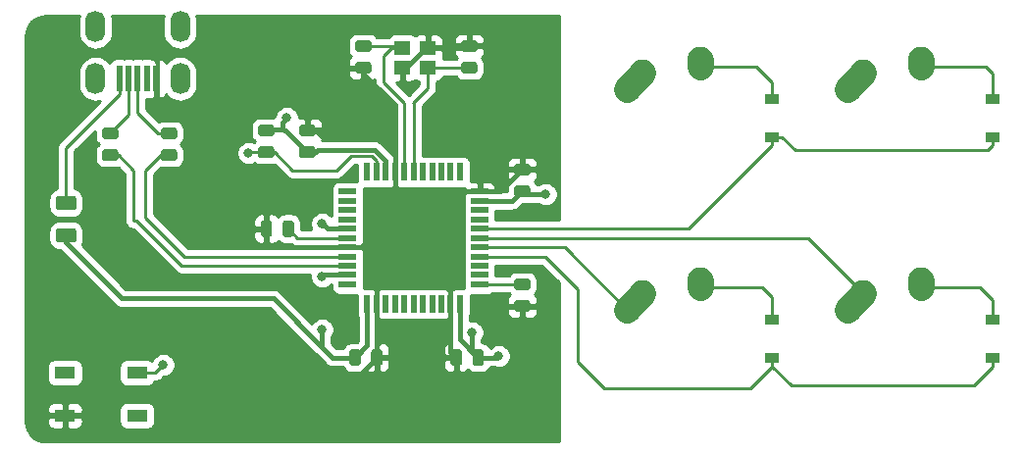
<source format=gbl>
G04 #@! TF.GenerationSoftware,KiCad,Pcbnew,(5.1.5)-1*
G04 #@! TF.CreationDate,2021-04-16T13:39:06-04:00*
G04 #@! TF.ProjectId,intro-pcb,696e7472-6f2d-4706-9362-2e6b69636164,rev?*
G04 #@! TF.SameCoordinates,Original*
G04 #@! TF.FileFunction,Copper,L2,Bot*
G04 #@! TF.FilePolarity,Positive*
%FSLAX46Y46*%
G04 Gerber Fmt 4.6, Leading zero omitted, Abs format (unit mm)*
G04 Created by KiCad (PCBNEW (5.1.5)-1) date 2021-04-16 13:39:06*
%MOMM*%
%LPD*%
G04 APERTURE LIST*
%ADD10R,1.400000X1.200000*%
%ADD11O,1.700000X2.700000*%
%ADD12R,0.500000X2.250000*%
%ADD13R,0.550000X1.500000*%
%ADD14R,1.500000X0.550000*%
%ADD15R,1.800000X1.100000*%
%ADD16C,0.100000*%
%ADD17C,2.250000*%
%ADD18C,2.250000*%
%ADD19R,1.200000X0.900000*%
%ADD20C,0.800000*%
%ADD21C,0.381000*%
%ADD22C,0.250000*%
%ADD23C,0.254000*%
G04 APERTURE END LIST*
D10*
X-372618000Y-33606000D03*
X-374818000Y-33606000D03*
X-374818000Y-35306000D03*
X-372618000Y-35306000D03*
D11*
X-401318750Y-31750000D03*
X-394018750Y-31750000D03*
X-394018750Y-36250000D03*
X-401318750Y-36250000D03*
D12*
X-399268750Y-36250000D03*
X-398468750Y-36250000D03*
X-397668750Y-36250000D03*
X-396868750Y-36250000D03*
X-396068750Y-36250000D03*
D13*
X-377856250Y-55706250D03*
X-377056250Y-55706250D03*
X-376256250Y-55706250D03*
X-375456250Y-55706250D03*
X-374656250Y-55706250D03*
X-373856250Y-55706250D03*
X-373056250Y-55706250D03*
X-372256250Y-55706250D03*
X-371456250Y-55706250D03*
X-370656250Y-55706250D03*
X-369856250Y-55706250D03*
D14*
X-368156250Y-54006250D03*
X-368156250Y-53206250D03*
X-368156250Y-52406250D03*
X-368156250Y-51606250D03*
X-368156250Y-50806250D03*
X-368156250Y-50006250D03*
X-368156250Y-49206250D03*
X-368156250Y-48406250D03*
X-368156250Y-47606250D03*
X-368156250Y-46806250D03*
X-368156250Y-46006250D03*
D13*
X-369856250Y-44306250D03*
X-370656250Y-44306250D03*
X-371456250Y-44306250D03*
X-372256250Y-44306250D03*
X-373056250Y-44306250D03*
X-373856250Y-44306250D03*
X-374656250Y-44306250D03*
X-375456250Y-44306250D03*
X-376256250Y-44306250D03*
X-377056250Y-44306250D03*
X-377856250Y-44306250D03*
D14*
X-379556250Y-46006250D03*
X-379556250Y-46806250D03*
X-379556250Y-47606250D03*
X-379556250Y-48406250D03*
X-379556250Y-49206250D03*
X-379556250Y-50006250D03*
X-379556250Y-50806250D03*
X-379556250Y-51606250D03*
X-379556250Y-52406250D03*
X-379556250Y-53206250D03*
X-379556250Y-54006250D03*
D15*
X-397743750Y-65350000D03*
X-403943750Y-61650000D03*
X-397743750Y-61650000D03*
X-403943750Y-65350000D03*
G04 #@! TA.AperFunction,SMDPad,CuDef*
D16*
G36*
X-364009858Y-53518674D02*
G01*
X-363986197Y-53522184D01*
X-363962993Y-53527996D01*
X-363940471Y-53536054D01*
X-363918847Y-53546282D01*
X-363898330Y-53558579D01*
X-363879117Y-53572829D01*
X-363861393Y-53588893D01*
X-363845329Y-53606617D01*
X-363831079Y-53625830D01*
X-363818782Y-53646347D01*
X-363808554Y-53667971D01*
X-363800496Y-53690493D01*
X-363794684Y-53713697D01*
X-363791174Y-53737358D01*
X-363790000Y-53761250D01*
X-363790000Y-54248750D01*
X-363791174Y-54272642D01*
X-363794684Y-54296303D01*
X-363800496Y-54319507D01*
X-363808554Y-54342029D01*
X-363818782Y-54363653D01*
X-363831079Y-54384170D01*
X-363845329Y-54403383D01*
X-363861393Y-54421107D01*
X-363879117Y-54437171D01*
X-363898330Y-54451421D01*
X-363918847Y-54463718D01*
X-363940471Y-54473946D01*
X-363962993Y-54482004D01*
X-363986197Y-54487816D01*
X-364009858Y-54491326D01*
X-364033750Y-54492500D01*
X-364946250Y-54492500D01*
X-364970142Y-54491326D01*
X-364993803Y-54487816D01*
X-365017007Y-54482004D01*
X-365039529Y-54473946D01*
X-365061153Y-54463718D01*
X-365081670Y-54451421D01*
X-365100883Y-54437171D01*
X-365118607Y-54421107D01*
X-365134671Y-54403383D01*
X-365148921Y-54384170D01*
X-365161218Y-54363653D01*
X-365171446Y-54342029D01*
X-365179504Y-54319507D01*
X-365185316Y-54296303D01*
X-365188826Y-54272642D01*
X-365190000Y-54248750D01*
X-365190000Y-53761250D01*
X-365188826Y-53737358D01*
X-365185316Y-53713697D01*
X-365179504Y-53690493D01*
X-365171446Y-53667971D01*
X-365161218Y-53646347D01*
X-365148921Y-53625830D01*
X-365134671Y-53606617D01*
X-365118607Y-53588893D01*
X-365100883Y-53572829D01*
X-365081670Y-53558579D01*
X-365061153Y-53546282D01*
X-365039529Y-53536054D01*
X-365017007Y-53527996D01*
X-364993803Y-53522184D01*
X-364970142Y-53518674D01*
X-364946250Y-53517500D01*
X-364033750Y-53517500D01*
X-364009858Y-53518674D01*
G37*
G04 #@! TD.AperFunction*
G04 #@! TA.AperFunction,SMDPad,CuDef*
G36*
X-364009858Y-55393674D02*
G01*
X-363986197Y-55397184D01*
X-363962993Y-55402996D01*
X-363940471Y-55411054D01*
X-363918847Y-55421282D01*
X-363898330Y-55433579D01*
X-363879117Y-55447829D01*
X-363861393Y-55463893D01*
X-363845329Y-55481617D01*
X-363831079Y-55500830D01*
X-363818782Y-55521347D01*
X-363808554Y-55542971D01*
X-363800496Y-55565493D01*
X-363794684Y-55588697D01*
X-363791174Y-55612358D01*
X-363790000Y-55636250D01*
X-363790000Y-56123750D01*
X-363791174Y-56147642D01*
X-363794684Y-56171303D01*
X-363800496Y-56194507D01*
X-363808554Y-56217029D01*
X-363818782Y-56238653D01*
X-363831079Y-56259170D01*
X-363845329Y-56278383D01*
X-363861393Y-56296107D01*
X-363879117Y-56312171D01*
X-363898330Y-56326421D01*
X-363918847Y-56338718D01*
X-363940471Y-56348946D01*
X-363962993Y-56357004D01*
X-363986197Y-56362816D01*
X-364009858Y-56366326D01*
X-364033750Y-56367500D01*
X-364946250Y-56367500D01*
X-364970142Y-56366326D01*
X-364993803Y-56362816D01*
X-365017007Y-56357004D01*
X-365039529Y-56348946D01*
X-365061153Y-56338718D01*
X-365081670Y-56326421D01*
X-365100883Y-56312171D01*
X-365118607Y-56296107D01*
X-365134671Y-56278383D01*
X-365148921Y-56259170D01*
X-365161218Y-56238653D01*
X-365171446Y-56217029D01*
X-365179504Y-56194507D01*
X-365185316Y-56171303D01*
X-365188826Y-56147642D01*
X-365190000Y-56123750D01*
X-365190000Y-55636250D01*
X-365188826Y-55612358D01*
X-365185316Y-55588697D01*
X-365179504Y-55565493D01*
X-365171446Y-55542971D01*
X-365161218Y-55521347D01*
X-365148921Y-55500830D01*
X-365134671Y-55481617D01*
X-365118607Y-55463893D01*
X-365100883Y-55447829D01*
X-365081670Y-55433579D01*
X-365061153Y-55421282D01*
X-365039529Y-55411054D01*
X-365017007Y-55402996D01*
X-364993803Y-55397184D01*
X-364970142Y-55393674D01*
X-364946250Y-55392500D01*
X-364033750Y-55392500D01*
X-364009858Y-55393674D01*
G37*
G04 #@! TD.AperFunction*
G04 #@! TA.AperFunction,SMDPad,CuDef*
G36*
X-386107858Y-42107174D02*
G01*
X-386084197Y-42110684D01*
X-386060993Y-42116496D01*
X-386038471Y-42124554D01*
X-386016847Y-42134782D01*
X-385996330Y-42147079D01*
X-385977117Y-42161329D01*
X-385959393Y-42177393D01*
X-385943329Y-42195117D01*
X-385929079Y-42214330D01*
X-385916782Y-42234847D01*
X-385906554Y-42256471D01*
X-385898496Y-42278993D01*
X-385892684Y-42302197D01*
X-385889174Y-42325858D01*
X-385888000Y-42349750D01*
X-385888000Y-42837250D01*
X-385889174Y-42861142D01*
X-385892684Y-42884803D01*
X-385898496Y-42908007D01*
X-385906554Y-42930529D01*
X-385916782Y-42952153D01*
X-385929079Y-42972670D01*
X-385943329Y-42991883D01*
X-385959393Y-43009607D01*
X-385977117Y-43025671D01*
X-385996330Y-43039921D01*
X-386016847Y-43052218D01*
X-386038471Y-43062446D01*
X-386060993Y-43070504D01*
X-386084197Y-43076316D01*
X-386107858Y-43079826D01*
X-386131750Y-43081000D01*
X-387044250Y-43081000D01*
X-387068142Y-43079826D01*
X-387091803Y-43076316D01*
X-387115007Y-43070504D01*
X-387137529Y-43062446D01*
X-387159153Y-43052218D01*
X-387179670Y-43039921D01*
X-387198883Y-43025671D01*
X-387216607Y-43009607D01*
X-387232671Y-42991883D01*
X-387246921Y-42972670D01*
X-387259218Y-42952153D01*
X-387269446Y-42930529D01*
X-387277504Y-42908007D01*
X-387283316Y-42884803D01*
X-387286826Y-42861142D01*
X-387288000Y-42837250D01*
X-387288000Y-42349750D01*
X-387286826Y-42325858D01*
X-387283316Y-42302197D01*
X-387277504Y-42278993D01*
X-387269446Y-42256471D01*
X-387259218Y-42234847D01*
X-387246921Y-42214330D01*
X-387232671Y-42195117D01*
X-387216607Y-42177393D01*
X-387198883Y-42161329D01*
X-387179670Y-42147079D01*
X-387159153Y-42134782D01*
X-387137529Y-42124554D01*
X-387115007Y-42116496D01*
X-387091803Y-42110684D01*
X-387068142Y-42107174D01*
X-387044250Y-42106000D01*
X-386131750Y-42106000D01*
X-386107858Y-42107174D01*
G37*
G04 #@! TD.AperFunction*
G04 #@! TA.AperFunction,SMDPad,CuDef*
G36*
X-386107858Y-40232174D02*
G01*
X-386084197Y-40235684D01*
X-386060993Y-40241496D01*
X-386038471Y-40249554D01*
X-386016847Y-40259782D01*
X-385996330Y-40272079D01*
X-385977117Y-40286329D01*
X-385959393Y-40302393D01*
X-385943329Y-40320117D01*
X-385929079Y-40339330D01*
X-385916782Y-40359847D01*
X-385906554Y-40381471D01*
X-385898496Y-40403993D01*
X-385892684Y-40427197D01*
X-385889174Y-40450858D01*
X-385888000Y-40474750D01*
X-385888000Y-40962250D01*
X-385889174Y-40986142D01*
X-385892684Y-41009803D01*
X-385898496Y-41033007D01*
X-385906554Y-41055529D01*
X-385916782Y-41077153D01*
X-385929079Y-41097670D01*
X-385943329Y-41116883D01*
X-385959393Y-41134607D01*
X-385977117Y-41150671D01*
X-385996330Y-41164921D01*
X-386016847Y-41177218D01*
X-386038471Y-41187446D01*
X-386060993Y-41195504D01*
X-386084197Y-41201316D01*
X-386107858Y-41204826D01*
X-386131750Y-41206000D01*
X-387044250Y-41206000D01*
X-387068142Y-41204826D01*
X-387091803Y-41201316D01*
X-387115007Y-41195504D01*
X-387137529Y-41187446D01*
X-387159153Y-41177218D01*
X-387179670Y-41164921D01*
X-387198883Y-41150671D01*
X-387216607Y-41134607D01*
X-387232671Y-41116883D01*
X-387246921Y-41097670D01*
X-387259218Y-41077153D01*
X-387269446Y-41055529D01*
X-387277504Y-41033007D01*
X-387283316Y-41009803D01*
X-387286826Y-40986142D01*
X-387288000Y-40962250D01*
X-387288000Y-40474750D01*
X-387286826Y-40450858D01*
X-387283316Y-40427197D01*
X-387277504Y-40403993D01*
X-387269446Y-40381471D01*
X-387259218Y-40359847D01*
X-387246921Y-40339330D01*
X-387232671Y-40320117D01*
X-387216607Y-40302393D01*
X-387198883Y-40286329D01*
X-387179670Y-40272079D01*
X-387159153Y-40259782D01*
X-387137529Y-40249554D01*
X-387115007Y-40241496D01*
X-387091803Y-40235684D01*
X-387068142Y-40232174D01*
X-387044250Y-40231000D01*
X-386131750Y-40231000D01*
X-386107858Y-40232174D01*
G37*
G04 #@! TD.AperFunction*
G04 #@! TA.AperFunction,SMDPad,CuDef*
G36*
X-394489858Y-40486174D02*
G01*
X-394466197Y-40489684D01*
X-394442993Y-40495496D01*
X-394420471Y-40503554D01*
X-394398847Y-40513782D01*
X-394378330Y-40526079D01*
X-394359117Y-40540329D01*
X-394341393Y-40556393D01*
X-394325329Y-40574117D01*
X-394311079Y-40593330D01*
X-394298782Y-40613847D01*
X-394288554Y-40635471D01*
X-394280496Y-40657993D01*
X-394274684Y-40681197D01*
X-394271174Y-40704858D01*
X-394270000Y-40728750D01*
X-394270000Y-41216250D01*
X-394271174Y-41240142D01*
X-394274684Y-41263803D01*
X-394280496Y-41287007D01*
X-394288554Y-41309529D01*
X-394298782Y-41331153D01*
X-394311079Y-41351670D01*
X-394325329Y-41370883D01*
X-394341393Y-41388607D01*
X-394359117Y-41404671D01*
X-394378330Y-41418921D01*
X-394398847Y-41431218D01*
X-394420471Y-41441446D01*
X-394442993Y-41449504D01*
X-394466197Y-41455316D01*
X-394489858Y-41458826D01*
X-394513750Y-41460000D01*
X-395426250Y-41460000D01*
X-395450142Y-41458826D01*
X-395473803Y-41455316D01*
X-395497007Y-41449504D01*
X-395519529Y-41441446D01*
X-395541153Y-41431218D01*
X-395561670Y-41418921D01*
X-395580883Y-41404671D01*
X-395598607Y-41388607D01*
X-395614671Y-41370883D01*
X-395628921Y-41351670D01*
X-395641218Y-41331153D01*
X-395651446Y-41309529D01*
X-395659504Y-41287007D01*
X-395665316Y-41263803D01*
X-395668826Y-41240142D01*
X-395670000Y-41216250D01*
X-395670000Y-40728750D01*
X-395668826Y-40704858D01*
X-395665316Y-40681197D01*
X-395659504Y-40657993D01*
X-395651446Y-40635471D01*
X-395641218Y-40613847D01*
X-395628921Y-40593330D01*
X-395614671Y-40574117D01*
X-395598607Y-40556393D01*
X-395580883Y-40540329D01*
X-395561670Y-40526079D01*
X-395541153Y-40513782D01*
X-395519529Y-40503554D01*
X-395497007Y-40495496D01*
X-395473803Y-40489684D01*
X-395450142Y-40486174D01*
X-395426250Y-40485000D01*
X-394513750Y-40485000D01*
X-394489858Y-40486174D01*
G37*
G04 #@! TD.AperFunction*
G04 #@! TA.AperFunction,SMDPad,CuDef*
G36*
X-394489858Y-42361174D02*
G01*
X-394466197Y-42364684D01*
X-394442993Y-42370496D01*
X-394420471Y-42378554D01*
X-394398847Y-42388782D01*
X-394378330Y-42401079D01*
X-394359117Y-42415329D01*
X-394341393Y-42431393D01*
X-394325329Y-42449117D01*
X-394311079Y-42468330D01*
X-394298782Y-42488847D01*
X-394288554Y-42510471D01*
X-394280496Y-42532993D01*
X-394274684Y-42556197D01*
X-394271174Y-42579858D01*
X-394270000Y-42603750D01*
X-394270000Y-43091250D01*
X-394271174Y-43115142D01*
X-394274684Y-43138803D01*
X-394280496Y-43162007D01*
X-394288554Y-43184529D01*
X-394298782Y-43206153D01*
X-394311079Y-43226670D01*
X-394325329Y-43245883D01*
X-394341393Y-43263607D01*
X-394359117Y-43279671D01*
X-394378330Y-43293921D01*
X-394398847Y-43306218D01*
X-394420471Y-43316446D01*
X-394442993Y-43324504D01*
X-394466197Y-43330316D01*
X-394489858Y-43333826D01*
X-394513750Y-43335000D01*
X-395426250Y-43335000D01*
X-395450142Y-43333826D01*
X-395473803Y-43330316D01*
X-395497007Y-43324504D01*
X-395519529Y-43316446D01*
X-395541153Y-43306218D01*
X-395561670Y-43293921D01*
X-395580883Y-43279671D01*
X-395598607Y-43263607D01*
X-395614671Y-43245883D01*
X-395628921Y-43226670D01*
X-395641218Y-43206153D01*
X-395651446Y-43184529D01*
X-395659504Y-43162007D01*
X-395665316Y-43138803D01*
X-395668826Y-43115142D01*
X-395670000Y-43091250D01*
X-395670000Y-42603750D01*
X-395668826Y-42579858D01*
X-395665316Y-42556197D01*
X-395659504Y-42532993D01*
X-395651446Y-42510471D01*
X-395641218Y-42488847D01*
X-395628921Y-42468330D01*
X-395614671Y-42449117D01*
X-395598607Y-42431393D01*
X-395580883Y-42415329D01*
X-395561670Y-42401079D01*
X-395541153Y-42388782D01*
X-395519529Y-42378554D01*
X-395497007Y-42370496D01*
X-395473803Y-42364684D01*
X-395450142Y-42361174D01*
X-395426250Y-42360000D01*
X-394513750Y-42360000D01*
X-394489858Y-42361174D01*
G37*
G04 #@! TD.AperFunction*
G04 #@! TA.AperFunction,SMDPad,CuDef*
G36*
X-399569858Y-40486174D02*
G01*
X-399546197Y-40489684D01*
X-399522993Y-40495496D01*
X-399500471Y-40503554D01*
X-399478847Y-40513782D01*
X-399458330Y-40526079D01*
X-399439117Y-40540329D01*
X-399421393Y-40556393D01*
X-399405329Y-40574117D01*
X-399391079Y-40593330D01*
X-399378782Y-40613847D01*
X-399368554Y-40635471D01*
X-399360496Y-40657993D01*
X-399354684Y-40681197D01*
X-399351174Y-40704858D01*
X-399350000Y-40728750D01*
X-399350000Y-41216250D01*
X-399351174Y-41240142D01*
X-399354684Y-41263803D01*
X-399360496Y-41287007D01*
X-399368554Y-41309529D01*
X-399378782Y-41331153D01*
X-399391079Y-41351670D01*
X-399405329Y-41370883D01*
X-399421393Y-41388607D01*
X-399439117Y-41404671D01*
X-399458330Y-41418921D01*
X-399478847Y-41431218D01*
X-399500471Y-41441446D01*
X-399522993Y-41449504D01*
X-399546197Y-41455316D01*
X-399569858Y-41458826D01*
X-399593750Y-41460000D01*
X-400506250Y-41460000D01*
X-400530142Y-41458826D01*
X-400553803Y-41455316D01*
X-400577007Y-41449504D01*
X-400599529Y-41441446D01*
X-400621153Y-41431218D01*
X-400641670Y-41418921D01*
X-400660883Y-41404671D01*
X-400678607Y-41388607D01*
X-400694671Y-41370883D01*
X-400708921Y-41351670D01*
X-400721218Y-41331153D01*
X-400731446Y-41309529D01*
X-400739504Y-41287007D01*
X-400745316Y-41263803D01*
X-400748826Y-41240142D01*
X-400750000Y-41216250D01*
X-400750000Y-40728750D01*
X-400748826Y-40704858D01*
X-400745316Y-40681197D01*
X-400739504Y-40657993D01*
X-400731446Y-40635471D01*
X-400721218Y-40613847D01*
X-400708921Y-40593330D01*
X-400694671Y-40574117D01*
X-400678607Y-40556393D01*
X-400660883Y-40540329D01*
X-400641670Y-40526079D01*
X-400621153Y-40513782D01*
X-400599529Y-40503554D01*
X-400577007Y-40495496D01*
X-400553803Y-40489684D01*
X-400530142Y-40486174D01*
X-400506250Y-40485000D01*
X-399593750Y-40485000D01*
X-399569858Y-40486174D01*
G37*
G04 #@! TD.AperFunction*
G04 #@! TA.AperFunction,SMDPad,CuDef*
G36*
X-399569858Y-42361174D02*
G01*
X-399546197Y-42364684D01*
X-399522993Y-42370496D01*
X-399500471Y-42378554D01*
X-399478847Y-42388782D01*
X-399458330Y-42401079D01*
X-399439117Y-42415329D01*
X-399421393Y-42431393D01*
X-399405329Y-42449117D01*
X-399391079Y-42468330D01*
X-399378782Y-42488847D01*
X-399368554Y-42510471D01*
X-399360496Y-42532993D01*
X-399354684Y-42556197D01*
X-399351174Y-42579858D01*
X-399350000Y-42603750D01*
X-399350000Y-43091250D01*
X-399351174Y-43115142D01*
X-399354684Y-43138803D01*
X-399360496Y-43162007D01*
X-399368554Y-43184529D01*
X-399378782Y-43206153D01*
X-399391079Y-43226670D01*
X-399405329Y-43245883D01*
X-399421393Y-43263607D01*
X-399439117Y-43279671D01*
X-399458330Y-43293921D01*
X-399478847Y-43306218D01*
X-399500471Y-43316446D01*
X-399522993Y-43324504D01*
X-399546197Y-43330316D01*
X-399569858Y-43333826D01*
X-399593750Y-43335000D01*
X-400506250Y-43335000D01*
X-400530142Y-43333826D01*
X-400553803Y-43330316D01*
X-400577007Y-43324504D01*
X-400599529Y-43316446D01*
X-400621153Y-43306218D01*
X-400641670Y-43293921D01*
X-400660883Y-43279671D01*
X-400678607Y-43263607D01*
X-400694671Y-43245883D01*
X-400708921Y-43226670D01*
X-400721218Y-43206153D01*
X-400731446Y-43184529D01*
X-400739504Y-43162007D01*
X-400745316Y-43138803D01*
X-400748826Y-43115142D01*
X-400750000Y-43091250D01*
X-400750000Y-42603750D01*
X-400748826Y-42579858D01*
X-400745316Y-42556197D01*
X-400739504Y-42532993D01*
X-400731446Y-42510471D01*
X-400721218Y-42488847D01*
X-400708921Y-42468330D01*
X-400694671Y-42449117D01*
X-400678607Y-42431393D01*
X-400660883Y-42415329D01*
X-400641670Y-42401079D01*
X-400621153Y-42388782D01*
X-400599529Y-42378554D01*
X-400577007Y-42370496D01*
X-400553803Y-42364684D01*
X-400530142Y-42361174D01*
X-400506250Y-42360000D01*
X-399593750Y-42360000D01*
X-399569858Y-42361174D01*
G37*
G04 #@! TD.AperFunction*
D17*
X-335081250Y-54737500D03*
D18*
X-336391250Y-56197500D02*
X-335081248Y-54737500D01*
D17*
X-330041250Y-53657500D03*
D18*
X-330081250Y-54237500D02*
X-330041250Y-53657500D01*
D17*
X-335081250Y-35687500D03*
D18*
X-336391250Y-37147500D02*
X-335081248Y-35687500D01*
D17*
X-330041250Y-34607500D03*
D18*
X-330081250Y-35187500D02*
X-330041250Y-34607500D01*
D17*
X-354131250Y-54737500D03*
D18*
X-355441250Y-56197500D02*
X-354131248Y-54737500D01*
D17*
X-349091250Y-53657500D03*
D18*
X-349131250Y-54237500D02*
X-349091250Y-53657500D01*
D17*
X-354131250Y-35687500D03*
D18*
X-355441250Y-37147500D02*
X-354131248Y-35687500D01*
D17*
X-349091250Y-34607500D03*
D18*
X-349131250Y-35187500D02*
X-349091250Y-34607500D01*
G04 #@! TA.AperFunction,SMDPad,CuDef*
D16*
G36*
X-403210496Y-46366204D02*
G01*
X-403186227Y-46369804D01*
X-403162429Y-46375765D01*
X-403139329Y-46384030D01*
X-403117151Y-46394520D01*
X-403096107Y-46407133D01*
X-403076402Y-46421747D01*
X-403058223Y-46438223D01*
X-403041747Y-46456402D01*
X-403027133Y-46476107D01*
X-403014520Y-46497151D01*
X-403004030Y-46519329D01*
X-402995765Y-46542429D01*
X-402989804Y-46566227D01*
X-402986204Y-46590496D01*
X-402985000Y-46615000D01*
X-402985000Y-47365000D01*
X-402986204Y-47389504D01*
X-402989804Y-47413773D01*
X-402995765Y-47437571D01*
X-403004030Y-47460671D01*
X-403014520Y-47482849D01*
X-403027133Y-47503893D01*
X-403041747Y-47523598D01*
X-403058223Y-47541777D01*
X-403076402Y-47558253D01*
X-403096107Y-47572867D01*
X-403117151Y-47585480D01*
X-403139329Y-47595970D01*
X-403162429Y-47604235D01*
X-403186227Y-47610196D01*
X-403210496Y-47613796D01*
X-403235000Y-47615000D01*
X-404485000Y-47615000D01*
X-404509504Y-47613796D01*
X-404533773Y-47610196D01*
X-404557571Y-47604235D01*
X-404580671Y-47595970D01*
X-404602849Y-47585480D01*
X-404623893Y-47572867D01*
X-404643598Y-47558253D01*
X-404661777Y-47541777D01*
X-404678253Y-47523598D01*
X-404692867Y-47503893D01*
X-404705480Y-47482849D01*
X-404715970Y-47460671D01*
X-404724235Y-47437571D01*
X-404730196Y-47413773D01*
X-404733796Y-47389504D01*
X-404735000Y-47365000D01*
X-404735000Y-46615000D01*
X-404733796Y-46590496D01*
X-404730196Y-46566227D01*
X-404724235Y-46542429D01*
X-404715970Y-46519329D01*
X-404705480Y-46497151D01*
X-404692867Y-46476107D01*
X-404678253Y-46456402D01*
X-404661777Y-46438223D01*
X-404643598Y-46421747D01*
X-404623893Y-46407133D01*
X-404602849Y-46394520D01*
X-404580671Y-46384030D01*
X-404557571Y-46375765D01*
X-404533773Y-46369804D01*
X-404509504Y-46366204D01*
X-404485000Y-46365000D01*
X-403235000Y-46365000D01*
X-403210496Y-46366204D01*
G37*
G04 #@! TD.AperFunction*
G04 #@! TA.AperFunction,SMDPad,CuDef*
G36*
X-403210496Y-49166204D02*
G01*
X-403186227Y-49169804D01*
X-403162429Y-49175765D01*
X-403139329Y-49184030D01*
X-403117151Y-49194520D01*
X-403096107Y-49207133D01*
X-403076402Y-49221747D01*
X-403058223Y-49238223D01*
X-403041747Y-49256402D01*
X-403027133Y-49276107D01*
X-403014520Y-49297151D01*
X-403004030Y-49319329D01*
X-402995765Y-49342429D01*
X-402989804Y-49366227D01*
X-402986204Y-49390496D01*
X-402985000Y-49415000D01*
X-402985000Y-50165000D01*
X-402986204Y-50189504D01*
X-402989804Y-50213773D01*
X-402995765Y-50237571D01*
X-403004030Y-50260671D01*
X-403014520Y-50282849D01*
X-403027133Y-50303893D01*
X-403041747Y-50323598D01*
X-403058223Y-50341777D01*
X-403076402Y-50358253D01*
X-403096107Y-50372867D01*
X-403117151Y-50385480D01*
X-403139329Y-50395970D01*
X-403162429Y-50404235D01*
X-403186227Y-50410196D01*
X-403210496Y-50413796D01*
X-403235000Y-50415000D01*
X-404485000Y-50415000D01*
X-404509504Y-50413796D01*
X-404533773Y-50410196D01*
X-404557571Y-50404235D01*
X-404580671Y-50395970D01*
X-404602849Y-50385480D01*
X-404623893Y-50372867D01*
X-404643598Y-50358253D01*
X-404661777Y-50341777D01*
X-404678253Y-50323598D01*
X-404692867Y-50303893D01*
X-404705480Y-50282849D01*
X-404715970Y-50260671D01*
X-404724235Y-50237571D01*
X-404730196Y-50213773D01*
X-404733796Y-50189504D01*
X-404735000Y-50165000D01*
X-404735000Y-49415000D01*
X-404733796Y-49390496D01*
X-404730196Y-49366227D01*
X-404724235Y-49342429D01*
X-404715970Y-49319329D01*
X-404705480Y-49297151D01*
X-404692867Y-49276107D01*
X-404678253Y-49256402D01*
X-404661777Y-49238223D01*
X-404643598Y-49221747D01*
X-404623893Y-49207133D01*
X-404602849Y-49194520D01*
X-404580671Y-49184030D01*
X-404557571Y-49175765D01*
X-404533773Y-49169804D01*
X-404509504Y-49166204D01*
X-404485000Y-49165000D01*
X-403235000Y-49165000D01*
X-403210496Y-49166204D01*
G37*
G04 #@! TD.AperFunction*
D19*
X-323850000Y-57087500D03*
X-323850000Y-60387500D03*
X-323850000Y-37975000D03*
X-323850000Y-41275000D03*
X-342900000Y-57087500D03*
X-342900000Y-60387500D03*
X-342900000Y-37975000D03*
X-342900000Y-41275000D03*
G04 #@! TA.AperFunction,SMDPad,CuDef*
D16*
G36*
X-386288608Y-48513674D02*
G01*
X-386264947Y-48517184D01*
X-386241743Y-48522996D01*
X-386219221Y-48531054D01*
X-386197597Y-48541282D01*
X-386177080Y-48553579D01*
X-386157867Y-48567829D01*
X-386140143Y-48583893D01*
X-386124079Y-48601617D01*
X-386109829Y-48620830D01*
X-386097532Y-48641347D01*
X-386087304Y-48662971D01*
X-386079246Y-48685493D01*
X-386073434Y-48708697D01*
X-386069924Y-48732358D01*
X-386068750Y-48756250D01*
X-386068750Y-49668750D01*
X-386069924Y-49692642D01*
X-386073434Y-49716303D01*
X-386079246Y-49739507D01*
X-386087304Y-49762029D01*
X-386097532Y-49783653D01*
X-386109829Y-49804170D01*
X-386124079Y-49823383D01*
X-386140143Y-49841107D01*
X-386157867Y-49857171D01*
X-386177080Y-49871421D01*
X-386197597Y-49883718D01*
X-386219221Y-49893946D01*
X-386241743Y-49902004D01*
X-386264947Y-49907816D01*
X-386288608Y-49911326D01*
X-386312500Y-49912500D01*
X-386800000Y-49912500D01*
X-386823892Y-49911326D01*
X-386847553Y-49907816D01*
X-386870757Y-49902004D01*
X-386893279Y-49893946D01*
X-386914903Y-49883718D01*
X-386935420Y-49871421D01*
X-386954633Y-49857171D01*
X-386972357Y-49841107D01*
X-386988421Y-49823383D01*
X-387002671Y-49804170D01*
X-387014968Y-49783653D01*
X-387025196Y-49762029D01*
X-387033254Y-49739507D01*
X-387039066Y-49716303D01*
X-387042576Y-49692642D01*
X-387043750Y-49668750D01*
X-387043750Y-48756250D01*
X-387042576Y-48732358D01*
X-387039066Y-48708697D01*
X-387033254Y-48685493D01*
X-387025196Y-48662971D01*
X-387014968Y-48641347D01*
X-387002671Y-48620830D01*
X-386988421Y-48601617D01*
X-386972357Y-48583893D01*
X-386954633Y-48567829D01*
X-386935420Y-48553579D01*
X-386914903Y-48541282D01*
X-386893279Y-48531054D01*
X-386870757Y-48522996D01*
X-386847553Y-48517184D01*
X-386823892Y-48513674D01*
X-386800000Y-48512500D01*
X-386312500Y-48512500D01*
X-386288608Y-48513674D01*
G37*
G04 #@! TD.AperFunction*
G04 #@! TA.AperFunction,SMDPad,CuDef*
G36*
X-384413608Y-48513674D02*
G01*
X-384389947Y-48517184D01*
X-384366743Y-48522996D01*
X-384344221Y-48531054D01*
X-384322597Y-48541282D01*
X-384302080Y-48553579D01*
X-384282867Y-48567829D01*
X-384265143Y-48583893D01*
X-384249079Y-48601617D01*
X-384234829Y-48620830D01*
X-384222532Y-48641347D01*
X-384212304Y-48662971D01*
X-384204246Y-48685493D01*
X-384198434Y-48708697D01*
X-384194924Y-48732358D01*
X-384193750Y-48756250D01*
X-384193750Y-49668750D01*
X-384194924Y-49692642D01*
X-384198434Y-49716303D01*
X-384204246Y-49739507D01*
X-384212304Y-49762029D01*
X-384222532Y-49783653D01*
X-384234829Y-49804170D01*
X-384249079Y-49823383D01*
X-384265143Y-49841107D01*
X-384282867Y-49857171D01*
X-384302080Y-49871421D01*
X-384322597Y-49883718D01*
X-384344221Y-49893946D01*
X-384366743Y-49902004D01*
X-384389947Y-49907816D01*
X-384413608Y-49911326D01*
X-384437500Y-49912500D01*
X-384925000Y-49912500D01*
X-384948892Y-49911326D01*
X-384972553Y-49907816D01*
X-384995757Y-49902004D01*
X-385018279Y-49893946D01*
X-385039903Y-49883718D01*
X-385060420Y-49871421D01*
X-385079633Y-49857171D01*
X-385097357Y-49841107D01*
X-385113421Y-49823383D01*
X-385127671Y-49804170D01*
X-385139968Y-49783653D01*
X-385150196Y-49762029D01*
X-385158254Y-49739507D01*
X-385164066Y-49716303D01*
X-385167576Y-49692642D01*
X-385168750Y-49668750D01*
X-385168750Y-48756250D01*
X-385167576Y-48732358D01*
X-385164066Y-48708697D01*
X-385158254Y-48685493D01*
X-385150196Y-48662971D01*
X-385139968Y-48641347D01*
X-385127671Y-48620830D01*
X-385113421Y-48601617D01*
X-385097357Y-48583893D01*
X-385079633Y-48567829D01*
X-385060420Y-48553579D01*
X-385039903Y-48541282D01*
X-385018279Y-48531054D01*
X-384995757Y-48522996D01*
X-384972553Y-48517184D01*
X-384948892Y-48513674D01*
X-384925000Y-48512500D01*
X-384437500Y-48512500D01*
X-384413608Y-48513674D01*
G37*
G04 #@! TD.AperFunction*
G04 #@! TA.AperFunction,SMDPad,CuDef*
G36*
X-377725858Y-32944674D02*
G01*
X-377702197Y-32948184D01*
X-377678993Y-32953996D01*
X-377656471Y-32962054D01*
X-377634847Y-32972282D01*
X-377614330Y-32984579D01*
X-377595117Y-32998829D01*
X-377577393Y-33014893D01*
X-377561329Y-33032617D01*
X-377547079Y-33051830D01*
X-377534782Y-33072347D01*
X-377524554Y-33093971D01*
X-377516496Y-33116493D01*
X-377510684Y-33139697D01*
X-377507174Y-33163358D01*
X-377506000Y-33187250D01*
X-377506000Y-33674750D01*
X-377507174Y-33698642D01*
X-377510684Y-33722303D01*
X-377516496Y-33745507D01*
X-377524554Y-33768029D01*
X-377534782Y-33789653D01*
X-377547079Y-33810170D01*
X-377561329Y-33829383D01*
X-377577393Y-33847107D01*
X-377595117Y-33863171D01*
X-377614330Y-33877421D01*
X-377634847Y-33889718D01*
X-377656471Y-33899946D01*
X-377678993Y-33908004D01*
X-377702197Y-33913816D01*
X-377725858Y-33917326D01*
X-377749750Y-33918500D01*
X-378662250Y-33918500D01*
X-378686142Y-33917326D01*
X-378709803Y-33913816D01*
X-378733007Y-33908004D01*
X-378755529Y-33899946D01*
X-378777153Y-33889718D01*
X-378797670Y-33877421D01*
X-378816883Y-33863171D01*
X-378834607Y-33847107D01*
X-378850671Y-33829383D01*
X-378864921Y-33810170D01*
X-378877218Y-33789653D01*
X-378887446Y-33768029D01*
X-378895504Y-33745507D01*
X-378901316Y-33722303D01*
X-378904826Y-33698642D01*
X-378906000Y-33674750D01*
X-378906000Y-33187250D01*
X-378904826Y-33163358D01*
X-378901316Y-33139697D01*
X-378895504Y-33116493D01*
X-378887446Y-33093971D01*
X-378877218Y-33072347D01*
X-378864921Y-33051830D01*
X-378850671Y-33032617D01*
X-378834607Y-33014893D01*
X-378816883Y-32998829D01*
X-378797670Y-32984579D01*
X-378777153Y-32972282D01*
X-378755529Y-32962054D01*
X-378733007Y-32953996D01*
X-378709803Y-32948184D01*
X-378686142Y-32944674D01*
X-378662250Y-32943500D01*
X-377749750Y-32943500D01*
X-377725858Y-32944674D01*
G37*
G04 #@! TD.AperFunction*
G04 #@! TA.AperFunction,SMDPad,CuDef*
G36*
X-377725858Y-34819674D02*
G01*
X-377702197Y-34823184D01*
X-377678993Y-34828996D01*
X-377656471Y-34837054D01*
X-377634847Y-34847282D01*
X-377614330Y-34859579D01*
X-377595117Y-34873829D01*
X-377577393Y-34889893D01*
X-377561329Y-34907617D01*
X-377547079Y-34926830D01*
X-377534782Y-34947347D01*
X-377524554Y-34968971D01*
X-377516496Y-34991493D01*
X-377510684Y-35014697D01*
X-377507174Y-35038358D01*
X-377506000Y-35062250D01*
X-377506000Y-35549750D01*
X-377507174Y-35573642D01*
X-377510684Y-35597303D01*
X-377516496Y-35620507D01*
X-377524554Y-35643029D01*
X-377534782Y-35664653D01*
X-377547079Y-35685170D01*
X-377561329Y-35704383D01*
X-377577393Y-35722107D01*
X-377595117Y-35738171D01*
X-377614330Y-35752421D01*
X-377634847Y-35764718D01*
X-377656471Y-35774946D01*
X-377678993Y-35783004D01*
X-377702197Y-35788816D01*
X-377725858Y-35792326D01*
X-377749750Y-35793500D01*
X-378662250Y-35793500D01*
X-378686142Y-35792326D01*
X-378709803Y-35788816D01*
X-378733007Y-35783004D01*
X-378755529Y-35774946D01*
X-378777153Y-35764718D01*
X-378797670Y-35752421D01*
X-378816883Y-35738171D01*
X-378834607Y-35722107D01*
X-378850671Y-35704383D01*
X-378864921Y-35685170D01*
X-378877218Y-35664653D01*
X-378887446Y-35643029D01*
X-378895504Y-35620507D01*
X-378901316Y-35597303D01*
X-378904826Y-35573642D01*
X-378906000Y-35549750D01*
X-378906000Y-35062250D01*
X-378904826Y-35038358D01*
X-378901316Y-35014697D01*
X-378895504Y-34991493D01*
X-378887446Y-34968971D01*
X-378877218Y-34947347D01*
X-378864921Y-34926830D01*
X-378850671Y-34907617D01*
X-378834607Y-34889893D01*
X-378816883Y-34873829D01*
X-378797670Y-34859579D01*
X-378777153Y-34847282D01*
X-378755529Y-34837054D01*
X-378733007Y-34828996D01*
X-378709803Y-34823184D01*
X-378686142Y-34819674D01*
X-378662250Y-34818500D01*
X-377749750Y-34818500D01*
X-377725858Y-34819674D01*
G37*
G04 #@! TD.AperFunction*
G04 #@! TA.AperFunction,SMDPad,CuDef*
G36*
X-368581858Y-34819674D02*
G01*
X-368558197Y-34823184D01*
X-368534993Y-34828996D01*
X-368512471Y-34837054D01*
X-368490847Y-34847282D01*
X-368470330Y-34859579D01*
X-368451117Y-34873829D01*
X-368433393Y-34889893D01*
X-368417329Y-34907617D01*
X-368403079Y-34926830D01*
X-368390782Y-34947347D01*
X-368380554Y-34968971D01*
X-368372496Y-34991493D01*
X-368366684Y-35014697D01*
X-368363174Y-35038358D01*
X-368362000Y-35062250D01*
X-368362000Y-35549750D01*
X-368363174Y-35573642D01*
X-368366684Y-35597303D01*
X-368372496Y-35620507D01*
X-368380554Y-35643029D01*
X-368390782Y-35664653D01*
X-368403079Y-35685170D01*
X-368417329Y-35704383D01*
X-368433393Y-35722107D01*
X-368451117Y-35738171D01*
X-368470330Y-35752421D01*
X-368490847Y-35764718D01*
X-368512471Y-35774946D01*
X-368534993Y-35783004D01*
X-368558197Y-35788816D01*
X-368581858Y-35792326D01*
X-368605750Y-35793500D01*
X-369518250Y-35793500D01*
X-369542142Y-35792326D01*
X-369565803Y-35788816D01*
X-369589007Y-35783004D01*
X-369611529Y-35774946D01*
X-369633153Y-35764718D01*
X-369653670Y-35752421D01*
X-369672883Y-35738171D01*
X-369690607Y-35722107D01*
X-369706671Y-35704383D01*
X-369720921Y-35685170D01*
X-369733218Y-35664653D01*
X-369743446Y-35643029D01*
X-369751504Y-35620507D01*
X-369757316Y-35597303D01*
X-369760826Y-35573642D01*
X-369762000Y-35549750D01*
X-369762000Y-35062250D01*
X-369760826Y-35038358D01*
X-369757316Y-35014697D01*
X-369751504Y-34991493D01*
X-369743446Y-34968971D01*
X-369733218Y-34947347D01*
X-369720921Y-34926830D01*
X-369706671Y-34907617D01*
X-369690607Y-34889893D01*
X-369672883Y-34873829D01*
X-369653670Y-34859579D01*
X-369633153Y-34847282D01*
X-369611529Y-34837054D01*
X-369589007Y-34828996D01*
X-369565803Y-34823184D01*
X-369542142Y-34819674D01*
X-369518250Y-34818500D01*
X-368605750Y-34818500D01*
X-368581858Y-34819674D01*
G37*
G04 #@! TD.AperFunction*
G04 #@! TA.AperFunction,SMDPad,CuDef*
G36*
X-368581858Y-32944674D02*
G01*
X-368558197Y-32948184D01*
X-368534993Y-32953996D01*
X-368512471Y-32962054D01*
X-368490847Y-32972282D01*
X-368470330Y-32984579D01*
X-368451117Y-32998829D01*
X-368433393Y-33014893D01*
X-368417329Y-33032617D01*
X-368403079Y-33051830D01*
X-368390782Y-33072347D01*
X-368380554Y-33093971D01*
X-368372496Y-33116493D01*
X-368366684Y-33139697D01*
X-368363174Y-33163358D01*
X-368362000Y-33187250D01*
X-368362000Y-33674750D01*
X-368363174Y-33698642D01*
X-368366684Y-33722303D01*
X-368372496Y-33745507D01*
X-368380554Y-33768029D01*
X-368390782Y-33789653D01*
X-368403079Y-33810170D01*
X-368417329Y-33829383D01*
X-368433393Y-33847107D01*
X-368451117Y-33863171D01*
X-368470330Y-33877421D01*
X-368490847Y-33889718D01*
X-368512471Y-33899946D01*
X-368534993Y-33908004D01*
X-368558197Y-33913816D01*
X-368581858Y-33917326D01*
X-368605750Y-33918500D01*
X-369518250Y-33918500D01*
X-369542142Y-33917326D01*
X-369565803Y-33913816D01*
X-369589007Y-33908004D01*
X-369611529Y-33899946D01*
X-369633153Y-33889718D01*
X-369653670Y-33877421D01*
X-369672883Y-33863171D01*
X-369690607Y-33847107D01*
X-369706671Y-33829383D01*
X-369720921Y-33810170D01*
X-369733218Y-33789653D01*
X-369743446Y-33768029D01*
X-369751504Y-33745507D01*
X-369757316Y-33722303D01*
X-369760826Y-33698642D01*
X-369762000Y-33674750D01*
X-369762000Y-33187250D01*
X-369760826Y-33163358D01*
X-369757316Y-33139697D01*
X-369751504Y-33116493D01*
X-369743446Y-33093971D01*
X-369733218Y-33072347D01*
X-369720921Y-33051830D01*
X-369706671Y-33032617D01*
X-369690607Y-33014893D01*
X-369672883Y-32998829D01*
X-369653670Y-32984579D01*
X-369633153Y-32972282D01*
X-369611529Y-32962054D01*
X-369589007Y-32953996D01*
X-369565803Y-32948184D01*
X-369542142Y-32944674D01*
X-369518250Y-32943500D01*
X-368605750Y-32943500D01*
X-368581858Y-32944674D01*
G37*
G04 #@! TD.AperFunction*
G04 #@! TA.AperFunction,SMDPad,CuDef*
G36*
X-364009858Y-43612674D02*
G01*
X-363986197Y-43616184D01*
X-363962993Y-43621996D01*
X-363940471Y-43630054D01*
X-363918847Y-43640282D01*
X-363898330Y-43652579D01*
X-363879117Y-43666829D01*
X-363861393Y-43682893D01*
X-363845329Y-43700617D01*
X-363831079Y-43719830D01*
X-363818782Y-43740347D01*
X-363808554Y-43761971D01*
X-363800496Y-43784493D01*
X-363794684Y-43807697D01*
X-363791174Y-43831358D01*
X-363790000Y-43855250D01*
X-363790000Y-44342750D01*
X-363791174Y-44366642D01*
X-363794684Y-44390303D01*
X-363800496Y-44413507D01*
X-363808554Y-44436029D01*
X-363818782Y-44457653D01*
X-363831079Y-44478170D01*
X-363845329Y-44497383D01*
X-363861393Y-44515107D01*
X-363879117Y-44531171D01*
X-363898330Y-44545421D01*
X-363918847Y-44557718D01*
X-363940471Y-44567946D01*
X-363962993Y-44576004D01*
X-363986197Y-44581816D01*
X-364009858Y-44585326D01*
X-364033750Y-44586500D01*
X-364946250Y-44586500D01*
X-364970142Y-44585326D01*
X-364993803Y-44581816D01*
X-365017007Y-44576004D01*
X-365039529Y-44567946D01*
X-365061153Y-44557718D01*
X-365081670Y-44545421D01*
X-365100883Y-44531171D01*
X-365118607Y-44515107D01*
X-365134671Y-44497383D01*
X-365148921Y-44478170D01*
X-365161218Y-44457653D01*
X-365171446Y-44436029D01*
X-365179504Y-44413507D01*
X-365185316Y-44390303D01*
X-365188826Y-44366642D01*
X-365190000Y-44342750D01*
X-365190000Y-43855250D01*
X-365188826Y-43831358D01*
X-365185316Y-43807697D01*
X-365179504Y-43784493D01*
X-365171446Y-43761971D01*
X-365161218Y-43740347D01*
X-365148921Y-43719830D01*
X-365134671Y-43700617D01*
X-365118607Y-43682893D01*
X-365100883Y-43666829D01*
X-365081670Y-43652579D01*
X-365061153Y-43640282D01*
X-365039529Y-43630054D01*
X-365017007Y-43621996D01*
X-364993803Y-43616184D01*
X-364970142Y-43612674D01*
X-364946250Y-43611500D01*
X-364033750Y-43611500D01*
X-364009858Y-43612674D01*
G37*
G04 #@! TD.AperFunction*
G04 #@! TA.AperFunction,SMDPad,CuDef*
G36*
X-364009858Y-45487674D02*
G01*
X-363986197Y-45491184D01*
X-363962993Y-45496996D01*
X-363940471Y-45505054D01*
X-363918847Y-45515282D01*
X-363898330Y-45527579D01*
X-363879117Y-45541829D01*
X-363861393Y-45557893D01*
X-363845329Y-45575617D01*
X-363831079Y-45594830D01*
X-363818782Y-45615347D01*
X-363808554Y-45636971D01*
X-363800496Y-45659493D01*
X-363794684Y-45682697D01*
X-363791174Y-45706358D01*
X-363790000Y-45730250D01*
X-363790000Y-46217750D01*
X-363791174Y-46241642D01*
X-363794684Y-46265303D01*
X-363800496Y-46288507D01*
X-363808554Y-46311029D01*
X-363818782Y-46332653D01*
X-363831079Y-46353170D01*
X-363845329Y-46372383D01*
X-363861393Y-46390107D01*
X-363879117Y-46406171D01*
X-363898330Y-46420421D01*
X-363918847Y-46432718D01*
X-363940471Y-46442946D01*
X-363962993Y-46451004D01*
X-363986197Y-46456816D01*
X-364009858Y-46460326D01*
X-364033750Y-46461500D01*
X-364946250Y-46461500D01*
X-364970142Y-46460326D01*
X-364993803Y-46456816D01*
X-365017007Y-46451004D01*
X-365039529Y-46442946D01*
X-365061153Y-46432718D01*
X-365081670Y-46420421D01*
X-365100883Y-46406171D01*
X-365118607Y-46390107D01*
X-365134671Y-46372383D01*
X-365148921Y-46353170D01*
X-365161218Y-46332653D01*
X-365171446Y-46311029D01*
X-365179504Y-46288507D01*
X-365185316Y-46265303D01*
X-365188826Y-46241642D01*
X-365190000Y-46217750D01*
X-365190000Y-45730250D01*
X-365188826Y-45706358D01*
X-365185316Y-45682697D01*
X-365179504Y-45659493D01*
X-365171446Y-45636971D01*
X-365161218Y-45615347D01*
X-365148921Y-45594830D01*
X-365134671Y-45575617D01*
X-365118607Y-45557893D01*
X-365100883Y-45541829D01*
X-365081670Y-45527579D01*
X-365061153Y-45515282D01*
X-365039529Y-45505054D01*
X-365017007Y-45496996D01*
X-364993803Y-45491184D01*
X-364970142Y-45487674D01*
X-364946250Y-45486500D01*
X-364033750Y-45486500D01*
X-364009858Y-45487674D01*
G37*
G04 #@! TD.AperFunction*
G04 #@! TA.AperFunction,SMDPad,CuDef*
G36*
X-369907358Y-59626174D02*
G01*
X-369883697Y-59629684D01*
X-369860493Y-59635496D01*
X-369837971Y-59643554D01*
X-369816347Y-59653782D01*
X-369795830Y-59666079D01*
X-369776617Y-59680329D01*
X-369758893Y-59696393D01*
X-369742829Y-59714117D01*
X-369728579Y-59733330D01*
X-369716282Y-59753847D01*
X-369706054Y-59775471D01*
X-369697996Y-59797993D01*
X-369692184Y-59821197D01*
X-369688674Y-59844858D01*
X-369687500Y-59868750D01*
X-369687500Y-60781250D01*
X-369688674Y-60805142D01*
X-369692184Y-60828803D01*
X-369697996Y-60852007D01*
X-369706054Y-60874529D01*
X-369716282Y-60896153D01*
X-369728579Y-60916670D01*
X-369742829Y-60935883D01*
X-369758893Y-60953607D01*
X-369776617Y-60969671D01*
X-369795830Y-60983921D01*
X-369816347Y-60996218D01*
X-369837971Y-61006446D01*
X-369860493Y-61014504D01*
X-369883697Y-61020316D01*
X-369907358Y-61023826D01*
X-369931250Y-61025000D01*
X-370418750Y-61025000D01*
X-370442642Y-61023826D01*
X-370466303Y-61020316D01*
X-370489507Y-61014504D01*
X-370512029Y-61006446D01*
X-370533653Y-60996218D01*
X-370554170Y-60983921D01*
X-370573383Y-60969671D01*
X-370591107Y-60953607D01*
X-370607171Y-60935883D01*
X-370621421Y-60916670D01*
X-370633718Y-60896153D01*
X-370643946Y-60874529D01*
X-370652004Y-60852007D01*
X-370657816Y-60828803D01*
X-370661326Y-60805142D01*
X-370662500Y-60781250D01*
X-370662500Y-59868750D01*
X-370661326Y-59844858D01*
X-370657816Y-59821197D01*
X-370652004Y-59797993D01*
X-370643946Y-59775471D01*
X-370633718Y-59753847D01*
X-370621421Y-59733330D01*
X-370607171Y-59714117D01*
X-370591107Y-59696393D01*
X-370573383Y-59680329D01*
X-370554170Y-59666079D01*
X-370533653Y-59653782D01*
X-370512029Y-59643554D01*
X-370489507Y-59635496D01*
X-370466303Y-59629684D01*
X-370442642Y-59626174D01*
X-370418750Y-59625000D01*
X-369931250Y-59625000D01*
X-369907358Y-59626174D01*
G37*
G04 #@! TD.AperFunction*
G04 #@! TA.AperFunction,SMDPad,CuDef*
G36*
X-368032358Y-59626174D02*
G01*
X-368008697Y-59629684D01*
X-367985493Y-59635496D01*
X-367962971Y-59643554D01*
X-367941347Y-59653782D01*
X-367920830Y-59666079D01*
X-367901617Y-59680329D01*
X-367883893Y-59696393D01*
X-367867829Y-59714117D01*
X-367853579Y-59733330D01*
X-367841282Y-59753847D01*
X-367831054Y-59775471D01*
X-367822996Y-59797993D01*
X-367817184Y-59821197D01*
X-367813674Y-59844858D01*
X-367812500Y-59868750D01*
X-367812500Y-60781250D01*
X-367813674Y-60805142D01*
X-367817184Y-60828803D01*
X-367822996Y-60852007D01*
X-367831054Y-60874529D01*
X-367841282Y-60896153D01*
X-367853579Y-60916670D01*
X-367867829Y-60935883D01*
X-367883893Y-60953607D01*
X-367901617Y-60969671D01*
X-367920830Y-60983921D01*
X-367941347Y-60996218D01*
X-367962971Y-61006446D01*
X-367985493Y-61014504D01*
X-368008697Y-61020316D01*
X-368032358Y-61023826D01*
X-368056250Y-61025000D01*
X-368543750Y-61025000D01*
X-368567642Y-61023826D01*
X-368591303Y-61020316D01*
X-368614507Y-61014504D01*
X-368637029Y-61006446D01*
X-368658653Y-60996218D01*
X-368679170Y-60983921D01*
X-368698383Y-60969671D01*
X-368716107Y-60953607D01*
X-368732171Y-60935883D01*
X-368746421Y-60916670D01*
X-368758718Y-60896153D01*
X-368768946Y-60874529D01*
X-368777004Y-60852007D01*
X-368782816Y-60828803D01*
X-368786326Y-60805142D01*
X-368787500Y-60781250D01*
X-368787500Y-59868750D01*
X-368786326Y-59844858D01*
X-368782816Y-59821197D01*
X-368777004Y-59797993D01*
X-368768946Y-59775471D01*
X-368758718Y-59753847D01*
X-368746421Y-59733330D01*
X-368732171Y-59714117D01*
X-368716107Y-59696393D01*
X-368698383Y-59680329D01*
X-368679170Y-59666079D01*
X-368658653Y-59653782D01*
X-368637029Y-59643554D01*
X-368614507Y-59635496D01*
X-368591303Y-59629684D01*
X-368567642Y-59626174D01*
X-368543750Y-59625000D01*
X-368056250Y-59625000D01*
X-368032358Y-59626174D01*
G37*
G04 #@! TD.AperFunction*
G04 #@! TA.AperFunction,SMDPad,CuDef*
G36*
X-382551858Y-40232174D02*
G01*
X-382528197Y-40235684D01*
X-382504993Y-40241496D01*
X-382482471Y-40249554D01*
X-382460847Y-40259782D01*
X-382440330Y-40272079D01*
X-382421117Y-40286329D01*
X-382403393Y-40302393D01*
X-382387329Y-40320117D01*
X-382373079Y-40339330D01*
X-382360782Y-40359847D01*
X-382350554Y-40381471D01*
X-382342496Y-40403993D01*
X-382336684Y-40427197D01*
X-382333174Y-40450858D01*
X-382332000Y-40474750D01*
X-382332000Y-40962250D01*
X-382333174Y-40986142D01*
X-382336684Y-41009803D01*
X-382342496Y-41033007D01*
X-382350554Y-41055529D01*
X-382360782Y-41077153D01*
X-382373079Y-41097670D01*
X-382387329Y-41116883D01*
X-382403393Y-41134607D01*
X-382421117Y-41150671D01*
X-382440330Y-41164921D01*
X-382460847Y-41177218D01*
X-382482471Y-41187446D01*
X-382504993Y-41195504D01*
X-382528197Y-41201316D01*
X-382551858Y-41204826D01*
X-382575750Y-41206000D01*
X-383488250Y-41206000D01*
X-383512142Y-41204826D01*
X-383535803Y-41201316D01*
X-383559007Y-41195504D01*
X-383581529Y-41187446D01*
X-383603153Y-41177218D01*
X-383623670Y-41164921D01*
X-383642883Y-41150671D01*
X-383660607Y-41134607D01*
X-383676671Y-41116883D01*
X-383690921Y-41097670D01*
X-383703218Y-41077153D01*
X-383713446Y-41055529D01*
X-383721504Y-41033007D01*
X-383727316Y-41009803D01*
X-383730826Y-40986142D01*
X-383732000Y-40962250D01*
X-383732000Y-40474750D01*
X-383730826Y-40450858D01*
X-383727316Y-40427197D01*
X-383721504Y-40403993D01*
X-383713446Y-40381471D01*
X-383703218Y-40359847D01*
X-383690921Y-40339330D01*
X-383676671Y-40320117D01*
X-383660607Y-40302393D01*
X-383642883Y-40286329D01*
X-383623670Y-40272079D01*
X-383603153Y-40259782D01*
X-383581529Y-40249554D01*
X-383559007Y-40241496D01*
X-383535803Y-40235684D01*
X-383512142Y-40232174D01*
X-383488250Y-40231000D01*
X-382575750Y-40231000D01*
X-382551858Y-40232174D01*
G37*
G04 #@! TD.AperFunction*
G04 #@! TA.AperFunction,SMDPad,CuDef*
G36*
X-382551858Y-42107174D02*
G01*
X-382528197Y-42110684D01*
X-382504993Y-42116496D01*
X-382482471Y-42124554D01*
X-382460847Y-42134782D01*
X-382440330Y-42147079D01*
X-382421117Y-42161329D01*
X-382403393Y-42177393D01*
X-382387329Y-42195117D01*
X-382373079Y-42214330D01*
X-382360782Y-42234847D01*
X-382350554Y-42256471D01*
X-382342496Y-42278993D01*
X-382336684Y-42302197D01*
X-382333174Y-42325858D01*
X-382332000Y-42349750D01*
X-382332000Y-42837250D01*
X-382333174Y-42861142D01*
X-382336684Y-42884803D01*
X-382342496Y-42908007D01*
X-382350554Y-42930529D01*
X-382360782Y-42952153D01*
X-382373079Y-42972670D01*
X-382387329Y-42991883D01*
X-382403393Y-43009607D01*
X-382421117Y-43025671D01*
X-382440330Y-43039921D01*
X-382460847Y-43052218D01*
X-382482471Y-43062446D01*
X-382504993Y-43070504D01*
X-382528197Y-43076316D01*
X-382551858Y-43079826D01*
X-382575750Y-43081000D01*
X-383488250Y-43081000D01*
X-383512142Y-43079826D01*
X-383535803Y-43076316D01*
X-383559007Y-43070504D01*
X-383581529Y-43062446D01*
X-383603153Y-43052218D01*
X-383623670Y-43039921D01*
X-383642883Y-43025671D01*
X-383660607Y-43009607D01*
X-383676671Y-42991883D01*
X-383690921Y-42972670D01*
X-383703218Y-42952153D01*
X-383713446Y-42930529D01*
X-383721504Y-42908007D01*
X-383727316Y-42884803D01*
X-383730826Y-42861142D01*
X-383732000Y-42837250D01*
X-383732000Y-42349750D01*
X-383730826Y-42325858D01*
X-383727316Y-42302197D01*
X-383721504Y-42278993D01*
X-383713446Y-42256471D01*
X-383703218Y-42234847D01*
X-383690921Y-42214330D01*
X-383676671Y-42195117D01*
X-383660607Y-42177393D01*
X-383642883Y-42161329D01*
X-383623670Y-42147079D01*
X-383603153Y-42134782D01*
X-383581529Y-42124554D01*
X-383559007Y-42116496D01*
X-383535803Y-42110684D01*
X-383512142Y-42107174D01*
X-383488250Y-42106000D01*
X-382575750Y-42106000D01*
X-382551858Y-42107174D01*
G37*
G04 #@! TD.AperFunction*
G04 #@! TA.AperFunction,SMDPad,CuDef*
G36*
X-376763608Y-59626174D02*
G01*
X-376739947Y-59629684D01*
X-376716743Y-59635496D01*
X-376694221Y-59643554D01*
X-376672597Y-59653782D01*
X-376652080Y-59666079D01*
X-376632867Y-59680329D01*
X-376615143Y-59696393D01*
X-376599079Y-59714117D01*
X-376584829Y-59733330D01*
X-376572532Y-59753847D01*
X-376562304Y-59775471D01*
X-376554246Y-59797993D01*
X-376548434Y-59821197D01*
X-376544924Y-59844858D01*
X-376543750Y-59868750D01*
X-376543750Y-60781250D01*
X-376544924Y-60805142D01*
X-376548434Y-60828803D01*
X-376554246Y-60852007D01*
X-376562304Y-60874529D01*
X-376572532Y-60896153D01*
X-376584829Y-60916670D01*
X-376599079Y-60935883D01*
X-376615143Y-60953607D01*
X-376632867Y-60969671D01*
X-376652080Y-60983921D01*
X-376672597Y-60996218D01*
X-376694221Y-61006446D01*
X-376716743Y-61014504D01*
X-376739947Y-61020316D01*
X-376763608Y-61023826D01*
X-376787500Y-61025000D01*
X-377275000Y-61025000D01*
X-377298892Y-61023826D01*
X-377322553Y-61020316D01*
X-377345757Y-61014504D01*
X-377368279Y-61006446D01*
X-377389903Y-60996218D01*
X-377410420Y-60983921D01*
X-377429633Y-60969671D01*
X-377447357Y-60953607D01*
X-377463421Y-60935883D01*
X-377477671Y-60916670D01*
X-377489968Y-60896153D01*
X-377500196Y-60874529D01*
X-377508254Y-60852007D01*
X-377514066Y-60828803D01*
X-377517576Y-60805142D01*
X-377518750Y-60781250D01*
X-377518750Y-59868750D01*
X-377517576Y-59844858D01*
X-377514066Y-59821197D01*
X-377508254Y-59797993D01*
X-377500196Y-59775471D01*
X-377489968Y-59753847D01*
X-377477671Y-59733330D01*
X-377463421Y-59714117D01*
X-377447357Y-59696393D01*
X-377429633Y-59680329D01*
X-377410420Y-59666079D01*
X-377389903Y-59653782D01*
X-377368279Y-59643554D01*
X-377345757Y-59635496D01*
X-377322553Y-59629684D01*
X-377298892Y-59626174D01*
X-377275000Y-59625000D01*
X-376787500Y-59625000D01*
X-376763608Y-59626174D01*
G37*
G04 #@! TD.AperFunction*
G04 #@! TA.AperFunction,SMDPad,CuDef*
G36*
X-378638608Y-59626174D02*
G01*
X-378614947Y-59629684D01*
X-378591743Y-59635496D01*
X-378569221Y-59643554D01*
X-378547597Y-59653782D01*
X-378527080Y-59666079D01*
X-378507867Y-59680329D01*
X-378490143Y-59696393D01*
X-378474079Y-59714117D01*
X-378459829Y-59733330D01*
X-378447532Y-59753847D01*
X-378437304Y-59775471D01*
X-378429246Y-59797993D01*
X-378423434Y-59821197D01*
X-378419924Y-59844858D01*
X-378418750Y-59868750D01*
X-378418750Y-60781250D01*
X-378419924Y-60805142D01*
X-378423434Y-60828803D01*
X-378429246Y-60852007D01*
X-378437304Y-60874529D01*
X-378447532Y-60896153D01*
X-378459829Y-60916670D01*
X-378474079Y-60935883D01*
X-378490143Y-60953607D01*
X-378507867Y-60969671D01*
X-378527080Y-60983921D01*
X-378547597Y-60996218D01*
X-378569221Y-61006446D01*
X-378591743Y-61014504D01*
X-378614947Y-61020316D01*
X-378638608Y-61023826D01*
X-378662500Y-61025000D01*
X-379150000Y-61025000D01*
X-379173892Y-61023826D01*
X-379197553Y-61020316D01*
X-379220757Y-61014504D01*
X-379243279Y-61006446D01*
X-379264903Y-60996218D01*
X-379285420Y-60983921D01*
X-379304633Y-60969671D01*
X-379322357Y-60953607D01*
X-379338421Y-60935883D01*
X-379352671Y-60916670D01*
X-379364968Y-60896153D01*
X-379375196Y-60874529D01*
X-379383254Y-60852007D01*
X-379389066Y-60828803D01*
X-379392576Y-60805142D01*
X-379393750Y-60781250D01*
X-379393750Y-59868750D01*
X-379392576Y-59844858D01*
X-379389066Y-59821197D01*
X-379383254Y-59797993D01*
X-379375196Y-59775471D01*
X-379364968Y-59753847D01*
X-379352671Y-59733330D01*
X-379338421Y-59714117D01*
X-379322357Y-59696393D01*
X-379304633Y-59680329D01*
X-379285420Y-59666079D01*
X-379264903Y-59653782D01*
X-379243279Y-59643554D01*
X-379220757Y-59635496D01*
X-379197553Y-59629684D01*
X-379173892Y-59626174D01*
X-379150000Y-59625000D01*
X-378662500Y-59625000D01*
X-378638608Y-59626174D01*
G37*
G04 #@! TD.AperFunction*
D20*
X-381762000Y-48768000D03*
X-384810000Y-39624000D03*
X-381762000Y-57912000D03*
X-381762000Y-53340000D03*
X-368808000Y-58166000D03*
X-366522000Y-60198000D03*
X-362458000Y-46228000D03*
X-388112000Y-42672000D03*
X-395478000Y-60960000D03*
D21*
X-378206000Y-35306000D02*
X-379730000Y-35306000D01*
X-379730000Y-35306000D02*
X-380492000Y-34544000D01*
X-380492000Y-34544000D02*
X-380492000Y-31750000D01*
X-380492000Y-31750000D02*
X-379730000Y-30988000D01*
X-379730000Y-30988000D02*
X-373380000Y-30988000D01*
X-372618000Y-31750000D02*
X-372618000Y-33606000D01*
X-373380000Y-30988000D02*
X-372618000Y-31750000D01*
X-378206000Y-35793500D02*
X-375456250Y-38543250D01*
X-378206000Y-35306000D02*
X-378206000Y-35793500D01*
X-369237000Y-33606000D02*
X-369062000Y-33431000D01*
X-372618000Y-33606000D02*
X-369237000Y-33606000D01*
X-374515098Y-35306000D02*
X-374818000Y-35306000D01*
X-372815098Y-33606000D02*
X-374515098Y-35306000D01*
X-372618000Y-33606000D02*
X-372815098Y-33606000D01*
X-375456250Y-43175250D02*
X-375456250Y-44306250D01*
X-377056250Y-60300000D02*
X-377031250Y-60325000D01*
X-377056250Y-55706250D02*
X-377056250Y-60300000D01*
X-370660527Y-59839473D02*
X-370175000Y-60325000D01*
X-370660527Y-56322027D02*
X-370660527Y-59839473D01*
X-370656250Y-56317750D02*
X-370660527Y-56322027D01*
X-370656250Y-55706250D02*
X-370656250Y-56317750D01*
X-370175000Y-60325000D02*
X-370175000Y-62387000D01*
X-370175000Y-62387000D02*
X-369062000Y-63500000D01*
X-369062000Y-63500000D02*
X-367284000Y-63500000D01*
X-364490000Y-60706000D02*
X-364490000Y-55880000D01*
X-367284000Y-63500000D02*
X-364490000Y-60706000D01*
X-377031250Y-60325000D02*
X-384016250Y-67310000D01*
X-403943750Y-66281000D02*
X-403943750Y-65350000D01*
X-402914750Y-67310000D02*
X-403943750Y-66281000D01*
X-384016250Y-67310000D02*
X-402914750Y-67310000D01*
X-393192000Y-49530000D02*
X-391915750Y-50806250D01*
X-393192000Y-39331096D02*
X-393192000Y-49530000D01*
X-386556250Y-50768250D02*
X-386588000Y-50800000D01*
X-391915750Y-50806250D02*
X-386588000Y-50800000D01*
X-386556250Y-49212500D02*
X-386556250Y-50768250D01*
X-386588000Y-50800000D02*
X-379556250Y-50806250D01*
X-382332000Y-40718500D02*
X-381648500Y-41402000D01*
X-383032000Y-40718500D02*
X-382332000Y-40718500D01*
X-381648500Y-41402000D02*
X-376174000Y-41402000D01*
X-375456250Y-38543250D02*
X-375412000Y-42164000D01*
X-376174000Y-41402000D02*
X-375412000Y-42164000D01*
X-375412000Y-42164000D02*
X-375456250Y-43175250D01*
X-366397250Y-46006250D02*
X-364490000Y-44099000D01*
X-368156250Y-46006250D02*
X-366397250Y-46006250D01*
X-370656250Y-54575250D02*
X-370656250Y-55706250D01*
X-375456250Y-49775250D02*
X-370656250Y-54575250D01*
X-369287250Y-46006250D02*
X-369319500Y-45974000D01*
X-375456250Y-44306250D02*
X-375412000Y-45974000D01*
X-369319500Y-45974000D02*
X-375412000Y-45974000D01*
X-368156250Y-46006250D02*
X-369287250Y-46006250D01*
X-379556250Y-50806250D02*
X-378425250Y-50806250D01*
X-378425250Y-50806250D02*
X-377403000Y-49784000D01*
X-375412000Y-45974000D02*
X-375412000Y-49784000D01*
X-375412000Y-49784000D02*
X-375456250Y-49775250D01*
X-377056250Y-49904250D02*
X-376936000Y-49784000D01*
X-377056250Y-55706250D02*
X-377056250Y-49904250D01*
X-377403000Y-49784000D02*
X-376936000Y-49784000D01*
X-376936000Y-49784000D02*
X-375412000Y-49784000D01*
X-396068750Y-37756000D02*
X-396068750Y-36250000D01*
X-395490202Y-38334548D02*
X-396068750Y-37756000D01*
X-394188548Y-38334548D02*
X-395490202Y-38334548D01*
X-394188548Y-38334548D02*
X-393192000Y-39331096D01*
X-377856250Y-59275000D02*
X-378906250Y-60325000D01*
X-377856250Y-55706250D02*
X-377856250Y-59275000D01*
X-369856250Y-58768750D02*
X-368300000Y-60325000D01*
X-369856250Y-55706250D02*
X-369856250Y-58768750D01*
X-403860000Y-50415000D02*
X-399034000Y-55241000D01*
X-403860000Y-49790000D02*
X-403860000Y-50415000D01*
X-399034000Y-55241000D02*
X-385949000Y-55241000D01*
X-380865000Y-60325000D02*
X-378906250Y-60325000D01*
X-384907000Y-40718500D02*
X-383032000Y-42593500D01*
X-376256250Y-43377209D02*
X-376256250Y-43516250D01*
X-377222969Y-42410490D02*
X-376256250Y-43377209D01*
X-382148990Y-42410490D02*
X-377222969Y-42410490D01*
X-383032000Y-42593500D02*
X-382332000Y-42593500D01*
X-376256250Y-43516250D02*
X-376256250Y-44306250D01*
X-382332000Y-42593500D02*
X-382148990Y-42410490D01*
X-376256250Y-43378348D02*
X-376256250Y-43516250D01*
X-365322250Y-46806250D02*
X-364490000Y-45974000D01*
X-368156250Y-46806250D02*
X-365322250Y-46806250D01*
X-379556250Y-49206250D02*
X-381323750Y-49206250D01*
X-381323750Y-49206250D02*
X-381762000Y-48768000D01*
X-385209999Y-40023999D02*
X-385209999Y-40531999D01*
X-386588000Y-40718500D02*
X-385318000Y-40640000D01*
X-385209999Y-40531999D02*
X-385318000Y-40640000D01*
X-384810000Y-39624000D02*
X-385209999Y-40023999D01*
X-385318000Y-40640000D02*
X-384907000Y-40718500D01*
X-381762000Y-57912000D02*
X-381762000Y-59436000D01*
X-385949000Y-55241000D02*
X-381762000Y-59436000D01*
X-381762000Y-59436000D02*
X-380865000Y-60325000D01*
X-381628250Y-53206250D02*
X-381762000Y-53340000D01*
X-379556250Y-53206250D02*
X-381628250Y-53206250D01*
X-368808000Y-59817000D02*
X-368300000Y-60325000D01*
X-368808000Y-58166000D02*
X-368808000Y-59817000D01*
X-368300000Y-60325000D02*
X-366649000Y-60325000D01*
X-366649000Y-60325000D02*
X-366522000Y-60198000D01*
X-364236000Y-46228000D02*
X-364490000Y-45974000D01*
X-362458000Y-46228000D02*
X-364236000Y-46228000D01*
D22*
X-372618000Y-35306000D02*
X-372618000Y-37084000D01*
X-372618000Y-37084000D02*
X-373888000Y-38354000D01*
X-373856250Y-38385750D02*
X-373856250Y-44306250D01*
X-373888000Y-38354000D02*
X-373856250Y-38385750D01*
X-372618000Y-35306000D02*
X-369062000Y-35306000D01*
X-376452000Y-34290000D02*
X-376452000Y-36552000D01*
X-374656250Y-38347750D02*
X-374656250Y-44306250D01*
X-376452000Y-36552000D02*
X-374656250Y-38347750D01*
X-374818000Y-33606000D02*
X-375768000Y-33606000D01*
X-375768000Y-33606000D02*
X-376452000Y-34290000D01*
X-374993000Y-33431000D02*
X-374818000Y-33606000D01*
X-378206000Y-33431000D02*
X-374993000Y-33431000D01*
X-383887500Y-50006250D02*
X-379556250Y-50006250D01*
X-384681250Y-49212500D02*
X-383887500Y-50006250D01*
X-349131250Y-35187500D02*
X-344305500Y-35187500D01*
X-342900000Y-36593000D02*
X-342900000Y-37975000D01*
X-344305500Y-35187500D02*
X-342900000Y-36593000D01*
X-323850000Y-41975000D02*
X-323850000Y-41275000D01*
X-324293000Y-42418000D02*
X-323850000Y-41975000D01*
X-342050000Y-41275000D02*
X-340907000Y-42418000D01*
X-340907000Y-42418000D02*
X-324293000Y-42418000D01*
X-342900000Y-41275000D02*
X-342050000Y-41275000D01*
X-342900000Y-41975000D02*
X-342900000Y-41275000D01*
X-350131250Y-49206250D02*
X-342900000Y-41975000D01*
X-368156250Y-49206250D02*
X-350131250Y-49206250D01*
X-349131250Y-54237500D02*
X-343797500Y-54237500D01*
X-342900000Y-55135000D02*
X-342900000Y-57087500D01*
X-343797500Y-54237500D02*
X-342900000Y-55135000D01*
X-342900000Y-61087500D02*
X-341249500Y-62738000D01*
X-323850000Y-61087500D02*
X-323850000Y-60387500D01*
X-325500500Y-62738000D02*
X-323850000Y-61087500D01*
X-341249500Y-62738000D02*
X-325500500Y-62738000D01*
X-368156250Y-51606250D02*
X-362502250Y-51606250D01*
X-362502250Y-51606250D02*
X-359664000Y-54444500D01*
X-359664000Y-54444500D02*
X-359664000Y-60706000D01*
X-359664000Y-60706000D02*
X-357378000Y-62992000D01*
X-342900000Y-61087500D02*
X-342900000Y-60387500D01*
X-344804500Y-62992000D02*
X-342900000Y-61087500D01*
X-357378000Y-62992000D02*
X-344804500Y-62992000D01*
X-330081250Y-35187500D02*
X-324493500Y-35187500D01*
X-323850000Y-35831000D02*
X-323850000Y-37975000D01*
X-324493500Y-35187500D02*
X-323850000Y-35831000D01*
X-330081250Y-54237500D02*
X-324984500Y-54237500D01*
X-323850000Y-55372000D02*
X-323850000Y-57087500D01*
X-324984500Y-54237500D02*
X-323850000Y-55372000D01*
X-403860000Y-42216250D02*
X-403860000Y-46365000D01*
X-399268750Y-37625000D02*
X-403860000Y-42216250D01*
X-403860000Y-46365000D02*
X-403860000Y-46990000D01*
X-399268750Y-36250000D02*
X-399268750Y-37625000D01*
X-360832500Y-50806250D02*
X-355441250Y-56197500D01*
X-368156250Y-50806250D02*
X-360832500Y-50806250D01*
X-339812500Y-50006250D02*
X-335081250Y-54737500D01*
X-368156250Y-50006250D02*
X-339812500Y-50006250D01*
X-398468750Y-39391250D02*
X-398468750Y-36250000D01*
X-400050000Y-40972500D02*
X-398468750Y-39391250D01*
X-399350000Y-42847500D02*
X-398018000Y-44179500D01*
X-400050000Y-42847500D02*
X-399350000Y-42847500D01*
X-398018000Y-44179500D02*
X-398018000Y-48514000D01*
X-398018000Y-48514000D02*
X-397764000Y-48514000D01*
X-393871750Y-52406250D02*
X-379556250Y-52406250D01*
X-397764000Y-48514000D02*
X-393871750Y-52406250D01*
X-397668750Y-39211250D02*
X-397668750Y-36250000D01*
X-394970000Y-40972500D02*
X-395907500Y-40972500D01*
X-395907500Y-40972500D02*
X-397668750Y-39211250D01*
X-393655750Y-51606250D02*
X-379556250Y-51606250D01*
X-397018500Y-48243500D02*
X-393655750Y-51606250D01*
X-397018500Y-44196000D02*
X-397018500Y-48243500D01*
X-394970000Y-42847500D02*
X-395670000Y-42847500D01*
X-395670000Y-42847500D02*
X-397018500Y-44196000D01*
X-385888000Y-42593500D02*
X-384302000Y-44179500D01*
X-386588000Y-42593500D02*
X-385888000Y-42593500D01*
X-384302000Y-44179500D02*
X-380508500Y-44179500D01*
X-380508500Y-44179500D02*
X-379255000Y-42926000D01*
X-377056250Y-43306250D02*
X-377056250Y-44306250D01*
X-377436500Y-42926000D02*
X-377056250Y-43306250D01*
X-379255000Y-42926000D02*
X-377436500Y-42926000D01*
X-386588000Y-42593500D02*
X-388033500Y-42593500D01*
X-388033500Y-42593500D02*
X-388112000Y-42672000D01*
X-396168000Y-61650000D02*
X-397743750Y-61650000D01*
X-395478000Y-60960000D02*
X-396168000Y-61650000D01*
X-368155000Y-54005000D02*
X-368156250Y-54006250D01*
X-364490000Y-54005000D02*
X-368155000Y-54005000D01*
D23*
G36*
X-402782263Y-30958889D02*
G01*
X-402803750Y-31177050D01*
X-402803750Y-32322949D01*
X-402782263Y-32541110D01*
X-402697349Y-32821033D01*
X-402559456Y-33079013D01*
X-402373884Y-33305134D01*
X-402147764Y-33490706D01*
X-401889784Y-33628599D01*
X-401609861Y-33713513D01*
X-401318750Y-33742185D01*
X-401027640Y-33713513D01*
X-400747717Y-33628599D01*
X-400489737Y-33490706D01*
X-400263616Y-33305134D01*
X-400078044Y-33079014D01*
X-399940151Y-32821034D01*
X-399855237Y-32541111D01*
X-399833750Y-32322950D01*
X-399833750Y-31177050D01*
X-399855237Y-30958889D01*
X-399896610Y-30822500D01*
X-395440890Y-30822500D01*
X-395482263Y-30958889D01*
X-395503750Y-31177050D01*
X-395503750Y-32322949D01*
X-395482263Y-32541110D01*
X-395397349Y-32821033D01*
X-395259456Y-33079013D01*
X-395073884Y-33305134D01*
X-394847764Y-33490706D01*
X-394589784Y-33628599D01*
X-394309861Y-33713513D01*
X-394018750Y-33742185D01*
X-393727640Y-33713513D01*
X-393447717Y-33628599D01*
X-393189737Y-33490706D01*
X-392963616Y-33305134D01*
X-392778044Y-33079014D01*
X-392640151Y-32821034D01*
X-392555237Y-32541111D01*
X-392533750Y-32322950D01*
X-392533750Y-31177050D01*
X-392555237Y-30958889D01*
X-392596610Y-30822500D01*
X-361315000Y-30822500D01*
X-361315000Y-48446250D01*
X-366768178Y-48446250D01*
X-366768178Y-48131250D01*
X-366780438Y-48006768D01*
X-366780595Y-48006250D01*
X-366780438Y-48005732D01*
X-366768178Y-47881250D01*
X-366768178Y-47631750D01*
X-365362800Y-47631750D01*
X-365322250Y-47635744D01*
X-365281700Y-47631750D01*
X-365281697Y-47631750D01*
X-365160424Y-47619806D01*
X-365004816Y-47572603D01*
X-364861408Y-47495949D01*
X-364735709Y-47392791D01*
X-364709852Y-47361284D01*
X-364448140Y-47099572D01*
X-364033750Y-47099572D01*
X-363861715Y-47082628D01*
X-363765693Y-47053500D01*
X-363085503Y-47053500D01*
X-362948256Y-47145205D01*
X-362759898Y-47223226D01*
X-362559939Y-47263000D01*
X-362356061Y-47263000D01*
X-362156102Y-47223226D01*
X-361967744Y-47145205D01*
X-361798226Y-47031937D01*
X-361654063Y-46887774D01*
X-361540795Y-46718256D01*
X-361462774Y-46529898D01*
X-361423000Y-46329939D01*
X-361423000Y-46126061D01*
X-361462774Y-45926102D01*
X-361540795Y-45737744D01*
X-361654063Y-45568226D01*
X-361798226Y-45424063D01*
X-361967744Y-45310795D01*
X-362156102Y-45232774D01*
X-362356061Y-45193000D01*
X-362559939Y-45193000D01*
X-362759898Y-45232774D01*
X-362948256Y-45310795D01*
X-363085503Y-45402500D01*
X-363216108Y-45402500D01*
X-363219053Y-45392791D01*
X-363300542Y-45240336D01*
X-363410208Y-45106708D01*
X-363416564Y-45101492D01*
X-363338815Y-45037685D01*
X-363259463Y-44940994D01*
X-363200498Y-44830680D01*
X-363164188Y-44710982D01*
X-363151928Y-44586500D01*
X-363155000Y-44384750D01*
X-363313750Y-44226000D01*
X-364363000Y-44226000D01*
X-364363000Y-44246000D01*
X-364617000Y-44246000D01*
X-364617000Y-44226000D01*
X-365666250Y-44226000D01*
X-365825000Y-44384750D01*
X-365828072Y-44586500D01*
X-365815812Y-44710982D01*
X-365779502Y-44830680D01*
X-365720537Y-44940994D01*
X-365641185Y-45037685D01*
X-365563436Y-45101492D01*
X-365569792Y-45106708D01*
X-365679458Y-45240336D01*
X-365760947Y-45392791D01*
X-365811128Y-45558215D01*
X-365828072Y-45730250D01*
X-365828072Y-45980750D01*
X-366771250Y-45980750D01*
X-366771250Y-45879248D01*
X-366929998Y-45879248D01*
X-366771250Y-45720500D01*
X-366781073Y-45603619D01*
X-366817985Y-45484105D01*
X-366877504Y-45374089D01*
X-366957342Y-45277799D01*
X-367054432Y-45198934D01*
X-367165042Y-45140526D01*
X-367284921Y-45104820D01*
X-367409463Y-45093186D01*
X-367870500Y-45096250D01*
X-368029250Y-45255000D01*
X-368029250Y-45879250D01*
X-368009250Y-45879250D01*
X-368009250Y-45893178D01*
X-368906250Y-45893178D01*
X-369030732Y-45905438D01*
X-369150430Y-45941748D01*
X-369260744Y-46000713D01*
X-369357435Y-46080065D01*
X-369436787Y-46176756D01*
X-369449167Y-46199917D01*
X-369541250Y-46292000D01*
X-369531704Y-46405587D01*
X-369532062Y-46406768D01*
X-369544322Y-46531250D01*
X-369544322Y-47081250D01*
X-369532062Y-47205732D01*
X-369531905Y-47206250D01*
X-369532062Y-47206768D01*
X-369544322Y-47331250D01*
X-369544322Y-47881250D01*
X-369532062Y-48005732D01*
X-369531905Y-48006250D01*
X-369532062Y-48006768D01*
X-369544322Y-48131250D01*
X-369544322Y-48681250D01*
X-369532062Y-48805732D01*
X-369531905Y-48806250D01*
X-369532062Y-48806768D01*
X-369544322Y-48931250D01*
X-369544322Y-49481250D01*
X-369532062Y-49605732D01*
X-369531905Y-49606250D01*
X-369532062Y-49606768D01*
X-369544322Y-49731250D01*
X-369544322Y-50281250D01*
X-369532062Y-50405732D01*
X-369531905Y-50406250D01*
X-369532062Y-50406768D01*
X-369544322Y-50531250D01*
X-369544322Y-51081250D01*
X-369532062Y-51205732D01*
X-369531905Y-51206250D01*
X-369532062Y-51206768D01*
X-369544322Y-51331250D01*
X-369544322Y-51881250D01*
X-369532062Y-52005732D01*
X-369531905Y-52006250D01*
X-369532062Y-52006768D01*
X-369544322Y-52131250D01*
X-369544322Y-52681250D01*
X-369532062Y-52805732D01*
X-369531905Y-52806250D01*
X-369532062Y-52806768D01*
X-369544322Y-52931250D01*
X-369544322Y-53481250D01*
X-369532062Y-53605732D01*
X-369531905Y-53606250D01*
X-369532062Y-53606768D01*
X-369544322Y-53731250D01*
X-369544322Y-54281250D01*
X-369540288Y-54322212D01*
X-369581250Y-54318178D01*
X-370131250Y-54318178D01*
X-370255732Y-54330438D01*
X-370256913Y-54330796D01*
X-370370500Y-54321250D01*
X-370462583Y-54413333D01*
X-370485744Y-54425713D01*
X-370582435Y-54505065D01*
X-370656250Y-54595009D01*
X-370730065Y-54505065D01*
X-370826756Y-54425713D01*
X-370849917Y-54413333D01*
X-370942000Y-54321250D01*
X-371055587Y-54330796D01*
X-371056768Y-54330438D01*
X-371181250Y-54318178D01*
X-371731250Y-54318178D01*
X-371855732Y-54330438D01*
X-371856250Y-54330595D01*
X-371856768Y-54330438D01*
X-371981250Y-54318178D01*
X-372531250Y-54318178D01*
X-372655732Y-54330438D01*
X-372656250Y-54330595D01*
X-372656768Y-54330438D01*
X-372781250Y-54318178D01*
X-373331250Y-54318178D01*
X-373455732Y-54330438D01*
X-373456250Y-54330595D01*
X-373456768Y-54330438D01*
X-373581250Y-54318178D01*
X-374131250Y-54318178D01*
X-374255732Y-54330438D01*
X-374256250Y-54330595D01*
X-374256768Y-54330438D01*
X-374381250Y-54318178D01*
X-374931250Y-54318178D01*
X-375055732Y-54330438D01*
X-375056250Y-54330595D01*
X-375056768Y-54330438D01*
X-375181250Y-54318178D01*
X-375731250Y-54318178D01*
X-375855732Y-54330438D01*
X-375856250Y-54330595D01*
X-375856768Y-54330438D01*
X-375981250Y-54318178D01*
X-376531250Y-54318178D01*
X-376655732Y-54330438D01*
X-376656913Y-54330796D01*
X-376770500Y-54321250D01*
X-376862583Y-54413333D01*
X-376885744Y-54425713D01*
X-376982435Y-54505065D01*
X-377056250Y-54595009D01*
X-377130065Y-54505065D01*
X-377226756Y-54425713D01*
X-377249917Y-54413333D01*
X-377342000Y-54321250D01*
X-377455587Y-54330796D01*
X-377456768Y-54330438D01*
X-377581250Y-54318178D01*
X-378131250Y-54318178D01*
X-378172212Y-54322212D01*
X-378168178Y-54281250D01*
X-378168178Y-53731250D01*
X-378180438Y-53606768D01*
X-378180595Y-53606250D01*
X-378180438Y-53605732D01*
X-378168178Y-53481250D01*
X-378168178Y-52931250D01*
X-378180438Y-52806768D01*
X-378180595Y-52806250D01*
X-378180438Y-52805732D01*
X-378168178Y-52681250D01*
X-378168178Y-52131250D01*
X-378180438Y-52006768D01*
X-378180595Y-52006250D01*
X-378180438Y-52005732D01*
X-378168178Y-51881250D01*
X-378168178Y-51331250D01*
X-378180438Y-51206768D01*
X-378180796Y-51205587D01*
X-378171250Y-51092000D01*
X-378263333Y-50999917D01*
X-378275713Y-50976756D01*
X-378355065Y-50880065D01*
X-378445009Y-50806250D01*
X-378355065Y-50732435D01*
X-378275713Y-50635744D01*
X-378263333Y-50612583D01*
X-378171250Y-50520500D01*
X-378180796Y-50406913D01*
X-378180438Y-50405732D01*
X-378168178Y-50281250D01*
X-378168178Y-49731250D01*
X-378180438Y-49606768D01*
X-378180595Y-49606250D01*
X-378180438Y-49605732D01*
X-378168178Y-49481250D01*
X-378168178Y-48931250D01*
X-378180438Y-48806768D01*
X-378180595Y-48806250D01*
X-378180438Y-48805732D01*
X-378168178Y-48681250D01*
X-378168178Y-48131250D01*
X-378180438Y-48006768D01*
X-378180595Y-48006250D01*
X-378180438Y-48005732D01*
X-378168178Y-47881250D01*
X-378168178Y-47331250D01*
X-378180438Y-47206768D01*
X-378180595Y-47206250D01*
X-378180438Y-47205732D01*
X-378168178Y-47081250D01*
X-378168178Y-46531250D01*
X-378180438Y-46406768D01*
X-378180595Y-46406250D01*
X-378180438Y-46405732D01*
X-378168178Y-46281250D01*
X-378168178Y-45731250D01*
X-378172212Y-45690288D01*
X-378131250Y-45694322D01*
X-377581250Y-45694322D01*
X-377456768Y-45682062D01*
X-377456250Y-45681905D01*
X-377455732Y-45682062D01*
X-377331250Y-45694322D01*
X-376781250Y-45694322D01*
X-376656768Y-45682062D01*
X-376656250Y-45681905D01*
X-376655732Y-45682062D01*
X-376531250Y-45694322D01*
X-375981250Y-45694322D01*
X-375856768Y-45682062D01*
X-375855587Y-45681704D01*
X-375742000Y-45691250D01*
X-375649917Y-45599167D01*
X-375626756Y-45586787D01*
X-375530065Y-45507435D01*
X-375456250Y-45417491D01*
X-375382435Y-45507435D01*
X-375285744Y-45586787D01*
X-375262583Y-45599167D01*
X-375170500Y-45691250D01*
X-375056913Y-45681704D01*
X-375055732Y-45682062D01*
X-374931250Y-45694322D01*
X-374381250Y-45694322D01*
X-374256768Y-45682062D01*
X-374256250Y-45681905D01*
X-374255732Y-45682062D01*
X-374131250Y-45694322D01*
X-373581250Y-45694322D01*
X-373456768Y-45682062D01*
X-373456250Y-45681905D01*
X-373455732Y-45682062D01*
X-373331250Y-45694322D01*
X-372781250Y-45694322D01*
X-372656768Y-45682062D01*
X-372656250Y-45681905D01*
X-372655732Y-45682062D01*
X-372531250Y-45694322D01*
X-371981250Y-45694322D01*
X-371856768Y-45682062D01*
X-371856250Y-45681905D01*
X-371855732Y-45682062D01*
X-371731250Y-45694322D01*
X-371181250Y-45694322D01*
X-371056768Y-45682062D01*
X-371056250Y-45681905D01*
X-371055732Y-45682062D01*
X-370931250Y-45694322D01*
X-370381250Y-45694322D01*
X-370256768Y-45682062D01*
X-370256250Y-45681905D01*
X-370255732Y-45682062D01*
X-370131250Y-45694322D01*
X-369581250Y-45694322D01*
X-369538698Y-45690131D01*
X-369541250Y-45720500D01*
X-369382500Y-45879250D01*
X-368283250Y-45879250D01*
X-368283250Y-45255000D01*
X-368442000Y-45096250D01*
X-368903037Y-45093186D01*
X-368947222Y-45097314D01*
X-368943178Y-45056250D01*
X-368943178Y-43611500D01*
X-365828072Y-43611500D01*
X-365825000Y-43813250D01*
X-365666250Y-43972000D01*
X-364617000Y-43972000D01*
X-364617000Y-43135250D01*
X-364363000Y-43135250D01*
X-364363000Y-43972000D01*
X-363313750Y-43972000D01*
X-363155000Y-43813250D01*
X-363151928Y-43611500D01*
X-363164188Y-43487018D01*
X-363200498Y-43367320D01*
X-363259463Y-43257006D01*
X-363338815Y-43160315D01*
X-363435506Y-43080963D01*
X-363545820Y-43021998D01*
X-363665518Y-42985688D01*
X-363790000Y-42973428D01*
X-364204250Y-42976500D01*
X-364363000Y-43135250D01*
X-364617000Y-43135250D01*
X-364775750Y-42976500D01*
X-365190000Y-42973428D01*
X-365314482Y-42985688D01*
X-365434180Y-43021998D01*
X-365544494Y-43080963D01*
X-365641185Y-43160315D01*
X-365720537Y-43257006D01*
X-365779502Y-43367320D01*
X-365815812Y-43487018D01*
X-365828072Y-43611500D01*
X-368943178Y-43611500D01*
X-368943178Y-43556250D01*
X-368955438Y-43431768D01*
X-368991748Y-43312070D01*
X-369050713Y-43201756D01*
X-369130065Y-43105065D01*
X-369226756Y-43025713D01*
X-369337070Y-42966748D01*
X-369456768Y-42930438D01*
X-369581250Y-42918178D01*
X-370131250Y-42918178D01*
X-370255732Y-42930438D01*
X-370256250Y-42930595D01*
X-370256768Y-42930438D01*
X-370381250Y-42918178D01*
X-370931250Y-42918178D01*
X-371055732Y-42930438D01*
X-371056250Y-42930595D01*
X-371056768Y-42930438D01*
X-371181250Y-42918178D01*
X-371731250Y-42918178D01*
X-371855732Y-42930438D01*
X-371856250Y-42930595D01*
X-371856768Y-42930438D01*
X-371981250Y-42918178D01*
X-372531250Y-42918178D01*
X-372655732Y-42930438D01*
X-372656250Y-42930595D01*
X-372656768Y-42930438D01*
X-372781250Y-42918178D01*
X-373096250Y-42918178D01*
X-373096250Y-38637051D01*
X-372106997Y-37647799D01*
X-372077999Y-37624001D01*
X-371983026Y-37508276D01*
X-371912454Y-37376247D01*
X-371868997Y-37232986D01*
X-371858000Y-37121333D01*
X-371858000Y-37121324D01*
X-371854324Y-37084001D01*
X-371858000Y-37046678D01*
X-371858000Y-36538163D01*
X-371793518Y-36531812D01*
X-371673820Y-36495502D01*
X-371563506Y-36436537D01*
X-371466815Y-36357185D01*
X-371387463Y-36260494D01*
X-371328498Y-36150180D01*
X-371302962Y-36066000D01*
X-370229845Y-36066000D01*
X-370141792Y-36173292D01*
X-370008164Y-36282958D01*
X-369855709Y-36364447D01*
X-369690285Y-36414628D01*
X-369518250Y-36431572D01*
X-368605750Y-36431572D01*
X-368433715Y-36414628D01*
X-368268291Y-36364447D01*
X-368115836Y-36282958D01*
X-367982208Y-36173292D01*
X-367872542Y-36039664D01*
X-367791053Y-35887209D01*
X-367740872Y-35721785D01*
X-367723928Y-35549750D01*
X-367723928Y-35062250D01*
X-367740872Y-34890215D01*
X-367791053Y-34724791D01*
X-367872542Y-34572336D01*
X-367982208Y-34438708D01*
X-367988564Y-34433492D01*
X-367910815Y-34369685D01*
X-367831463Y-34272994D01*
X-367772498Y-34162680D01*
X-367736188Y-34042982D01*
X-367723928Y-33918500D01*
X-367727000Y-33716750D01*
X-367885750Y-33558000D01*
X-368935000Y-33558000D01*
X-368935000Y-33578000D01*
X-369189000Y-33578000D01*
X-369189000Y-33558000D01*
X-370238250Y-33558000D01*
X-370397000Y-33716750D01*
X-370400072Y-33918500D01*
X-370387812Y-34042982D01*
X-370351502Y-34162680D01*
X-370292537Y-34272994D01*
X-370213185Y-34369685D01*
X-370135436Y-34433492D01*
X-370141792Y-34438708D01*
X-370229845Y-34546000D01*
X-371302962Y-34546000D01*
X-371328498Y-34461820D01*
X-371331609Y-34456000D01*
X-371328498Y-34450180D01*
X-371292188Y-34330482D01*
X-371279928Y-34206000D01*
X-371283000Y-33891750D01*
X-371441750Y-33733000D01*
X-372491000Y-33733000D01*
X-372491000Y-33753000D01*
X-372745000Y-33753000D01*
X-372745000Y-33733000D01*
X-372765000Y-33733000D01*
X-372765000Y-33479000D01*
X-372745000Y-33479000D01*
X-372745000Y-32529750D01*
X-372491000Y-32529750D01*
X-372491000Y-33479000D01*
X-371441750Y-33479000D01*
X-371283000Y-33320250D01*
X-371279928Y-33006000D01*
X-371286083Y-32943500D01*
X-370400072Y-32943500D01*
X-370397000Y-33145250D01*
X-370238250Y-33304000D01*
X-369189000Y-33304000D01*
X-369189000Y-32467250D01*
X-368935000Y-32467250D01*
X-368935000Y-33304000D01*
X-367885750Y-33304000D01*
X-367727000Y-33145250D01*
X-367723928Y-32943500D01*
X-367736188Y-32819018D01*
X-367772498Y-32699320D01*
X-367831463Y-32589006D01*
X-367910815Y-32492315D01*
X-368007506Y-32412963D01*
X-368117820Y-32353998D01*
X-368237518Y-32317688D01*
X-368362000Y-32305428D01*
X-368776250Y-32308500D01*
X-368935000Y-32467250D01*
X-369189000Y-32467250D01*
X-369347750Y-32308500D01*
X-369762000Y-32305428D01*
X-369886482Y-32317688D01*
X-370006180Y-32353998D01*
X-370116494Y-32412963D01*
X-370213185Y-32492315D01*
X-370292537Y-32589006D01*
X-370351502Y-32699320D01*
X-370387812Y-32819018D01*
X-370400072Y-32943500D01*
X-371286083Y-32943500D01*
X-371292188Y-32881518D01*
X-371328498Y-32761820D01*
X-371387463Y-32651506D01*
X-371466815Y-32554815D01*
X-371563506Y-32475463D01*
X-371673820Y-32416498D01*
X-371793518Y-32380188D01*
X-371918000Y-32367928D01*
X-372332250Y-32371000D01*
X-372491000Y-32529750D01*
X-372745000Y-32529750D01*
X-372903750Y-32371000D01*
X-373318000Y-32367928D01*
X-373442482Y-32380188D01*
X-373562180Y-32416498D01*
X-373672494Y-32475463D01*
X-373718000Y-32512809D01*
X-373763506Y-32475463D01*
X-373873820Y-32416498D01*
X-373993518Y-32380188D01*
X-374118000Y-32367928D01*
X-375518000Y-32367928D01*
X-375642482Y-32380188D01*
X-375762180Y-32416498D01*
X-375872494Y-32475463D01*
X-375969185Y-32554815D01*
X-376048537Y-32651506D01*
X-376058957Y-32671000D01*
X-377038155Y-32671000D01*
X-377126208Y-32563708D01*
X-377259836Y-32454042D01*
X-377412291Y-32372553D01*
X-377577715Y-32322372D01*
X-377749750Y-32305428D01*
X-378662250Y-32305428D01*
X-378834285Y-32322372D01*
X-378999709Y-32372553D01*
X-379152164Y-32454042D01*
X-379285792Y-32563708D01*
X-379395458Y-32697336D01*
X-379476947Y-32849791D01*
X-379527128Y-33015215D01*
X-379544072Y-33187250D01*
X-379544072Y-33674750D01*
X-379527128Y-33846785D01*
X-379476947Y-34012209D01*
X-379395458Y-34164664D01*
X-379285792Y-34298292D01*
X-379279436Y-34303508D01*
X-379357185Y-34367315D01*
X-379436537Y-34464006D01*
X-379495502Y-34574320D01*
X-379531812Y-34694018D01*
X-379544072Y-34818500D01*
X-379541000Y-35020250D01*
X-379382250Y-35179000D01*
X-378333000Y-35179000D01*
X-378333000Y-35159000D01*
X-378079000Y-35159000D01*
X-378079000Y-35179000D01*
X-378059000Y-35179000D01*
X-378059000Y-35433000D01*
X-378079000Y-35433000D01*
X-378079000Y-36269750D01*
X-377920250Y-36428500D01*
X-377506000Y-36431572D01*
X-377381518Y-36419312D01*
X-377261820Y-36383002D01*
X-377211999Y-36356372D01*
X-377211999Y-36514668D01*
X-377215676Y-36552000D01*
X-377201002Y-36700985D01*
X-377157546Y-36844246D01*
X-377086974Y-36976276D01*
X-377017277Y-37061201D01*
X-376992000Y-37092001D01*
X-376963002Y-37115799D01*
X-375416250Y-38662552D01*
X-375416249Y-43146268D01*
X-375450865Y-43188447D01*
X-375489897Y-43059775D01*
X-375516885Y-43009285D01*
X-375566551Y-42916366D01*
X-375620012Y-42851224D01*
X-375669709Y-42790668D01*
X-375701210Y-42764816D01*
X-376610571Y-41855456D01*
X-376636428Y-41823949D01*
X-376762127Y-41720791D01*
X-376905535Y-41644137D01*
X-377061143Y-41596934D01*
X-377182416Y-41584990D01*
X-377182419Y-41584990D01*
X-377222969Y-41580996D01*
X-377263519Y-41584990D01*
X-381821566Y-41584990D01*
X-381801463Y-41560494D01*
X-381742498Y-41450180D01*
X-381706188Y-41330482D01*
X-381693928Y-41206000D01*
X-381697000Y-41004250D01*
X-381855750Y-40845500D01*
X-382905000Y-40845500D01*
X-382905000Y-40865500D01*
X-383159000Y-40865500D01*
X-383159000Y-40845500D01*
X-383179000Y-40845500D01*
X-383179000Y-40591500D01*
X-383159000Y-40591500D01*
X-383159000Y-39754750D01*
X-382905000Y-39754750D01*
X-382905000Y-40591500D01*
X-381855750Y-40591500D01*
X-381697000Y-40432750D01*
X-381693928Y-40231000D01*
X-381706188Y-40106518D01*
X-381742498Y-39986820D01*
X-381801463Y-39876506D01*
X-381880815Y-39779815D01*
X-381977506Y-39700463D01*
X-382087820Y-39641498D01*
X-382207518Y-39605188D01*
X-382332000Y-39592928D01*
X-382746250Y-39596000D01*
X-382905000Y-39754750D01*
X-383159000Y-39754750D01*
X-383317750Y-39596000D01*
X-383732000Y-39592928D01*
X-383775000Y-39597163D01*
X-383775000Y-39522061D01*
X-383814774Y-39322102D01*
X-383892795Y-39133744D01*
X-384006063Y-38964226D01*
X-384150226Y-38820063D01*
X-384319744Y-38706795D01*
X-384508102Y-38628774D01*
X-384708061Y-38589000D01*
X-384911939Y-38589000D01*
X-385111898Y-38628774D01*
X-385300256Y-38706795D01*
X-385469774Y-38820063D01*
X-385613937Y-38964226D01*
X-385727205Y-39133744D01*
X-385805226Y-39322102D01*
X-385838291Y-39488332D01*
X-385850735Y-39503496D01*
X-385899698Y-39563157D01*
X-385929558Y-39619020D01*
X-385959715Y-39609872D01*
X-386131750Y-39592928D01*
X-387044250Y-39592928D01*
X-387216285Y-39609872D01*
X-387381709Y-39660053D01*
X-387534164Y-39741542D01*
X-387667792Y-39851208D01*
X-387777458Y-39984836D01*
X-387858947Y-40137291D01*
X-387909128Y-40302715D01*
X-387926072Y-40474750D01*
X-387926072Y-40962250D01*
X-387909128Y-41134285D01*
X-387858947Y-41299709D01*
X-387777458Y-41452164D01*
X-387667792Y-41585792D01*
X-387582244Y-41656000D01*
X-387667792Y-41726208D01*
X-387673619Y-41733308D01*
X-387810102Y-41676774D01*
X-388010061Y-41637000D01*
X-388213939Y-41637000D01*
X-388413898Y-41676774D01*
X-388602256Y-41754795D01*
X-388771774Y-41868063D01*
X-388915937Y-42012226D01*
X-389029205Y-42181744D01*
X-389107226Y-42370102D01*
X-389147000Y-42570061D01*
X-389147000Y-42773939D01*
X-389107226Y-42973898D01*
X-389029205Y-43162256D01*
X-388915937Y-43331774D01*
X-388771774Y-43475937D01*
X-388602256Y-43589205D01*
X-388413898Y-43667226D01*
X-388213939Y-43707000D01*
X-388010061Y-43707000D01*
X-387810102Y-43667226D01*
X-387621744Y-43589205D01*
X-387560877Y-43548535D01*
X-387534164Y-43570458D01*
X-387381709Y-43651947D01*
X-387216285Y-43702128D01*
X-387044250Y-43719072D01*
X-386131750Y-43719072D01*
X-385959715Y-43702128D01*
X-385878738Y-43677564D01*
X-384865799Y-44690503D01*
X-384842001Y-44719501D01*
X-384726276Y-44814474D01*
X-384594247Y-44885046D01*
X-384450986Y-44928503D01*
X-384339333Y-44939500D01*
X-384339325Y-44939500D01*
X-384302000Y-44943176D01*
X-384264675Y-44939500D01*
X-380545822Y-44939500D01*
X-380508500Y-44943176D01*
X-380471178Y-44939500D01*
X-380471167Y-44939500D01*
X-380359514Y-44928503D01*
X-380216253Y-44885046D01*
X-380084224Y-44814474D01*
X-379968499Y-44719501D01*
X-379944696Y-44690497D01*
X-378940198Y-43686000D01*
X-378769322Y-43686000D01*
X-378769322Y-45056250D01*
X-378765288Y-45097212D01*
X-378806250Y-45093178D01*
X-380306250Y-45093178D01*
X-380430732Y-45105438D01*
X-380550430Y-45141748D01*
X-380660744Y-45200713D01*
X-380757435Y-45280065D01*
X-380836787Y-45376756D01*
X-380895752Y-45487070D01*
X-380932062Y-45606768D01*
X-380944322Y-45731250D01*
X-380944322Y-46281250D01*
X-380932062Y-46405732D01*
X-380931905Y-46406250D01*
X-380932062Y-46406768D01*
X-380944322Y-46531250D01*
X-380944322Y-47081250D01*
X-380932062Y-47205732D01*
X-380931905Y-47206250D01*
X-380932062Y-47206768D01*
X-380944322Y-47331250D01*
X-380944322Y-47881250D01*
X-380932062Y-48005732D01*
X-380931905Y-48006250D01*
X-380932062Y-48006768D01*
X-380944111Y-48129107D01*
X-380958063Y-48108226D01*
X-381102226Y-47964063D01*
X-381271744Y-47850795D01*
X-381460102Y-47772774D01*
X-381660061Y-47733000D01*
X-381863939Y-47733000D01*
X-382063898Y-47772774D01*
X-382252256Y-47850795D01*
X-382421774Y-47964063D01*
X-382565937Y-48108226D01*
X-382679205Y-48277744D01*
X-382757226Y-48466102D01*
X-382797000Y-48666061D01*
X-382797000Y-48869939D01*
X-382757226Y-49069898D01*
X-382684178Y-49246250D01*
X-383555678Y-49246250D01*
X-383555678Y-48756250D01*
X-383572622Y-48584215D01*
X-383622803Y-48418791D01*
X-383704292Y-48266336D01*
X-383813958Y-48132708D01*
X-383947586Y-48023042D01*
X-384100041Y-47941553D01*
X-384265465Y-47891372D01*
X-384437500Y-47874428D01*
X-384925000Y-47874428D01*
X-385097035Y-47891372D01*
X-385262459Y-47941553D01*
X-385414914Y-48023042D01*
X-385548542Y-48132708D01*
X-385553758Y-48139064D01*
X-385617565Y-48061315D01*
X-385714256Y-47981963D01*
X-385824570Y-47922998D01*
X-385944268Y-47886688D01*
X-386068750Y-47874428D01*
X-386270500Y-47877500D01*
X-386429250Y-48036250D01*
X-386429250Y-49085500D01*
X-386409250Y-49085500D01*
X-386409250Y-49339500D01*
X-386429250Y-49339500D01*
X-386429250Y-50388750D01*
X-386270500Y-50547500D01*
X-386068750Y-50550572D01*
X-385944268Y-50538312D01*
X-385824570Y-50502002D01*
X-385714256Y-50443037D01*
X-385617565Y-50363685D01*
X-385553758Y-50285936D01*
X-385548542Y-50292292D01*
X-385414914Y-50401958D01*
X-385262459Y-50483447D01*
X-385097035Y-50533628D01*
X-384925000Y-50550572D01*
X-384437500Y-50550572D01*
X-384423871Y-50549230D01*
X-384398503Y-50570049D01*
X-384311777Y-50641224D01*
X-384191642Y-50705438D01*
X-384179747Y-50711796D01*
X-384036486Y-50755253D01*
X-383924833Y-50766250D01*
X-383924823Y-50766250D01*
X-383887501Y-50769926D01*
X-383850178Y-50766250D01*
X-380716231Y-50766250D01*
X-380667491Y-50806250D01*
X-380716231Y-50846250D01*
X-393340948Y-50846250D01*
X-394274698Y-49912500D01*
X-387681822Y-49912500D01*
X-387669562Y-50036982D01*
X-387633252Y-50156680D01*
X-387574287Y-50266994D01*
X-387494935Y-50363685D01*
X-387398244Y-50443037D01*
X-387287930Y-50502002D01*
X-387168232Y-50538312D01*
X-387043750Y-50550572D01*
X-386842000Y-50547500D01*
X-386683250Y-50388750D01*
X-386683250Y-49339500D01*
X-387520000Y-49339500D01*
X-387678750Y-49498250D01*
X-387681822Y-49912500D01*
X-394274698Y-49912500D01*
X-395674698Y-48512500D01*
X-387681822Y-48512500D01*
X-387678750Y-48926750D01*
X-387520000Y-49085500D01*
X-386683250Y-49085500D01*
X-386683250Y-48036250D01*
X-386842000Y-47877500D01*
X-387043750Y-47874428D01*
X-387168232Y-47886688D01*
X-387287930Y-47922998D01*
X-387398244Y-47981963D01*
X-387494935Y-48061315D01*
X-387574287Y-48158006D01*
X-387633252Y-48268320D01*
X-387669562Y-48388018D01*
X-387681822Y-48512500D01*
X-395674698Y-48512500D01*
X-396258500Y-47928699D01*
X-396258500Y-44510801D01*
X-395679262Y-43931564D01*
X-395598285Y-43956128D01*
X-395426250Y-43973072D01*
X-394513750Y-43973072D01*
X-394341715Y-43956128D01*
X-394176291Y-43905947D01*
X-394023836Y-43824458D01*
X-393890208Y-43714792D01*
X-393780542Y-43581164D01*
X-393699053Y-43428709D01*
X-393648872Y-43263285D01*
X-393631928Y-43091250D01*
X-393631928Y-42603750D01*
X-393648872Y-42431715D01*
X-393699053Y-42266291D01*
X-393780542Y-42113836D01*
X-393890208Y-41980208D01*
X-393975756Y-41910000D01*
X-393890208Y-41839792D01*
X-393780542Y-41706164D01*
X-393699053Y-41553709D01*
X-393648872Y-41388285D01*
X-393631928Y-41216250D01*
X-393631928Y-40728750D01*
X-393648872Y-40556715D01*
X-393699053Y-40391291D01*
X-393780542Y-40238836D01*
X-393890208Y-40105208D01*
X-394023836Y-39995542D01*
X-394176291Y-39914053D01*
X-394341715Y-39863872D01*
X-394513750Y-39846928D01*
X-395426250Y-39846928D01*
X-395598285Y-39863872D01*
X-395763709Y-39914053D01*
X-395846756Y-39958442D01*
X-396908750Y-38896449D01*
X-396908750Y-38013072D01*
X-396618750Y-38013072D01*
X-396494268Y-38000812D01*
X-396469484Y-37993294D01*
X-396450111Y-37999404D01*
X-396350500Y-38010000D01*
X-396191750Y-37851250D01*
X-396191750Y-37846033D01*
X-396167565Y-37826185D01*
X-396088213Y-37729494D01*
X-396029248Y-37619180D01*
X-395992938Y-37499482D01*
X-395980678Y-37375000D01*
X-395980678Y-35125000D01*
X-395992938Y-35000518D01*
X-396029248Y-34880820D01*
X-396088213Y-34770506D01*
X-396167565Y-34673815D01*
X-396191750Y-34653967D01*
X-396191750Y-34648750D01*
X-395945750Y-34648750D01*
X-395945750Y-36123000D01*
X-395921750Y-36123000D01*
X-395921750Y-36377000D01*
X-395945750Y-36377000D01*
X-395945750Y-37851250D01*
X-395787000Y-38010000D01*
X-395687389Y-37999404D01*
X-395568098Y-37961779D01*
X-395458439Y-37901604D01*
X-395362627Y-37821193D01*
X-395284344Y-37723634D01*
X-395228627Y-37616578D01*
X-395073884Y-37805134D01*
X-394847764Y-37990706D01*
X-394589784Y-38128599D01*
X-394309861Y-38213513D01*
X-394018750Y-38242185D01*
X-393727640Y-38213513D01*
X-393447717Y-38128599D01*
X-393189737Y-37990706D01*
X-392963616Y-37805134D01*
X-392778044Y-37579014D01*
X-392640151Y-37321034D01*
X-392555237Y-37041111D01*
X-392533750Y-36822950D01*
X-392533750Y-35793500D01*
X-379544072Y-35793500D01*
X-379531812Y-35917982D01*
X-379495502Y-36037680D01*
X-379436537Y-36147994D01*
X-379357185Y-36244685D01*
X-379260494Y-36324037D01*
X-379150180Y-36383002D01*
X-379030482Y-36419312D01*
X-378906000Y-36431572D01*
X-378491750Y-36428500D01*
X-378333000Y-36269750D01*
X-378333000Y-35433000D01*
X-379382250Y-35433000D01*
X-379541000Y-35591750D01*
X-379544072Y-35793500D01*
X-392533750Y-35793500D01*
X-392533750Y-35677050D01*
X-392555237Y-35458889D01*
X-392640151Y-35178966D01*
X-392778044Y-34920986D01*
X-392963616Y-34694866D01*
X-393189736Y-34509294D01*
X-393447716Y-34371401D01*
X-393727639Y-34286487D01*
X-394018750Y-34257815D01*
X-394309860Y-34286487D01*
X-394589783Y-34371401D01*
X-394847763Y-34509294D01*
X-395073883Y-34694866D01*
X-395228627Y-34883421D01*
X-395284344Y-34776366D01*
X-395362627Y-34678807D01*
X-395458439Y-34598396D01*
X-395568098Y-34538221D01*
X-395687389Y-34500596D01*
X-395787000Y-34490000D01*
X-395945750Y-34648750D01*
X-396191750Y-34648750D01*
X-396350500Y-34490000D01*
X-396450111Y-34500596D01*
X-396469484Y-34506706D01*
X-396494268Y-34499188D01*
X-396618750Y-34486928D01*
X-397118750Y-34486928D01*
X-397243232Y-34499188D01*
X-397268750Y-34506929D01*
X-397294268Y-34499188D01*
X-397418750Y-34486928D01*
X-397918750Y-34486928D01*
X-398043232Y-34499188D01*
X-398068750Y-34506929D01*
X-398094268Y-34499188D01*
X-398218750Y-34486928D01*
X-398718750Y-34486928D01*
X-398843232Y-34499188D01*
X-398868750Y-34506929D01*
X-398894268Y-34499188D01*
X-399018750Y-34486928D01*
X-399518750Y-34486928D01*
X-399643232Y-34499188D01*
X-399762930Y-34535498D01*
X-399873244Y-34594463D01*
X-399969935Y-34673815D01*
X-400049287Y-34770506D01*
X-400108252Y-34880820D01*
X-400108996Y-34883271D01*
X-400263616Y-34694866D01*
X-400489736Y-34509294D01*
X-400747716Y-34371401D01*
X-401027639Y-34286487D01*
X-401318750Y-34257815D01*
X-401609860Y-34286487D01*
X-401889783Y-34371401D01*
X-402147763Y-34509294D01*
X-402373883Y-34694866D01*
X-402559456Y-34920986D01*
X-402697349Y-35178966D01*
X-402782263Y-35458889D01*
X-402803750Y-35677050D01*
X-402803750Y-36822949D01*
X-402782263Y-37041110D01*
X-402697349Y-37321033D01*
X-402559456Y-37579013D01*
X-402373884Y-37805134D01*
X-402147764Y-37990706D01*
X-401889784Y-38128599D01*
X-401609861Y-38213513D01*
X-401318750Y-38242185D01*
X-401027640Y-38213513D01*
X-400890448Y-38171896D01*
X-404370997Y-41652446D01*
X-404400001Y-41676249D01*
X-404449181Y-41736176D01*
X-404494974Y-41791974D01*
X-404536970Y-41870542D01*
X-404565546Y-41924004D01*
X-404609003Y-42067265D01*
X-404620000Y-42178918D01*
X-404620000Y-42178928D01*
X-404623676Y-42216250D01*
X-404620000Y-42253573D01*
X-404619999Y-45740224D01*
X-404658254Y-45743992D01*
X-404824850Y-45794528D01*
X-404978386Y-45876595D01*
X-405112962Y-45987038D01*
X-405223405Y-46121614D01*
X-405305472Y-46275150D01*
X-405356008Y-46441746D01*
X-405373072Y-46615000D01*
X-405373072Y-47365000D01*
X-405356008Y-47538254D01*
X-405305472Y-47704850D01*
X-405223405Y-47858386D01*
X-405112962Y-47992962D01*
X-404978386Y-48103405D01*
X-404824850Y-48185472D01*
X-404658254Y-48236008D01*
X-404485000Y-48253072D01*
X-403235000Y-48253072D01*
X-403061746Y-48236008D01*
X-402895150Y-48185472D01*
X-402741614Y-48103405D01*
X-402607038Y-47992962D01*
X-402496595Y-47858386D01*
X-402414528Y-47704850D01*
X-402363992Y-47538254D01*
X-402346928Y-47365000D01*
X-402346928Y-46615000D01*
X-402363992Y-46441746D01*
X-402414528Y-46275150D01*
X-402496595Y-46121614D01*
X-402607038Y-45987038D01*
X-402741614Y-45876595D01*
X-402895150Y-45794528D01*
X-403061746Y-45743992D01*
X-403100000Y-45740224D01*
X-403100000Y-42531051D01*
X-401388072Y-40819123D01*
X-401388072Y-41216250D01*
X-401371128Y-41388285D01*
X-401320947Y-41553709D01*
X-401239458Y-41706164D01*
X-401129792Y-41839792D01*
X-401044244Y-41910000D01*
X-401129792Y-41980208D01*
X-401239458Y-42113836D01*
X-401320947Y-42266291D01*
X-401371128Y-42431715D01*
X-401388072Y-42603750D01*
X-401388072Y-43091250D01*
X-401371128Y-43263285D01*
X-401320947Y-43428709D01*
X-401239458Y-43581164D01*
X-401129792Y-43714792D01*
X-400996164Y-43824458D01*
X-400843709Y-43905947D01*
X-400678285Y-43956128D01*
X-400506250Y-43973072D01*
X-399593750Y-43973072D01*
X-399421715Y-43956128D01*
X-399340738Y-43931564D01*
X-398778000Y-44494303D01*
X-398777999Y-48476657D01*
X-398781677Y-48514000D01*
X-398767003Y-48662986D01*
X-398723546Y-48806247D01*
X-398652974Y-48938276D01*
X-398558001Y-49054001D01*
X-398442276Y-49148974D01*
X-398310247Y-49219546D01*
X-398166986Y-49263003D01*
X-398081365Y-49271436D01*
X-394435549Y-52917253D01*
X-394411751Y-52946251D01*
X-394296026Y-53041224D01*
X-394163997Y-53111796D01*
X-394020736Y-53155253D01*
X-393909083Y-53166250D01*
X-393909075Y-53166250D01*
X-393871750Y-53169926D01*
X-393834425Y-53166250D01*
X-382782716Y-53166250D01*
X-382797000Y-53238061D01*
X-382797000Y-53441939D01*
X-382757226Y-53641898D01*
X-382679205Y-53830256D01*
X-382565937Y-53999774D01*
X-382421774Y-54143937D01*
X-382252256Y-54257205D01*
X-382063898Y-54335226D01*
X-381863939Y-54375000D01*
X-381660061Y-54375000D01*
X-381460102Y-54335226D01*
X-381271744Y-54257205D01*
X-381102226Y-54143937D01*
X-380990039Y-54031750D01*
X-380944322Y-54031750D01*
X-380944322Y-54281250D01*
X-380932062Y-54405732D01*
X-380895752Y-54525430D01*
X-380836787Y-54635744D01*
X-380757435Y-54732435D01*
X-380660744Y-54811787D01*
X-380550430Y-54870752D01*
X-380430732Y-54907062D01*
X-380306250Y-54919322D01*
X-378806250Y-54919322D01*
X-378765288Y-54915288D01*
X-378769322Y-54956250D01*
X-378769322Y-56456250D01*
X-378757062Y-56580732D01*
X-378720752Y-56700430D01*
X-378681750Y-56773397D01*
X-378681749Y-58933066D01*
X-378735611Y-58986928D01*
X-379150000Y-58986928D01*
X-379322035Y-59003872D01*
X-379487459Y-59054053D01*
X-379639914Y-59135542D01*
X-379773542Y-59245208D01*
X-379883208Y-59378836D01*
X-379947704Y-59499500D01*
X-380525231Y-59499500D01*
X-380936500Y-59091900D01*
X-380936500Y-58539503D01*
X-380844795Y-58402256D01*
X-380766774Y-58213898D01*
X-380727000Y-58013939D01*
X-380727000Y-57810061D01*
X-380766774Y-57610102D01*
X-380844795Y-57421744D01*
X-380958063Y-57252226D01*
X-381102226Y-57108063D01*
X-381271744Y-56994795D01*
X-381460102Y-56916774D01*
X-381660061Y-56877000D01*
X-381863939Y-56877000D01*
X-382063898Y-56916774D01*
X-382252256Y-56994795D01*
X-382421774Y-57108063D01*
X-382565937Y-57252226D01*
X-382649888Y-57377867D01*
X-385336351Y-54686272D01*
X-385362459Y-54654459D01*
X-385425567Y-54602668D01*
X-385487500Y-54551741D01*
X-385487851Y-54551553D01*
X-385488158Y-54551301D01*
X-385560027Y-54512886D01*
X-385630836Y-54474951D01*
X-385631211Y-54474837D01*
X-385631566Y-54474647D01*
X-385710135Y-54450813D01*
X-385786398Y-54427600D01*
X-385786787Y-54427561D01*
X-385787174Y-54427444D01*
X-385868686Y-54419416D01*
X-385948209Y-54411507D01*
X-385989151Y-54415500D01*
X-398692066Y-54415500D01*
X-402480080Y-50627488D01*
X-402414528Y-50504850D01*
X-402363992Y-50338254D01*
X-402346928Y-50165000D01*
X-402346928Y-49415000D01*
X-402363992Y-49241746D01*
X-402414528Y-49075150D01*
X-402496595Y-48921614D01*
X-402607038Y-48787038D01*
X-402741614Y-48676595D01*
X-402895150Y-48594528D01*
X-403061746Y-48543992D01*
X-403235000Y-48526928D01*
X-404485000Y-48526928D01*
X-404658254Y-48543992D01*
X-404824850Y-48594528D01*
X-404978386Y-48676595D01*
X-405112962Y-48787038D01*
X-405223405Y-48921614D01*
X-405305472Y-49075150D01*
X-405356008Y-49241746D01*
X-405373072Y-49415000D01*
X-405373072Y-50165000D01*
X-405356008Y-50338254D01*
X-405305472Y-50504850D01*
X-405223405Y-50658386D01*
X-405112962Y-50792962D01*
X-404978386Y-50903405D01*
X-404824850Y-50985472D01*
X-404658254Y-51036008D01*
X-404485000Y-51053072D01*
X-404389360Y-51053072D01*
X-399646389Y-55796045D01*
X-399620541Y-55827541D01*
X-399589045Y-55853389D01*
X-399589042Y-55853392D01*
X-399494843Y-55930699D01*
X-399380157Y-55992000D01*
X-399351434Y-56007353D01*
X-399195826Y-56054556D01*
X-399074553Y-56066500D01*
X-399074551Y-56066500D01*
X-399034000Y-56070494D01*
X-398993450Y-56066500D01*
X-386291394Y-56066500D01*
X-382374635Y-59990744D01*
X-382348540Y-60022541D01*
X-382315605Y-60049570D01*
X-381476220Y-60881470D01*
X-381451541Y-60911541D01*
X-381418605Y-60938571D01*
X-381417293Y-60939871D01*
X-381387277Y-60964281D01*
X-381325842Y-61014699D01*
X-381324201Y-61015576D01*
X-381322750Y-61016756D01*
X-381252422Y-61053943D01*
X-381182434Y-61091353D01*
X-381180649Y-61091894D01*
X-381178999Y-61092767D01*
X-381102999Y-61115449D01*
X-381026826Y-61138556D01*
X-381024961Y-61138740D01*
X-381023181Y-61139271D01*
X-380944324Y-61146681D01*
X-380905553Y-61150500D01*
X-380903690Y-61150500D01*
X-380861285Y-61154485D01*
X-380822601Y-61150500D01*
X-379947704Y-61150500D01*
X-379883208Y-61271164D01*
X-379773542Y-61404792D01*
X-379639914Y-61514458D01*
X-379487459Y-61595947D01*
X-379322035Y-61646128D01*
X-379150000Y-61663072D01*
X-378662500Y-61663072D01*
X-378490465Y-61646128D01*
X-378325041Y-61595947D01*
X-378172586Y-61514458D01*
X-378038958Y-61404792D01*
X-378033742Y-61398436D01*
X-377969935Y-61476185D01*
X-377873244Y-61555537D01*
X-377762930Y-61614502D01*
X-377643232Y-61650812D01*
X-377518750Y-61663072D01*
X-377317000Y-61660000D01*
X-377158250Y-61501250D01*
X-377158250Y-60452000D01*
X-376904250Y-60452000D01*
X-376904250Y-61501250D01*
X-376745500Y-61660000D01*
X-376543750Y-61663072D01*
X-376419268Y-61650812D01*
X-376299570Y-61614502D01*
X-376189256Y-61555537D01*
X-376092565Y-61476185D01*
X-376013213Y-61379494D01*
X-375954248Y-61269180D01*
X-375917938Y-61149482D01*
X-375905678Y-61025000D01*
X-371300572Y-61025000D01*
X-371288312Y-61149482D01*
X-371252002Y-61269180D01*
X-371193037Y-61379494D01*
X-371113685Y-61476185D01*
X-371016994Y-61555537D01*
X-370906680Y-61614502D01*
X-370786982Y-61650812D01*
X-370662500Y-61663072D01*
X-370460750Y-61660000D01*
X-370302000Y-61501250D01*
X-370302000Y-60452000D01*
X-371138750Y-60452000D01*
X-371297500Y-60610750D01*
X-371300572Y-61025000D01*
X-375905678Y-61025000D01*
X-375908750Y-60610750D01*
X-376067500Y-60452000D01*
X-376904250Y-60452000D01*
X-377158250Y-60452000D01*
X-377178250Y-60452000D01*
X-377178250Y-60198000D01*
X-377158250Y-60198000D01*
X-377158250Y-60178000D01*
X-376904250Y-60178000D01*
X-376904250Y-60198000D01*
X-376067500Y-60198000D01*
X-375908750Y-60039250D01*
X-375905678Y-59625000D01*
X-375917938Y-59500518D01*
X-375954248Y-59380820D01*
X-376013213Y-59270506D01*
X-376092565Y-59173815D01*
X-376189256Y-59094463D01*
X-376299570Y-59035498D01*
X-376419268Y-58999188D01*
X-376543750Y-58986928D01*
X-376745500Y-58990000D01*
X-376904248Y-59148748D01*
X-376904248Y-58990000D01*
X-377030750Y-58990000D01*
X-377030750Y-57091250D01*
X-376929248Y-57091250D01*
X-376929248Y-56951084D01*
X-376885744Y-56986787D01*
X-376862583Y-56999167D01*
X-376770500Y-57091250D01*
X-376656913Y-57081704D01*
X-376655732Y-57082062D01*
X-376531250Y-57094322D01*
X-375981250Y-57094322D01*
X-375856768Y-57082062D01*
X-375856250Y-57081905D01*
X-375855732Y-57082062D01*
X-375731250Y-57094322D01*
X-375181250Y-57094322D01*
X-375056768Y-57082062D01*
X-375056250Y-57081905D01*
X-375055732Y-57082062D01*
X-374931250Y-57094322D01*
X-374381250Y-57094322D01*
X-374256768Y-57082062D01*
X-374256250Y-57081905D01*
X-374255732Y-57082062D01*
X-374131250Y-57094322D01*
X-373581250Y-57094322D01*
X-373456768Y-57082062D01*
X-373456250Y-57081905D01*
X-373455732Y-57082062D01*
X-373331250Y-57094322D01*
X-372781250Y-57094322D01*
X-372656768Y-57082062D01*
X-372656250Y-57081905D01*
X-372655732Y-57082062D01*
X-372531250Y-57094322D01*
X-371981250Y-57094322D01*
X-371856768Y-57082062D01*
X-371856250Y-57081905D01*
X-371855732Y-57082062D01*
X-371731250Y-57094322D01*
X-371181250Y-57094322D01*
X-371056768Y-57082062D01*
X-371055587Y-57081704D01*
X-370942000Y-57091250D01*
X-370849917Y-56999167D01*
X-370826756Y-56986787D01*
X-370783252Y-56951084D01*
X-370783252Y-57091250D01*
X-370681750Y-57091250D01*
X-370681749Y-58728190D01*
X-370685744Y-58768750D01*
X-370669805Y-58930576D01*
X-370652666Y-58987078D01*
X-370662500Y-58986928D01*
X-370786982Y-58999188D01*
X-370906680Y-59035498D01*
X-371016994Y-59094463D01*
X-371113685Y-59173815D01*
X-371193037Y-59270506D01*
X-371252002Y-59380820D01*
X-371288312Y-59500518D01*
X-371300572Y-59625000D01*
X-371297500Y-60039250D01*
X-371138750Y-60198000D01*
X-370302000Y-60198000D01*
X-370302000Y-60178000D01*
X-370048000Y-60178000D01*
X-370048000Y-60198000D01*
X-370028000Y-60198000D01*
X-370028000Y-60452000D01*
X-370048000Y-60452000D01*
X-370048000Y-61501250D01*
X-369889250Y-61660000D01*
X-369687500Y-61663072D01*
X-369563018Y-61650812D01*
X-369443320Y-61614502D01*
X-369333006Y-61555537D01*
X-369236315Y-61476185D01*
X-369172508Y-61398436D01*
X-369167292Y-61404792D01*
X-369033664Y-61514458D01*
X-368881209Y-61595947D01*
X-368715785Y-61646128D01*
X-368543750Y-61663072D01*
X-368056250Y-61663072D01*
X-367884215Y-61646128D01*
X-367718791Y-61595947D01*
X-367566336Y-61514458D01*
X-367432708Y-61404792D01*
X-367323042Y-61271164D01*
X-367258546Y-61150500D01*
X-366927047Y-61150500D01*
X-366823898Y-61193226D01*
X-366623939Y-61233000D01*
X-366420061Y-61233000D01*
X-366220102Y-61193226D01*
X-366031744Y-61115205D01*
X-365862226Y-61001937D01*
X-365718063Y-60857774D01*
X-365604795Y-60688256D01*
X-365526774Y-60499898D01*
X-365487000Y-60299939D01*
X-365487000Y-60096061D01*
X-365526774Y-59896102D01*
X-365604795Y-59707744D01*
X-365718063Y-59538226D01*
X-365862226Y-59394063D01*
X-366031744Y-59280795D01*
X-366220102Y-59202774D01*
X-366420061Y-59163000D01*
X-366623939Y-59163000D01*
X-366823898Y-59202774D01*
X-367012256Y-59280795D01*
X-367181774Y-59394063D01*
X-367268531Y-59480820D01*
X-367323042Y-59378836D01*
X-367432708Y-59245208D01*
X-367566336Y-59135542D01*
X-367718791Y-59054053D01*
X-367884215Y-59003872D01*
X-367982500Y-58994192D01*
X-367982500Y-58793503D01*
X-367890795Y-58656256D01*
X-367812774Y-58467898D01*
X-367773000Y-58267939D01*
X-367773000Y-58064061D01*
X-367812774Y-57864102D01*
X-367890795Y-57675744D01*
X-368004063Y-57506226D01*
X-368148226Y-57362063D01*
X-368317744Y-57248795D01*
X-368506102Y-57170774D01*
X-368706061Y-57131000D01*
X-368909939Y-57131000D01*
X-369030750Y-57155031D01*
X-369030750Y-56773396D01*
X-368991748Y-56700430D01*
X-368955438Y-56580732D01*
X-368943178Y-56456250D01*
X-368943178Y-56367500D01*
X-365828072Y-56367500D01*
X-365815812Y-56491982D01*
X-365779502Y-56611680D01*
X-365720537Y-56721994D01*
X-365641185Y-56818685D01*
X-365544494Y-56898037D01*
X-365434180Y-56957002D01*
X-365314482Y-56993312D01*
X-365190000Y-57005572D01*
X-364775750Y-57002500D01*
X-364617000Y-56843750D01*
X-364617000Y-56007000D01*
X-364363000Y-56007000D01*
X-364363000Y-56843750D01*
X-364204250Y-57002500D01*
X-363790000Y-57005572D01*
X-363665518Y-56993312D01*
X-363545820Y-56957002D01*
X-363435506Y-56898037D01*
X-363338815Y-56818685D01*
X-363259463Y-56721994D01*
X-363200498Y-56611680D01*
X-363164188Y-56491982D01*
X-363151928Y-56367500D01*
X-363155000Y-56165750D01*
X-363313750Y-56007000D01*
X-364363000Y-56007000D01*
X-364617000Y-56007000D01*
X-365666250Y-56007000D01*
X-365825000Y-56165750D01*
X-365828072Y-56367500D01*
X-368943178Y-56367500D01*
X-368943178Y-54956250D01*
X-368947212Y-54915288D01*
X-368906250Y-54919322D01*
X-367406250Y-54919322D01*
X-367281768Y-54907062D01*
X-367162070Y-54870752D01*
X-367051756Y-54811787D01*
X-366994746Y-54765000D01*
X-365657845Y-54765000D01*
X-365569792Y-54872292D01*
X-365563436Y-54877508D01*
X-365641185Y-54941315D01*
X-365720537Y-55038006D01*
X-365779502Y-55148320D01*
X-365815812Y-55268018D01*
X-365828072Y-55392500D01*
X-365825000Y-55594250D01*
X-365666250Y-55753000D01*
X-364617000Y-55753000D01*
X-364617000Y-55733000D01*
X-364363000Y-55733000D01*
X-364363000Y-55753000D01*
X-363313750Y-55753000D01*
X-363155000Y-55594250D01*
X-363151928Y-55392500D01*
X-363164188Y-55268018D01*
X-363200498Y-55148320D01*
X-363259463Y-55038006D01*
X-363338815Y-54941315D01*
X-363416564Y-54877508D01*
X-363410208Y-54872292D01*
X-363300542Y-54738664D01*
X-363219053Y-54586209D01*
X-363168872Y-54420785D01*
X-363151928Y-54248750D01*
X-363151928Y-53761250D01*
X-363168872Y-53589215D01*
X-363219053Y-53423791D01*
X-363300542Y-53271336D01*
X-363410208Y-53137708D01*
X-363543836Y-53028042D01*
X-363696291Y-52946553D01*
X-363861715Y-52896372D01*
X-364033750Y-52879428D01*
X-364946250Y-52879428D01*
X-365118285Y-52896372D01*
X-365283709Y-52946553D01*
X-365436164Y-53028042D01*
X-365569792Y-53137708D01*
X-365657845Y-53245000D01*
X-366768178Y-53245000D01*
X-366768178Y-52931250D01*
X-366780438Y-52806768D01*
X-366780595Y-52806250D01*
X-366780438Y-52805732D01*
X-366768178Y-52681250D01*
X-366768178Y-52366250D01*
X-362817051Y-52366250D01*
X-361315000Y-53868302D01*
X-361315000Y-67602500D01*
X-405573971Y-67602500D01*
X-405939960Y-67566614D01*
X-406260962Y-67469698D01*
X-406557025Y-67312279D01*
X-406816873Y-67100351D01*
X-407030606Y-66841992D01*
X-407190088Y-66547036D01*
X-407289243Y-66226719D01*
X-407323582Y-65900000D01*
X-405481822Y-65900000D01*
X-405469562Y-66024482D01*
X-405433252Y-66144180D01*
X-405374287Y-66254494D01*
X-405294935Y-66351185D01*
X-405198244Y-66430537D01*
X-405087930Y-66489502D01*
X-404968232Y-66525812D01*
X-404843750Y-66538072D01*
X-404229500Y-66535000D01*
X-404070750Y-66376250D01*
X-404070750Y-65477000D01*
X-403816750Y-65477000D01*
X-403816750Y-66376250D01*
X-403658000Y-66535000D01*
X-403043750Y-66538072D01*
X-402919268Y-66525812D01*
X-402799570Y-66489502D01*
X-402689256Y-66430537D01*
X-402592565Y-66351185D01*
X-402513213Y-66254494D01*
X-402454248Y-66144180D01*
X-402417938Y-66024482D01*
X-402405678Y-65900000D01*
X-402408750Y-65635750D01*
X-402567500Y-65477000D01*
X-403816750Y-65477000D01*
X-404070750Y-65477000D01*
X-405320000Y-65477000D01*
X-405478750Y-65635750D01*
X-405481822Y-65900000D01*
X-407323582Y-65900000D01*
X-407327500Y-65862729D01*
X-407327500Y-64800000D01*
X-405481822Y-64800000D01*
X-405478750Y-65064250D01*
X-405320000Y-65223000D01*
X-404070750Y-65223000D01*
X-404070750Y-64323750D01*
X-403816750Y-64323750D01*
X-403816750Y-65223000D01*
X-402567500Y-65223000D01*
X-402408750Y-65064250D01*
X-402405678Y-64800000D01*
X-399281822Y-64800000D01*
X-399281822Y-65900000D01*
X-399269562Y-66024482D01*
X-399233252Y-66144180D01*
X-399174287Y-66254494D01*
X-399094935Y-66351185D01*
X-398998244Y-66430537D01*
X-398887930Y-66489502D01*
X-398768232Y-66525812D01*
X-398643750Y-66538072D01*
X-396843750Y-66538072D01*
X-396719268Y-66525812D01*
X-396599570Y-66489502D01*
X-396489256Y-66430537D01*
X-396392565Y-66351185D01*
X-396313213Y-66254494D01*
X-396254248Y-66144180D01*
X-396217938Y-66024482D01*
X-396205678Y-65900000D01*
X-396205678Y-64800000D01*
X-396217938Y-64675518D01*
X-396254248Y-64555820D01*
X-396313213Y-64445506D01*
X-396392565Y-64348815D01*
X-396489256Y-64269463D01*
X-396599570Y-64210498D01*
X-396719268Y-64174188D01*
X-396843750Y-64161928D01*
X-398643750Y-64161928D01*
X-398768232Y-64174188D01*
X-398887930Y-64210498D01*
X-398998244Y-64269463D01*
X-399094935Y-64348815D01*
X-399174287Y-64445506D01*
X-399233252Y-64555820D01*
X-399269562Y-64675518D01*
X-399281822Y-64800000D01*
X-402405678Y-64800000D01*
X-402417938Y-64675518D01*
X-402454248Y-64555820D01*
X-402513213Y-64445506D01*
X-402592565Y-64348815D01*
X-402689256Y-64269463D01*
X-402799570Y-64210498D01*
X-402919268Y-64174188D01*
X-403043750Y-64161928D01*
X-403658000Y-64165000D01*
X-403816750Y-64323750D01*
X-404070750Y-64323750D01*
X-404229500Y-64165000D01*
X-404843750Y-64161928D01*
X-404968232Y-64174188D01*
X-405087930Y-64210498D01*
X-405198244Y-64269463D01*
X-405294935Y-64348815D01*
X-405374287Y-64445506D01*
X-405433252Y-64555820D01*
X-405469562Y-64675518D01*
X-405481822Y-64800000D01*
X-407327500Y-64800000D01*
X-407327500Y-61100000D01*
X-405481822Y-61100000D01*
X-405481822Y-62200000D01*
X-405469562Y-62324482D01*
X-405433252Y-62444180D01*
X-405374287Y-62554494D01*
X-405294935Y-62651185D01*
X-405198244Y-62730537D01*
X-405087930Y-62789502D01*
X-404968232Y-62825812D01*
X-404843750Y-62838072D01*
X-403043750Y-62838072D01*
X-402919268Y-62825812D01*
X-402799570Y-62789502D01*
X-402689256Y-62730537D01*
X-402592565Y-62651185D01*
X-402513213Y-62554494D01*
X-402454248Y-62444180D01*
X-402417938Y-62324482D01*
X-402405678Y-62200000D01*
X-402405678Y-61100000D01*
X-399281822Y-61100000D01*
X-399281822Y-62200000D01*
X-399269562Y-62324482D01*
X-399233252Y-62444180D01*
X-399174287Y-62554494D01*
X-399094935Y-62651185D01*
X-398998244Y-62730537D01*
X-398887930Y-62789502D01*
X-398768232Y-62825812D01*
X-398643750Y-62838072D01*
X-396843750Y-62838072D01*
X-396719268Y-62825812D01*
X-396599570Y-62789502D01*
X-396489256Y-62730537D01*
X-396392565Y-62651185D01*
X-396313213Y-62554494D01*
X-396254248Y-62444180D01*
X-396243880Y-62410000D01*
X-396205322Y-62410000D01*
X-396168000Y-62413676D01*
X-396130678Y-62410000D01*
X-396130667Y-62410000D01*
X-396019014Y-62399003D01*
X-395875753Y-62355546D01*
X-395743724Y-62284974D01*
X-395627999Y-62190001D01*
X-395604197Y-62160998D01*
X-395438199Y-61995000D01*
X-395376061Y-61995000D01*
X-395176102Y-61955226D01*
X-394987744Y-61877205D01*
X-394818226Y-61763937D01*
X-394674063Y-61619774D01*
X-394560795Y-61450256D01*
X-394482774Y-61261898D01*
X-394443000Y-61061939D01*
X-394443000Y-60858061D01*
X-394482774Y-60658102D01*
X-394560795Y-60469744D01*
X-394674063Y-60300226D01*
X-394818226Y-60156063D01*
X-394987744Y-60042795D01*
X-395176102Y-59964774D01*
X-395376061Y-59925000D01*
X-395579939Y-59925000D01*
X-395779898Y-59964774D01*
X-395968256Y-60042795D01*
X-396137774Y-60156063D01*
X-396281937Y-60300226D01*
X-396395205Y-60469744D01*
X-396449892Y-60601768D01*
X-396489256Y-60569463D01*
X-396599570Y-60510498D01*
X-396719268Y-60474188D01*
X-396843750Y-60461928D01*
X-398643750Y-60461928D01*
X-398768232Y-60474188D01*
X-398887930Y-60510498D01*
X-398998244Y-60569463D01*
X-399094935Y-60648815D01*
X-399174287Y-60745506D01*
X-399233252Y-60855820D01*
X-399269562Y-60975518D01*
X-399281822Y-61100000D01*
X-402405678Y-61100000D01*
X-402417938Y-60975518D01*
X-402454248Y-60855820D01*
X-402513213Y-60745506D01*
X-402592565Y-60648815D01*
X-402689256Y-60569463D01*
X-402799570Y-60510498D01*
X-402919268Y-60474188D01*
X-403043750Y-60461928D01*
X-404843750Y-60461928D01*
X-404968232Y-60474188D01*
X-405087930Y-60510498D01*
X-405198244Y-60569463D01*
X-405294935Y-60648815D01*
X-405374287Y-60745506D01*
X-405433252Y-60855820D01*
X-405469562Y-60975518D01*
X-405481822Y-61100000D01*
X-407327500Y-61100000D01*
X-407327500Y-32576029D01*
X-407291614Y-32210040D01*
X-407194699Y-31889040D01*
X-407037279Y-31592975D01*
X-406825351Y-31333127D01*
X-406566990Y-31119392D01*
X-406272036Y-30959912D01*
X-405951718Y-30860756D01*
X-405587738Y-30822500D01*
X-402740890Y-30822500D01*
X-402782263Y-30958889D01*
G37*
X-402782263Y-30958889D02*
X-402803750Y-31177050D01*
X-402803750Y-32322949D01*
X-402782263Y-32541110D01*
X-402697349Y-32821033D01*
X-402559456Y-33079013D01*
X-402373884Y-33305134D01*
X-402147764Y-33490706D01*
X-401889784Y-33628599D01*
X-401609861Y-33713513D01*
X-401318750Y-33742185D01*
X-401027640Y-33713513D01*
X-400747717Y-33628599D01*
X-400489737Y-33490706D01*
X-400263616Y-33305134D01*
X-400078044Y-33079014D01*
X-399940151Y-32821034D01*
X-399855237Y-32541111D01*
X-399833750Y-32322950D01*
X-399833750Y-31177050D01*
X-399855237Y-30958889D01*
X-399896610Y-30822500D01*
X-395440890Y-30822500D01*
X-395482263Y-30958889D01*
X-395503750Y-31177050D01*
X-395503750Y-32322949D01*
X-395482263Y-32541110D01*
X-395397349Y-32821033D01*
X-395259456Y-33079013D01*
X-395073884Y-33305134D01*
X-394847764Y-33490706D01*
X-394589784Y-33628599D01*
X-394309861Y-33713513D01*
X-394018750Y-33742185D01*
X-393727640Y-33713513D01*
X-393447717Y-33628599D01*
X-393189737Y-33490706D01*
X-392963616Y-33305134D01*
X-392778044Y-33079014D01*
X-392640151Y-32821034D01*
X-392555237Y-32541111D01*
X-392533750Y-32322950D01*
X-392533750Y-31177050D01*
X-392555237Y-30958889D01*
X-392596610Y-30822500D01*
X-361315000Y-30822500D01*
X-361315000Y-48446250D01*
X-366768178Y-48446250D01*
X-366768178Y-48131250D01*
X-366780438Y-48006768D01*
X-366780595Y-48006250D01*
X-366780438Y-48005732D01*
X-366768178Y-47881250D01*
X-366768178Y-47631750D01*
X-365362800Y-47631750D01*
X-365322250Y-47635744D01*
X-365281700Y-47631750D01*
X-365281697Y-47631750D01*
X-365160424Y-47619806D01*
X-365004816Y-47572603D01*
X-364861408Y-47495949D01*
X-364735709Y-47392791D01*
X-364709852Y-47361284D01*
X-364448140Y-47099572D01*
X-364033750Y-47099572D01*
X-363861715Y-47082628D01*
X-363765693Y-47053500D01*
X-363085503Y-47053500D01*
X-362948256Y-47145205D01*
X-362759898Y-47223226D01*
X-362559939Y-47263000D01*
X-362356061Y-47263000D01*
X-362156102Y-47223226D01*
X-361967744Y-47145205D01*
X-361798226Y-47031937D01*
X-361654063Y-46887774D01*
X-361540795Y-46718256D01*
X-361462774Y-46529898D01*
X-361423000Y-46329939D01*
X-361423000Y-46126061D01*
X-361462774Y-45926102D01*
X-361540795Y-45737744D01*
X-361654063Y-45568226D01*
X-361798226Y-45424063D01*
X-361967744Y-45310795D01*
X-362156102Y-45232774D01*
X-362356061Y-45193000D01*
X-362559939Y-45193000D01*
X-362759898Y-45232774D01*
X-362948256Y-45310795D01*
X-363085503Y-45402500D01*
X-363216108Y-45402500D01*
X-363219053Y-45392791D01*
X-363300542Y-45240336D01*
X-363410208Y-45106708D01*
X-363416564Y-45101492D01*
X-363338815Y-45037685D01*
X-363259463Y-44940994D01*
X-363200498Y-44830680D01*
X-363164188Y-44710982D01*
X-363151928Y-44586500D01*
X-363155000Y-44384750D01*
X-363313750Y-44226000D01*
X-364363000Y-44226000D01*
X-364363000Y-44246000D01*
X-364617000Y-44246000D01*
X-364617000Y-44226000D01*
X-365666250Y-44226000D01*
X-365825000Y-44384750D01*
X-365828072Y-44586500D01*
X-365815812Y-44710982D01*
X-365779502Y-44830680D01*
X-365720537Y-44940994D01*
X-365641185Y-45037685D01*
X-365563436Y-45101492D01*
X-365569792Y-45106708D01*
X-365679458Y-45240336D01*
X-365760947Y-45392791D01*
X-365811128Y-45558215D01*
X-365828072Y-45730250D01*
X-365828072Y-45980750D01*
X-366771250Y-45980750D01*
X-366771250Y-45879248D01*
X-366929998Y-45879248D01*
X-366771250Y-45720500D01*
X-366781073Y-45603619D01*
X-366817985Y-45484105D01*
X-366877504Y-45374089D01*
X-366957342Y-45277799D01*
X-367054432Y-45198934D01*
X-367165042Y-45140526D01*
X-367284921Y-45104820D01*
X-367409463Y-45093186D01*
X-367870500Y-45096250D01*
X-368029250Y-45255000D01*
X-368029250Y-45879250D01*
X-368009250Y-45879250D01*
X-368009250Y-45893178D01*
X-368906250Y-45893178D01*
X-369030732Y-45905438D01*
X-369150430Y-45941748D01*
X-369260744Y-46000713D01*
X-369357435Y-46080065D01*
X-369436787Y-46176756D01*
X-369449167Y-46199917D01*
X-369541250Y-46292000D01*
X-369531704Y-46405587D01*
X-369532062Y-46406768D01*
X-369544322Y-46531250D01*
X-369544322Y-47081250D01*
X-369532062Y-47205732D01*
X-369531905Y-47206250D01*
X-369532062Y-47206768D01*
X-369544322Y-47331250D01*
X-369544322Y-47881250D01*
X-369532062Y-48005732D01*
X-369531905Y-48006250D01*
X-369532062Y-48006768D01*
X-369544322Y-48131250D01*
X-369544322Y-48681250D01*
X-369532062Y-48805732D01*
X-369531905Y-48806250D01*
X-369532062Y-48806768D01*
X-369544322Y-48931250D01*
X-369544322Y-49481250D01*
X-369532062Y-49605732D01*
X-369531905Y-49606250D01*
X-369532062Y-49606768D01*
X-369544322Y-49731250D01*
X-369544322Y-50281250D01*
X-369532062Y-50405732D01*
X-369531905Y-50406250D01*
X-369532062Y-50406768D01*
X-369544322Y-50531250D01*
X-369544322Y-51081250D01*
X-369532062Y-51205732D01*
X-369531905Y-51206250D01*
X-369532062Y-51206768D01*
X-369544322Y-51331250D01*
X-369544322Y-51881250D01*
X-369532062Y-52005732D01*
X-369531905Y-52006250D01*
X-369532062Y-52006768D01*
X-369544322Y-52131250D01*
X-369544322Y-52681250D01*
X-369532062Y-52805732D01*
X-369531905Y-52806250D01*
X-369532062Y-52806768D01*
X-369544322Y-52931250D01*
X-369544322Y-53481250D01*
X-369532062Y-53605732D01*
X-369531905Y-53606250D01*
X-369532062Y-53606768D01*
X-369544322Y-53731250D01*
X-369544322Y-54281250D01*
X-369540288Y-54322212D01*
X-369581250Y-54318178D01*
X-370131250Y-54318178D01*
X-370255732Y-54330438D01*
X-370256913Y-54330796D01*
X-370370500Y-54321250D01*
X-370462583Y-54413333D01*
X-370485744Y-54425713D01*
X-370582435Y-54505065D01*
X-370656250Y-54595009D01*
X-370730065Y-54505065D01*
X-370826756Y-54425713D01*
X-370849917Y-54413333D01*
X-370942000Y-54321250D01*
X-371055587Y-54330796D01*
X-371056768Y-54330438D01*
X-371181250Y-54318178D01*
X-371731250Y-54318178D01*
X-371855732Y-54330438D01*
X-371856250Y-54330595D01*
X-371856768Y-54330438D01*
X-371981250Y-54318178D01*
X-372531250Y-54318178D01*
X-372655732Y-54330438D01*
X-372656250Y-54330595D01*
X-372656768Y-54330438D01*
X-372781250Y-54318178D01*
X-373331250Y-54318178D01*
X-373455732Y-54330438D01*
X-373456250Y-54330595D01*
X-373456768Y-54330438D01*
X-373581250Y-54318178D01*
X-374131250Y-54318178D01*
X-374255732Y-54330438D01*
X-374256250Y-54330595D01*
X-374256768Y-54330438D01*
X-374381250Y-54318178D01*
X-374931250Y-54318178D01*
X-375055732Y-54330438D01*
X-375056250Y-54330595D01*
X-375056768Y-54330438D01*
X-375181250Y-54318178D01*
X-375731250Y-54318178D01*
X-375855732Y-54330438D01*
X-375856250Y-54330595D01*
X-375856768Y-54330438D01*
X-375981250Y-54318178D01*
X-376531250Y-54318178D01*
X-376655732Y-54330438D01*
X-376656913Y-54330796D01*
X-376770500Y-54321250D01*
X-376862583Y-54413333D01*
X-376885744Y-54425713D01*
X-376982435Y-54505065D01*
X-377056250Y-54595009D01*
X-377130065Y-54505065D01*
X-377226756Y-54425713D01*
X-377249917Y-54413333D01*
X-377342000Y-54321250D01*
X-377455587Y-54330796D01*
X-377456768Y-54330438D01*
X-377581250Y-54318178D01*
X-378131250Y-54318178D01*
X-378172212Y-54322212D01*
X-378168178Y-54281250D01*
X-378168178Y-53731250D01*
X-378180438Y-53606768D01*
X-378180595Y-53606250D01*
X-378180438Y-53605732D01*
X-378168178Y-53481250D01*
X-378168178Y-52931250D01*
X-378180438Y-52806768D01*
X-378180595Y-52806250D01*
X-378180438Y-52805732D01*
X-378168178Y-52681250D01*
X-378168178Y-52131250D01*
X-378180438Y-52006768D01*
X-378180595Y-52006250D01*
X-378180438Y-52005732D01*
X-378168178Y-51881250D01*
X-378168178Y-51331250D01*
X-378180438Y-51206768D01*
X-378180796Y-51205587D01*
X-378171250Y-51092000D01*
X-378263333Y-50999917D01*
X-378275713Y-50976756D01*
X-378355065Y-50880065D01*
X-378445009Y-50806250D01*
X-378355065Y-50732435D01*
X-378275713Y-50635744D01*
X-378263333Y-50612583D01*
X-378171250Y-50520500D01*
X-378180796Y-50406913D01*
X-378180438Y-50405732D01*
X-378168178Y-50281250D01*
X-378168178Y-49731250D01*
X-378180438Y-49606768D01*
X-378180595Y-49606250D01*
X-378180438Y-49605732D01*
X-378168178Y-49481250D01*
X-378168178Y-48931250D01*
X-378180438Y-48806768D01*
X-378180595Y-48806250D01*
X-378180438Y-48805732D01*
X-378168178Y-48681250D01*
X-378168178Y-48131250D01*
X-378180438Y-48006768D01*
X-378180595Y-48006250D01*
X-378180438Y-48005732D01*
X-378168178Y-47881250D01*
X-378168178Y-47331250D01*
X-378180438Y-47206768D01*
X-378180595Y-47206250D01*
X-378180438Y-47205732D01*
X-378168178Y-47081250D01*
X-378168178Y-46531250D01*
X-378180438Y-46406768D01*
X-378180595Y-46406250D01*
X-378180438Y-46405732D01*
X-378168178Y-46281250D01*
X-378168178Y-45731250D01*
X-378172212Y-45690288D01*
X-378131250Y-45694322D01*
X-377581250Y-45694322D01*
X-377456768Y-45682062D01*
X-377456250Y-45681905D01*
X-377455732Y-45682062D01*
X-377331250Y-45694322D01*
X-376781250Y-45694322D01*
X-376656768Y-45682062D01*
X-376656250Y-45681905D01*
X-376655732Y-45682062D01*
X-376531250Y-45694322D01*
X-375981250Y-45694322D01*
X-375856768Y-45682062D01*
X-375855587Y-45681704D01*
X-375742000Y-45691250D01*
X-375649917Y-45599167D01*
X-375626756Y-45586787D01*
X-375530065Y-45507435D01*
X-375456250Y-45417491D01*
X-375382435Y-45507435D01*
X-375285744Y-45586787D01*
X-375262583Y-45599167D01*
X-375170500Y-45691250D01*
X-375056913Y-45681704D01*
X-375055732Y-45682062D01*
X-374931250Y-45694322D01*
X-374381250Y-45694322D01*
X-374256768Y-45682062D01*
X-374256250Y-45681905D01*
X-374255732Y-45682062D01*
X-374131250Y-45694322D01*
X-373581250Y-45694322D01*
X-373456768Y-45682062D01*
X-373456250Y-45681905D01*
X-373455732Y-45682062D01*
X-373331250Y-45694322D01*
X-372781250Y-45694322D01*
X-372656768Y-45682062D01*
X-372656250Y-45681905D01*
X-372655732Y-45682062D01*
X-372531250Y-45694322D01*
X-371981250Y-45694322D01*
X-371856768Y-45682062D01*
X-371856250Y-45681905D01*
X-371855732Y-45682062D01*
X-371731250Y-45694322D01*
X-371181250Y-45694322D01*
X-371056768Y-45682062D01*
X-371056250Y-45681905D01*
X-371055732Y-45682062D01*
X-370931250Y-45694322D01*
X-370381250Y-45694322D01*
X-370256768Y-45682062D01*
X-370256250Y-45681905D01*
X-370255732Y-45682062D01*
X-370131250Y-45694322D01*
X-369581250Y-45694322D01*
X-369538698Y-45690131D01*
X-369541250Y-45720500D01*
X-369382500Y-45879250D01*
X-368283250Y-45879250D01*
X-368283250Y-45255000D01*
X-368442000Y-45096250D01*
X-368903037Y-45093186D01*
X-368947222Y-45097314D01*
X-368943178Y-45056250D01*
X-368943178Y-43611500D01*
X-365828072Y-43611500D01*
X-365825000Y-43813250D01*
X-365666250Y-43972000D01*
X-364617000Y-43972000D01*
X-364617000Y-43135250D01*
X-364363000Y-43135250D01*
X-364363000Y-43972000D01*
X-363313750Y-43972000D01*
X-363155000Y-43813250D01*
X-363151928Y-43611500D01*
X-363164188Y-43487018D01*
X-363200498Y-43367320D01*
X-363259463Y-43257006D01*
X-363338815Y-43160315D01*
X-363435506Y-43080963D01*
X-363545820Y-43021998D01*
X-363665518Y-42985688D01*
X-363790000Y-42973428D01*
X-364204250Y-42976500D01*
X-364363000Y-43135250D01*
X-364617000Y-43135250D01*
X-364775750Y-42976500D01*
X-365190000Y-42973428D01*
X-365314482Y-42985688D01*
X-365434180Y-43021998D01*
X-365544494Y-43080963D01*
X-365641185Y-43160315D01*
X-365720537Y-43257006D01*
X-365779502Y-43367320D01*
X-365815812Y-43487018D01*
X-365828072Y-43611500D01*
X-368943178Y-43611500D01*
X-368943178Y-43556250D01*
X-368955438Y-43431768D01*
X-368991748Y-43312070D01*
X-369050713Y-43201756D01*
X-369130065Y-43105065D01*
X-369226756Y-43025713D01*
X-369337070Y-42966748D01*
X-369456768Y-42930438D01*
X-369581250Y-42918178D01*
X-370131250Y-42918178D01*
X-370255732Y-42930438D01*
X-370256250Y-42930595D01*
X-370256768Y-42930438D01*
X-370381250Y-42918178D01*
X-370931250Y-42918178D01*
X-371055732Y-42930438D01*
X-371056250Y-42930595D01*
X-371056768Y-42930438D01*
X-371181250Y-42918178D01*
X-371731250Y-42918178D01*
X-371855732Y-42930438D01*
X-371856250Y-42930595D01*
X-371856768Y-42930438D01*
X-371981250Y-42918178D01*
X-372531250Y-42918178D01*
X-372655732Y-42930438D01*
X-372656250Y-42930595D01*
X-372656768Y-42930438D01*
X-372781250Y-42918178D01*
X-373096250Y-42918178D01*
X-373096250Y-38637051D01*
X-372106997Y-37647799D01*
X-372077999Y-37624001D01*
X-371983026Y-37508276D01*
X-371912454Y-37376247D01*
X-371868997Y-37232986D01*
X-371858000Y-37121333D01*
X-371858000Y-37121324D01*
X-371854324Y-37084001D01*
X-371858000Y-37046678D01*
X-371858000Y-36538163D01*
X-371793518Y-36531812D01*
X-371673820Y-36495502D01*
X-371563506Y-36436537D01*
X-371466815Y-36357185D01*
X-371387463Y-36260494D01*
X-371328498Y-36150180D01*
X-371302962Y-36066000D01*
X-370229845Y-36066000D01*
X-370141792Y-36173292D01*
X-370008164Y-36282958D01*
X-369855709Y-36364447D01*
X-369690285Y-36414628D01*
X-369518250Y-36431572D01*
X-368605750Y-36431572D01*
X-368433715Y-36414628D01*
X-368268291Y-36364447D01*
X-368115836Y-36282958D01*
X-367982208Y-36173292D01*
X-367872542Y-36039664D01*
X-367791053Y-35887209D01*
X-367740872Y-35721785D01*
X-367723928Y-35549750D01*
X-367723928Y-35062250D01*
X-367740872Y-34890215D01*
X-367791053Y-34724791D01*
X-367872542Y-34572336D01*
X-367982208Y-34438708D01*
X-367988564Y-34433492D01*
X-367910815Y-34369685D01*
X-367831463Y-34272994D01*
X-367772498Y-34162680D01*
X-367736188Y-34042982D01*
X-367723928Y-33918500D01*
X-367727000Y-33716750D01*
X-367885750Y-33558000D01*
X-368935000Y-33558000D01*
X-368935000Y-33578000D01*
X-369189000Y-33578000D01*
X-369189000Y-33558000D01*
X-370238250Y-33558000D01*
X-370397000Y-33716750D01*
X-370400072Y-33918500D01*
X-370387812Y-34042982D01*
X-370351502Y-34162680D01*
X-370292537Y-34272994D01*
X-370213185Y-34369685D01*
X-370135436Y-34433492D01*
X-370141792Y-34438708D01*
X-370229845Y-34546000D01*
X-371302962Y-34546000D01*
X-371328498Y-34461820D01*
X-371331609Y-34456000D01*
X-371328498Y-34450180D01*
X-371292188Y-34330482D01*
X-371279928Y-34206000D01*
X-371283000Y-33891750D01*
X-371441750Y-33733000D01*
X-372491000Y-33733000D01*
X-372491000Y-33753000D01*
X-372745000Y-33753000D01*
X-372745000Y-33733000D01*
X-372765000Y-33733000D01*
X-372765000Y-33479000D01*
X-372745000Y-33479000D01*
X-372745000Y-32529750D01*
X-372491000Y-32529750D01*
X-372491000Y-33479000D01*
X-371441750Y-33479000D01*
X-371283000Y-33320250D01*
X-371279928Y-33006000D01*
X-371286083Y-32943500D01*
X-370400072Y-32943500D01*
X-370397000Y-33145250D01*
X-370238250Y-33304000D01*
X-369189000Y-33304000D01*
X-369189000Y-32467250D01*
X-368935000Y-32467250D01*
X-368935000Y-33304000D01*
X-367885750Y-33304000D01*
X-367727000Y-33145250D01*
X-367723928Y-32943500D01*
X-367736188Y-32819018D01*
X-367772498Y-32699320D01*
X-367831463Y-32589006D01*
X-367910815Y-32492315D01*
X-368007506Y-32412963D01*
X-368117820Y-32353998D01*
X-368237518Y-32317688D01*
X-368362000Y-32305428D01*
X-368776250Y-32308500D01*
X-368935000Y-32467250D01*
X-369189000Y-32467250D01*
X-369347750Y-32308500D01*
X-369762000Y-32305428D01*
X-369886482Y-32317688D01*
X-370006180Y-32353998D01*
X-370116494Y-32412963D01*
X-370213185Y-32492315D01*
X-370292537Y-32589006D01*
X-370351502Y-32699320D01*
X-370387812Y-32819018D01*
X-370400072Y-32943500D01*
X-371286083Y-32943500D01*
X-371292188Y-32881518D01*
X-371328498Y-32761820D01*
X-371387463Y-32651506D01*
X-371466815Y-32554815D01*
X-371563506Y-32475463D01*
X-371673820Y-32416498D01*
X-371793518Y-32380188D01*
X-371918000Y-32367928D01*
X-372332250Y-32371000D01*
X-372491000Y-32529750D01*
X-372745000Y-32529750D01*
X-372903750Y-32371000D01*
X-373318000Y-32367928D01*
X-373442482Y-32380188D01*
X-373562180Y-32416498D01*
X-373672494Y-32475463D01*
X-373718000Y-32512809D01*
X-373763506Y-32475463D01*
X-373873820Y-32416498D01*
X-373993518Y-32380188D01*
X-374118000Y-32367928D01*
X-375518000Y-32367928D01*
X-375642482Y-32380188D01*
X-375762180Y-32416498D01*
X-375872494Y-32475463D01*
X-375969185Y-32554815D01*
X-376048537Y-32651506D01*
X-376058957Y-32671000D01*
X-377038155Y-32671000D01*
X-377126208Y-32563708D01*
X-377259836Y-32454042D01*
X-377412291Y-32372553D01*
X-377577715Y-32322372D01*
X-377749750Y-32305428D01*
X-378662250Y-32305428D01*
X-378834285Y-32322372D01*
X-378999709Y-32372553D01*
X-379152164Y-32454042D01*
X-379285792Y-32563708D01*
X-379395458Y-32697336D01*
X-379476947Y-32849791D01*
X-379527128Y-33015215D01*
X-379544072Y-33187250D01*
X-379544072Y-33674750D01*
X-379527128Y-33846785D01*
X-379476947Y-34012209D01*
X-379395458Y-34164664D01*
X-379285792Y-34298292D01*
X-379279436Y-34303508D01*
X-379357185Y-34367315D01*
X-379436537Y-34464006D01*
X-379495502Y-34574320D01*
X-379531812Y-34694018D01*
X-379544072Y-34818500D01*
X-379541000Y-35020250D01*
X-379382250Y-35179000D01*
X-378333000Y-35179000D01*
X-378333000Y-35159000D01*
X-378079000Y-35159000D01*
X-378079000Y-35179000D01*
X-378059000Y-35179000D01*
X-378059000Y-35433000D01*
X-378079000Y-35433000D01*
X-378079000Y-36269750D01*
X-377920250Y-36428500D01*
X-377506000Y-36431572D01*
X-377381518Y-36419312D01*
X-377261820Y-36383002D01*
X-377211999Y-36356372D01*
X-377211999Y-36514668D01*
X-377215676Y-36552000D01*
X-377201002Y-36700985D01*
X-377157546Y-36844246D01*
X-377086974Y-36976276D01*
X-377017277Y-37061201D01*
X-376992000Y-37092001D01*
X-376963002Y-37115799D01*
X-375416250Y-38662552D01*
X-375416249Y-43146268D01*
X-375450865Y-43188447D01*
X-375489897Y-43059775D01*
X-375516885Y-43009285D01*
X-375566551Y-42916366D01*
X-375620012Y-42851224D01*
X-375669709Y-42790668D01*
X-375701210Y-42764816D01*
X-376610571Y-41855456D01*
X-376636428Y-41823949D01*
X-376762127Y-41720791D01*
X-376905535Y-41644137D01*
X-377061143Y-41596934D01*
X-377182416Y-41584990D01*
X-377182419Y-41584990D01*
X-377222969Y-41580996D01*
X-377263519Y-41584990D01*
X-381821566Y-41584990D01*
X-381801463Y-41560494D01*
X-381742498Y-41450180D01*
X-381706188Y-41330482D01*
X-381693928Y-41206000D01*
X-381697000Y-41004250D01*
X-381855750Y-40845500D01*
X-382905000Y-40845500D01*
X-382905000Y-40865500D01*
X-383159000Y-40865500D01*
X-383159000Y-40845500D01*
X-383179000Y-40845500D01*
X-383179000Y-40591500D01*
X-383159000Y-40591500D01*
X-383159000Y-39754750D01*
X-382905000Y-39754750D01*
X-382905000Y-40591500D01*
X-381855750Y-40591500D01*
X-381697000Y-40432750D01*
X-381693928Y-40231000D01*
X-381706188Y-40106518D01*
X-381742498Y-39986820D01*
X-381801463Y-39876506D01*
X-381880815Y-39779815D01*
X-381977506Y-39700463D01*
X-382087820Y-39641498D01*
X-382207518Y-39605188D01*
X-382332000Y-39592928D01*
X-382746250Y-39596000D01*
X-382905000Y-39754750D01*
X-383159000Y-39754750D01*
X-383317750Y-39596000D01*
X-383732000Y-39592928D01*
X-383775000Y-39597163D01*
X-383775000Y-39522061D01*
X-383814774Y-39322102D01*
X-383892795Y-39133744D01*
X-384006063Y-38964226D01*
X-384150226Y-38820063D01*
X-384319744Y-38706795D01*
X-384508102Y-38628774D01*
X-384708061Y-38589000D01*
X-384911939Y-38589000D01*
X-385111898Y-38628774D01*
X-385300256Y-38706795D01*
X-385469774Y-38820063D01*
X-385613937Y-38964226D01*
X-385727205Y-39133744D01*
X-385805226Y-39322102D01*
X-385838291Y-39488332D01*
X-385850735Y-39503496D01*
X-385899698Y-39563157D01*
X-385929558Y-39619020D01*
X-385959715Y-39609872D01*
X-386131750Y-39592928D01*
X-387044250Y-39592928D01*
X-387216285Y-39609872D01*
X-387381709Y-39660053D01*
X-387534164Y-39741542D01*
X-387667792Y-39851208D01*
X-387777458Y-39984836D01*
X-387858947Y-40137291D01*
X-387909128Y-40302715D01*
X-387926072Y-40474750D01*
X-387926072Y-40962250D01*
X-387909128Y-41134285D01*
X-387858947Y-41299709D01*
X-387777458Y-41452164D01*
X-387667792Y-41585792D01*
X-387582244Y-41656000D01*
X-387667792Y-41726208D01*
X-387673619Y-41733308D01*
X-387810102Y-41676774D01*
X-388010061Y-41637000D01*
X-388213939Y-41637000D01*
X-388413898Y-41676774D01*
X-388602256Y-41754795D01*
X-388771774Y-41868063D01*
X-388915937Y-42012226D01*
X-389029205Y-42181744D01*
X-389107226Y-42370102D01*
X-389147000Y-42570061D01*
X-389147000Y-42773939D01*
X-389107226Y-42973898D01*
X-389029205Y-43162256D01*
X-388915937Y-43331774D01*
X-388771774Y-43475937D01*
X-388602256Y-43589205D01*
X-388413898Y-43667226D01*
X-388213939Y-43707000D01*
X-388010061Y-43707000D01*
X-387810102Y-43667226D01*
X-387621744Y-43589205D01*
X-387560877Y-43548535D01*
X-387534164Y-43570458D01*
X-387381709Y-43651947D01*
X-387216285Y-43702128D01*
X-387044250Y-43719072D01*
X-386131750Y-43719072D01*
X-385959715Y-43702128D01*
X-385878738Y-43677564D01*
X-384865799Y-44690503D01*
X-384842001Y-44719501D01*
X-384726276Y-44814474D01*
X-384594247Y-44885046D01*
X-384450986Y-44928503D01*
X-384339333Y-44939500D01*
X-384339325Y-44939500D01*
X-384302000Y-44943176D01*
X-384264675Y-44939500D01*
X-380545822Y-44939500D01*
X-380508500Y-44943176D01*
X-380471178Y-44939500D01*
X-380471167Y-44939500D01*
X-380359514Y-44928503D01*
X-380216253Y-44885046D01*
X-380084224Y-44814474D01*
X-379968499Y-44719501D01*
X-379944696Y-44690497D01*
X-378940198Y-43686000D01*
X-378769322Y-43686000D01*
X-378769322Y-45056250D01*
X-378765288Y-45097212D01*
X-378806250Y-45093178D01*
X-380306250Y-45093178D01*
X-380430732Y-45105438D01*
X-380550430Y-45141748D01*
X-380660744Y-45200713D01*
X-380757435Y-45280065D01*
X-380836787Y-45376756D01*
X-380895752Y-45487070D01*
X-380932062Y-45606768D01*
X-380944322Y-45731250D01*
X-380944322Y-46281250D01*
X-380932062Y-46405732D01*
X-380931905Y-46406250D01*
X-380932062Y-46406768D01*
X-380944322Y-46531250D01*
X-380944322Y-47081250D01*
X-380932062Y-47205732D01*
X-380931905Y-47206250D01*
X-380932062Y-47206768D01*
X-380944322Y-47331250D01*
X-380944322Y-47881250D01*
X-380932062Y-48005732D01*
X-380931905Y-48006250D01*
X-380932062Y-48006768D01*
X-380944111Y-48129107D01*
X-380958063Y-48108226D01*
X-381102226Y-47964063D01*
X-381271744Y-47850795D01*
X-381460102Y-47772774D01*
X-381660061Y-47733000D01*
X-381863939Y-47733000D01*
X-382063898Y-47772774D01*
X-382252256Y-47850795D01*
X-382421774Y-47964063D01*
X-382565937Y-48108226D01*
X-382679205Y-48277744D01*
X-382757226Y-48466102D01*
X-382797000Y-48666061D01*
X-382797000Y-48869939D01*
X-382757226Y-49069898D01*
X-382684178Y-49246250D01*
X-383555678Y-49246250D01*
X-383555678Y-48756250D01*
X-383572622Y-48584215D01*
X-383622803Y-48418791D01*
X-383704292Y-48266336D01*
X-383813958Y-48132708D01*
X-383947586Y-48023042D01*
X-384100041Y-47941553D01*
X-384265465Y-47891372D01*
X-384437500Y-47874428D01*
X-384925000Y-47874428D01*
X-385097035Y-47891372D01*
X-385262459Y-47941553D01*
X-385414914Y-48023042D01*
X-385548542Y-48132708D01*
X-385553758Y-48139064D01*
X-385617565Y-48061315D01*
X-385714256Y-47981963D01*
X-385824570Y-47922998D01*
X-385944268Y-47886688D01*
X-386068750Y-47874428D01*
X-386270500Y-47877500D01*
X-386429250Y-48036250D01*
X-386429250Y-49085500D01*
X-386409250Y-49085500D01*
X-386409250Y-49339500D01*
X-386429250Y-49339500D01*
X-386429250Y-50388750D01*
X-386270500Y-50547500D01*
X-386068750Y-50550572D01*
X-385944268Y-50538312D01*
X-385824570Y-50502002D01*
X-385714256Y-50443037D01*
X-385617565Y-50363685D01*
X-385553758Y-50285936D01*
X-385548542Y-50292292D01*
X-385414914Y-50401958D01*
X-385262459Y-50483447D01*
X-385097035Y-50533628D01*
X-384925000Y-50550572D01*
X-384437500Y-50550572D01*
X-384423871Y-50549230D01*
X-384398503Y-50570049D01*
X-384311777Y-50641224D01*
X-384191642Y-50705438D01*
X-384179747Y-50711796D01*
X-384036486Y-50755253D01*
X-383924833Y-50766250D01*
X-383924823Y-50766250D01*
X-383887501Y-50769926D01*
X-383850178Y-50766250D01*
X-380716231Y-50766250D01*
X-380667491Y-50806250D01*
X-380716231Y-50846250D01*
X-393340948Y-50846250D01*
X-394274698Y-49912500D01*
X-387681822Y-49912500D01*
X-387669562Y-50036982D01*
X-387633252Y-50156680D01*
X-387574287Y-50266994D01*
X-387494935Y-50363685D01*
X-387398244Y-50443037D01*
X-387287930Y-50502002D01*
X-387168232Y-50538312D01*
X-387043750Y-50550572D01*
X-386842000Y-50547500D01*
X-386683250Y-50388750D01*
X-386683250Y-49339500D01*
X-387520000Y-49339500D01*
X-387678750Y-49498250D01*
X-387681822Y-49912500D01*
X-394274698Y-49912500D01*
X-395674698Y-48512500D01*
X-387681822Y-48512500D01*
X-387678750Y-48926750D01*
X-387520000Y-49085500D01*
X-386683250Y-49085500D01*
X-386683250Y-48036250D01*
X-386842000Y-47877500D01*
X-387043750Y-47874428D01*
X-387168232Y-47886688D01*
X-387287930Y-47922998D01*
X-387398244Y-47981963D01*
X-387494935Y-48061315D01*
X-387574287Y-48158006D01*
X-387633252Y-48268320D01*
X-387669562Y-48388018D01*
X-387681822Y-48512500D01*
X-395674698Y-48512500D01*
X-396258500Y-47928699D01*
X-396258500Y-44510801D01*
X-395679262Y-43931564D01*
X-395598285Y-43956128D01*
X-395426250Y-43973072D01*
X-394513750Y-43973072D01*
X-394341715Y-43956128D01*
X-394176291Y-43905947D01*
X-394023836Y-43824458D01*
X-393890208Y-43714792D01*
X-393780542Y-43581164D01*
X-393699053Y-43428709D01*
X-393648872Y-43263285D01*
X-393631928Y-43091250D01*
X-393631928Y-42603750D01*
X-393648872Y-42431715D01*
X-393699053Y-42266291D01*
X-393780542Y-42113836D01*
X-393890208Y-41980208D01*
X-393975756Y-41910000D01*
X-393890208Y-41839792D01*
X-393780542Y-41706164D01*
X-393699053Y-41553709D01*
X-393648872Y-41388285D01*
X-393631928Y-41216250D01*
X-393631928Y-40728750D01*
X-393648872Y-40556715D01*
X-393699053Y-40391291D01*
X-393780542Y-40238836D01*
X-393890208Y-40105208D01*
X-394023836Y-39995542D01*
X-394176291Y-39914053D01*
X-394341715Y-39863872D01*
X-394513750Y-39846928D01*
X-395426250Y-39846928D01*
X-395598285Y-39863872D01*
X-395763709Y-39914053D01*
X-395846756Y-39958442D01*
X-396908750Y-38896449D01*
X-396908750Y-38013072D01*
X-396618750Y-38013072D01*
X-396494268Y-38000812D01*
X-396469484Y-37993294D01*
X-396450111Y-37999404D01*
X-396350500Y-38010000D01*
X-396191750Y-37851250D01*
X-396191750Y-37846033D01*
X-396167565Y-37826185D01*
X-396088213Y-37729494D01*
X-396029248Y-37619180D01*
X-395992938Y-37499482D01*
X-395980678Y-37375000D01*
X-395980678Y-35125000D01*
X-395992938Y-35000518D01*
X-396029248Y-34880820D01*
X-396088213Y-34770506D01*
X-396167565Y-34673815D01*
X-396191750Y-34653967D01*
X-396191750Y-34648750D01*
X-395945750Y-34648750D01*
X-395945750Y-36123000D01*
X-395921750Y-36123000D01*
X-395921750Y-36377000D01*
X-395945750Y-36377000D01*
X-395945750Y-37851250D01*
X-395787000Y-38010000D01*
X-395687389Y-37999404D01*
X-395568098Y-37961779D01*
X-395458439Y-37901604D01*
X-395362627Y-37821193D01*
X-395284344Y-37723634D01*
X-395228627Y-37616578D01*
X-395073884Y-37805134D01*
X-394847764Y-37990706D01*
X-394589784Y-38128599D01*
X-394309861Y-38213513D01*
X-394018750Y-38242185D01*
X-393727640Y-38213513D01*
X-393447717Y-38128599D01*
X-393189737Y-37990706D01*
X-392963616Y-37805134D01*
X-392778044Y-37579014D01*
X-392640151Y-37321034D01*
X-392555237Y-37041111D01*
X-392533750Y-36822950D01*
X-392533750Y-35793500D01*
X-379544072Y-35793500D01*
X-379531812Y-35917982D01*
X-379495502Y-36037680D01*
X-379436537Y-36147994D01*
X-379357185Y-36244685D01*
X-379260494Y-36324037D01*
X-379150180Y-36383002D01*
X-379030482Y-36419312D01*
X-378906000Y-36431572D01*
X-378491750Y-36428500D01*
X-378333000Y-36269750D01*
X-378333000Y-35433000D01*
X-379382250Y-35433000D01*
X-379541000Y-35591750D01*
X-379544072Y-35793500D01*
X-392533750Y-35793500D01*
X-392533750Y-35677050D01*
X-392555237Y-35458889D01*
X-392640151Y-35178966D01*
X-392778044Y-34920986D01*
X-392963616Y-34694866D01*
X-393189736Y-34509294D01*
X-393447716Y-34371401D01*
X-393727639Y-34286487D01*
X-394018750Y-34257815D01*
X-394309860Y-34286487D01*
X-394589783Y-34371401D01*
X-394847763Y-34509294D01*
X-395073883Y-34694866D01*
X-395228627Y-34883421D01*
X-395284344Y-34776366D01*
X-395362627Y-34678807D01*
X-395458439Y-34598396D01*
X-395568098Y-34538221D01*
X-395687389Y-34500596D01*
X-395787000Y-34490000D01*
X-395945750Y-34648750D01*
X-396191750Y-34648750D01*
X-396350500Y-34490000D01*
X-396450111Y-34500596D01*
X-396469484Y-34506706D01*
X-396494268Y-34499188D01*
X-396618750Y-34486928D01*
X-397118750Y-34486928D01*
X-397243232Y-34499188D01*
X-397268750Y-34506929D01*
X-397294268Y-34499188D01*
X-397418750Y-34486928D01*
X-397918750Y-34486928D01*
X-398043232Y-34499188D01*
X-398068750Y-34506929D01*
X-398094268Y-34499188D01*
X-398218750Y-34486928D01*
X-398718750Y-34486928D01*
X-398843232Y-34499188D01*
X-398868750Y-34506929D01*
X-398894268Y-34499188D01*
X-399018750Y-34486928D01*
X-399518750Y-34486928D01*
X-399643232Y-34499188D01*
X-399762930Y-34535498D01*
X-399873244Y-34594463D01*
X-399969935Y-34673815D01*
X-400049287Y-34770506D01*
X-400108252Y-34880820D01*
X-400108996Y-34883271D01*
X-400263616Y-34694866D01*
X-400489736Y-34509294D01*
X-400747716Y-34371401D01*
X-401027639Y-34286487D01*
X-401318750Y-34257815D01*
X-401609860Y-34286487D01*
X-401889783Y-34371401D01*
X-402147763Y-34509294D01*
X-402373883Y-34694866D01*
X-402559456Y-34920986D01*
X-402697349Y-35178966D01*
X-402782263Y-35458889D01*
X-402803750Y-35677050D01*
X-402803750Y-36822949D01*
X-402782263Y-37041110D01*
X-402697349Y-37321033D01*
X-402559456Y-37579013D01*
X-402373884Y-37805134D01*
X-402147764Y-37990706D01*
X-401889784Y-38128599D01*
X-401609861Y-38213513D01*
X-401318750Y-38242185D01*
X-401027640Y-38213513D01*
X-400890448Y-38171896D01*
X-404370997Y-41652446D01*
X-404400001Y-41676249D01*
X-404449181Y-41736176D01*
X-404494974Y-41791974D01*
X-404536970Y-41870542D01*
X-404565546Y-41924004D01*
X-404609003Y-42067265D01*
X-404620000Y-42178918D01*
X-404620000Y-42178928D01*
X-404623676Y-42216250D01*
X-404620000Y-42253573D01*
X-404619999Y-45740224D01*
X-404658254Y-45743992D01*
X-404824850Y-45794528D01*
X-404978386Y-45876595D01*
X-405112962Y-45987038D01*
X-405223405Y-46121614D01*
X-405305472Y-46275150D01*
X-405356008Y-46441746D01*
X-405373072Y-46615000D01*
X-405373072Y-47365000D01*
X-405356008Y-47538254D01*
X-405305472Y-47704850D01*
X-405223405Y-47858386D01*
X-405112962Y-47992962D01*
X-404978386Y-48103405D01*
X-404824850Y-48185472D01*
X-404658254Y-48236008D01*
X-404485000Y-48253072D01*
X-403235000Y-48253072D01*
X-403061746Y-48236008D01*
X-402895150Y-48185472D01*
X-402741614Y-48103405D01*
X-402607038Y-47992962D01*
X-402496595Y-47858386D01*
X-402414528Y-47704850D01*
X-402363992Y-47538254D01*
X-402346928Y-47365000D01*
X-402346928Y-46615000D01*
X-402363992Y-46441746D01*
X-402414528Y-46275150D01*
X-402496595Y-46121614D01*
X-402607038Y-45987038D01*
X-402741614Y-45876595D01*
X-402895150Y-45794528D01*
X-403061746Y-45743992D01*
X-403100000Y-45740224D01*
X-403100000Y-42531051D01*
X-401388072Y-40819123D01*
X-401388072Y-41216250D01*
X-401371128Y-41388285D01*
X-401320947Y-41553709D01*
X-401239458Y-41706164D01*
X-401129792Y-41839792D01*
X-401044244Y-41910000D01*
X-401129792Y-41980208D01*
X-401239458Y-42113836D01*
X-401320947Y-42266291D01*
X-401371128Y-42431715D01*
X-401388072Y-42603750D01*
X-401388072Y-43091250D01*
X-401371128Y-43263285D01*
X-401320947Y-43428709D01*
X-401239458Y-43581164D01*
X-401129792Y-43714792D01*
X-400996164Y-43824458D01*
X-400843709Y-43905947D01*
X-400678285Y-43956128D01*
X-400506250Y-43973072D01*
X-399593750Y-43973072D01*
X-399421715Y-43956128D01*
X-399340738Y-43931564D01*
X-398778000Y-44494303D01*
X-398777999Y-48476657D01*
X-398781677Y-48514000D01*
X-398767003Y-48662986D01*
X-398723546Y-48806247D01*
X-398652974Y-48938276D01*
X-398558001Y-49054001D01*
X-398442276Y-49148974D01*
X-398310247Y-49219546D01*
X-398166986Y-49263003D01*
X-398081365Y-49271436D01*
X-394435549Y-52917253D01*
X-394411751Y-52946251D01*
X-394296026Y-53041224D01*
X-394163997Y-53111796D01*
X-394020736Y-53155253D01*
X-393909083Y-53166250D01*
X-393909075Y-53166250D01*
X-393871750Y-53169926D01*
X-393834425Y-53166250D01*
X-382782716Y-53166250D01*
X-382797000Y-53238061D01*
X-382797000Y-53441939D01*
X-382757226Y-53641898D01*
X-382679205Y-53830256D01*
X-382565937Y-53999774D01*
X-382421774Y-54143937D01*
X-382252256Y-54257205D01*
X-382063898Y-54335226D01*
X-381863939Y-54375000D01*
X-381660061Y-54375000D01*
X-381460102Y-54335226D01*
X-381271744Y-54257205D01*
X-381102226Y-54143937D01*
X-380990039Y-54031750D01*
X-380944322Y-54031750D01*
X-380944322Y-54281250D01*
X-380932062Y-54405732D01*
X-380895752Y-54525430D01*
X-380836787Y-54635744D01*
X-380757435Y-54732435D01*
X-380660744Y-54811787D01*
X-380550430Y-54870752D01*
X-380430732Y-54907062D01*
X-380306250Y-54919322D01*
X-378806250Y-54919322D01*
X-378765288Y-54915288D01*
X-378769322Y-54956250D01*
X-378769322Y-56456250D01*
X-378757062Y-56580732D01*
X-378720752Y-56700430D01*
X-378681750Y-56773397D01*
X-378681749Y-58933066D01*
X-378735611Y-58986928D01*
X-379150000Y-58986928D01*
X-379322035Y-59003872D01*
X-379487459Y-59054053D01*
X-379639914Y-59135542D01*
X-379773542Y-59245208D01*
X-379883208Y-59378836D01*
X-379947704Y-59499500D01*
X-380525231Y-59499500D01*
X-380936500Y-59091900D01*
X-380936500Y-58539503D01*
X-380844795Y-58402256D01*
X-380766774Y-58213898D01*
X-380727000Y-58013939D01*
X-380727000Y-57810061D01*
X-380766774Y-57610102D01*
X-380844795Y-57421744D01*
X-380958063Y-57252226D01*
X-381102226Y-57108063D01*
X-381271744Y-56994795D01*
X-381460102Y-56916774D01*
X-381660061Y-56877000D01*
X-381863939Y-56877000D01*
X-382063898Y-56916774D01*
X-382252256Y-56994795D01*
X-382421774Y-57108063D01*
X-382565937Y-57252226D01*
X-382649888Y-57377867D01*
X-385336351Y-54686272D01*
X-385362459Y-54654459D01*
X-385425567Y-54602668D01*
X-385487500Y-54551741D01*
X-385487851Y-54551553D01*
X-385488158Y-54551301D01*
X-385560027Y-54512886D01*
X-385630836Y-54474951D01*
X-385631211Y-54474837D01*
X-385631566Y-54474647D01*
X-385710135Y-54450813D01*
X-385786398Y-54427600D01*
X-385786787Y-54427561D01*
X-385787174Y-54427444D01*
X-385868686Y-54419416D01*
X-385948209Y-54411507D01*
X-385989151Y-54415500D01*
X-398692066Y-54415500D01*
X-402480080Y-50627488D01*
X-402414528Y-50504850D01*
X-402363992Y-50338254D01*
X-402346928Y-50165000D01*
X-402346928Y-49415000D01*
X-402363992Y-49241746D01*
X-402414528Y-49075150D01*
X-402496595Y-48921614D01*
X-402607038Y-48787038D01*
X-402741614Y-48676595D01*
X-402895150Y-48594528D01*
X-403061746Y-48543992D01*
X-403235000Y-48526928D01*
X-404485000Y-48526928D01*
X-404658254Y-48543992D01*
X-404824850Y-48594528D01*
X-404978386Y-48676595D01*
X-405112962Y-48787038D01*
X-405223405Y-48921614D01*
X-405305472Y-49075150D01*
X-405356008Y-49241746D01*
X-405373072Y-49415000D01*
X-405373072Y-50165000D01*
X-405356008Y-50338254D01*
X-405305472Y-50504850D01*
X-405223405Y-50658386D01*
X-405112962Y-50792962D01*
X-404978386Y-50903405D01*
X-404824850Y-50985472D01*
X-404658254Y-51036008D01*
X-404485000Y-51053072D01*
X-404389360Y-51053072D01*
X-399646389Y-55796045D01*
X-399620541Y-55827541D01*
X-399589045Y-55853389D01*
X-399589042Y-55853392D01*
X-399494843Y-55930699D01*
X-399380157Y-55992000D01*
X-399351434Y-56007353D01*
X-399195826Y-56054556D01*
X-399074553Y-56066500D01*
X-399074551Y-56066500D01*
X-399034000Y-56070494D01*
X-398993450Y-56066500D01*
X-386291394Y-56066500D01*
X-382374635Y-59990744D01*
X-382348540Y-60022541D01*
X-382315605Y-60049570D01*
X-381476220Y-60881470D01*
X-381451541Y-60911541D01*
X-381418605Y-60938571D01*
X-381417293Y-60939871D01*
X-381387277Y-60964281D01*
X-381325842Y-61014699D01*
X-381324201Y-61015576D01*
X-381322750Y-61016756D01*
X-381252422Y-61053943D01*
X-381182434Y-61091353D01*
X-381180649Y-61091894D01*
X-381178999Y-61092767D01*
X-381102999Y-61115449D01*
X-381026826Y-61138556D01*
X-381024961Y-61138740D01*
X-381023181Y-61139271D01*
X-380944324Y-61146681D01*
X-380905553Y-61150500D01*
X-380903690Y-61150500D01*
X-380861285Y-61154485D01*
X-380822601Y-61150500D01*
X-379947704Y-61150500D01*
X-379883208Y-61271164D01*
X-379773542Y-61404792D01*
X-379639914Y-61514458D01*
X-379487459Y-61595947D01*
X-379322035Y-61646128D01*
X-379150000Y-61663072D01*
X-378662500Y-61663072D01*
X-378490465Y-61646128D01*
X-378325041Y-61595947D01*
X-378172586Y-61514458D01*
X-378038958Y-61404792D01*
X-378033742Y-61398436D01*
X-377969935Y-61476185D01*
X-377873244Y-61555537D01*
X-377762930Y-61614502D01*
X-377643232Y-61650812D01*
X-377518750Y-61663072D01*
X-377317000Y-61660000D01*
X-377158250Y-61501250D01*
X-377158250Y-60452000D01*
X-376904250Y-60452000D01*
X-376904250Y-61501250D01*
X-376745500Y-61660000D01*
X-376543750Y-61663072D01*
X-376419268Y-61650812D01*
X-376299570Y-61614502D01*
X-376189256Y-61555537D01*
X-376092565Y-61476185D01*
X-376013213Y-61379494D01*
X-375954248Y-61269180D01*
X-375917938Y-61149482D01*
X-375905678Y-61025000D01*
X-371300572Y-61025000D01*
X-371288312Y-61149482D01*
X-371252002Y-61269180D01*
X-371193037Y-61379494D01*
X-371113685Y-61476185D01*
X-371016994Y-61555537D01*
X-370906680Y-61614502D01*
X-370786982Y-61650812D01*
X-370662500Y-61663072D01*
X-370460750Y-61660000D01*
X-370302000Y-61501250D01*
X-370302000Y-60452000D01*
X-371138750Y-60452000D01*
X-371297500Y-60610750D01*
X-371300572Y-61025000D01*
X-375905678Y-61025000D01*
X-375908750Y-60610750D01*
X-376067500Y-60452000D01*
X-376904250Y-60452000D01*
X-377158250Y-60452000D01*
X-377178250Y-60452000D01*
X-377178250Y-60198000D01*
X-377158250Y-60198000D01*
X-377158250Y-60178000D01*
X-376904250Y-60178000D01*
X-376904250Y-60198000D01*
X-376067500Y-60198000D01*
X-375908750Y-60039250D01*
X-375905678Y-59625000D01*
X-375917938Y-59500518D01*
X-375954248Y-59380820D01*
X-376013213Y-59270506D01*
X-376092565Y-59173815D01*
X-376189256Y-59094463D01*
X-376299570Y-59035498D01*
X-376419268Y-58999188D01*
X-376543750Y-58986928D01*
X-376745500Y-58990000D01*
X-376904248Y-59148748D01*
X-376904248Y-58990000D01*
X-377030750Y-58990000D01*
X-377030750Y-57091250D01*
X-376929248Y-57091250D01*
X-376929248Y-56951084D01*
X-376885744Y-56986787D01*
X-376862583Y-56999167D01*
X-376770500Y-57091250D01*
X-376656913Y-57081704D01*
X-376655732Y-57082062D01*
X-376531250Y-57094322D01*
X-375981250Y-57094322D01*
X-375856768Y-57082062D01*
X-375856250Y-57081905D01*
X-375855732Y-57082062D01*
X-375731250Y-57094322D01*
X-375181250Y-57094322D01*
X-375056768Y-57082062D01*
X-375056250Y-57081905D01*
X-375055732Y-57082062D01*
X-374931250Y-57094322D01*
X-374381250Y-57094322D01*
X-374256768Y-57082062D01*
X-374256250Y-57081905D01*
X-374255732Y-57082062D01*
X-374131250Y-57094322D01*
X-373581250Y-57094322D01*
X-373456768Y-57082062D01*
X-373456250Y-57081905D01*
X-373455732Y-57082062D01*
X-373331250Y-57094322D01*
X-372781250Y-57094322D01*
X-372656768Y-57082062D01*
X-372656250Y-57081905D01*
X-372655732Y-57082062D01*
X-372531250Y-57094322D01*
X-371981250Y-57094322D01*
X-371856768Y-57082062D01*
X-371856250Y-57081905D01*
X-371855732Y-57082062D01*
X-371731250Y-57094322D01*
X-371181250Y-57094322D01*
X-371056768Y-57082062D01*
X-371055587Y-57081704D01*
X-370942000Y-57091250D01*
X-370849917Y-56999167D01*
X-370826756Y-56986787D01*
X-370783252Y-56951084D01*
X-370783252Y-57091250D01*
X-370681750Y-57091250D01*
X-370681749Y-58728190D01*
X-370685744Y-58768750D01*
X-370669805Y-58930576D01*
X-370652666Y-58987078D01*
X-370662500Y-58986928D01*
X-370786982Y-58999188D01*
X-370906680Y-59035498D01*
X-371016994Y-59094463D01*
X-371113685Y-59173815D01*
X-371193037Y-59270506D01*
X-371252002Y-59380820D01*
X-371288312Y-59500518D01*
X-371300572Y-59625000D01*
X-371297500Y-60039250D01*
X-371138750Y-60198000D01*
X-370302000Y-60198000D01*
X-370302000Y-60178000D01*
X-370048000Y-60178000D01*
X-370048000Y-60198000D01*
X-370028000Y-60198000D01*
X-370028000Y-60452000D01*
X-370048000Y-60452000D01*
X-370048000Y-61501250D01*
X-369889250Y-61660000D01*
X-369687500Y-61663072D01*
X-369563018Y-61650812D01*
X-369443320Y-61614502D01*
X-369333006Y-61555537D01*
X-369236315Y-61476185D01*
X-369172508Y-61398436D01*
X-369167292Y-61404792D01*
X-369033664Y-61514458D01*
X-368881209Y-61595947D01*
X-368715785Y-61646128D01*
X-368543750Y-61663072D01*
X-368056250Y-61663072D01*
X-367884215Y-61646128D01*
X-367718791Y-61595947D01*
X-367566336Y-61514458D01*
X-367432708Y-61404792D01*
X-367323042Y-61271164D01*
X-367258546Y-61150500D01*
X-366927047Y-61150500D01*
X-366823898Y-61193226D01*
X-366623939Y-61233000D01*
X-366420061Y-61233000D01*
X-366220102Y-61193226D01*
X-366031744Y-61115205D01*
X-365862226Y-61001937D01*
X-365718063Y-60857774D01*
X-365604795Y-60688256D01*
X-365526774Y-60499898D01*
X-365487000Y-60299939D01*
X-365487000Y-60096061D01*
X-365526774Y-59896102D01*
X-365604795Y-59707744D01*
X-365718063Y-59538226D01*
X-365862226Y-59394063D01*
X-366031744Y-59280795D01*
X-366220102Y-59202774D01*
X-366420061Y-59163000D01*
X-366623939Y-59163000D01*
X-366823898Y-59202774D01*
X-367012256Y-59280795D01*
X-367181774Y-59394063D01*
X-367268531Y-59480820D01*
X-367323042Y-59378836D01*
X-367432708Y-59245208D01*
X-367566336Y-59135542D01*
X-367718791Y-59054053D01*
X-367884215Y-59003872D01*
X-367982500Y-58994192D01*
X-367982500Y-58793503D01*
X-367890795Y-58656256D01*
X-367812774Y-58467898D01*
X-367773000Y-58267939D01*
X-367773000Y-58064061D01*
X-367812774Y-57864102D01*
X-367890795Y-57675744D01*
X-368004063Y-57506226D01*
X-368148226Y-57362063D01*
X-368317744Y-57248795D01*
X-368506102Y-57170774D01*
X-368706061Y-57131000D01*
X-368909939Y-57131000D01*
X-369030750Y-57155031D01*
X-369030750Y-56773396D01*
X-368991748Y-56700430D01*
X-368955438Y-56580732D01*
X-368943178Y-56456250D01*
X-368943178Y-56367500D01*
X-365828072Y-56367500D01*
X-365815812Y-56491982D01*
X-365779502Y-56611680D01*
X-365720537Y-56721994D01*
X-365641185Y-56818685D01*
X-365544494Y-56898037D01*
X-365434180Y-56957002D01*
X-365314482Y-56993312D01*
X-365190000Y-57005572D01*
X-364775750Y-57002500D01*
X-364617000Y-56843750D01*
X-364617000Y-56007000D01*
X-364363000Y-56007000D01*
X-364363000Y-56843750D01*
X-364204250Y-57002500D01*
X-363790000Y-57005572D01*
X-363665518Y-56993312D01*
X-363545820Y-56957002D01*
X-363435506Y-56898037D01*
X-363338815Y-56818685D01*
X-363259463Y-56721994D01*
X-363200498Y-56611680D01*
X-363164188Y-56491982D01*
X-363151928Y-56367500D01*
X-363155000Y-56165750D01*
X-363313750Y-56007000D01*
X-364363000Y-56007000D01*
X-364617000Y-56007000D01*
X-365666250Y-56007000D01*
X-365825000Y-56165750D01*
X-365828072Y-56367500D01*
X-368943178Y-56367500D01*
X-368943178Y-54956250D01*
X-368947212Y-54915288D01*
X-368906250Y-54919322D01*
X-367406250Y-54919322D01*
X-367281768Y-54907062D01*
X-367162070Y-54870752D01*
X-367051756Y-54811787D01*
X-366994746Y-54765000D01*
X-365657845Y-54765000D01*
X-365569792Y-54872292D01*
X-365563436Y-54877508D01*
X-365641185Y-54941315D01*
X-365720537Y-55038006D01*
X-365779502Y-55148320D01*
X-365815812Y-55268018D01*
X-365828072Y-55392500D01*
X-365825000Y-55594250D01*
X-365666250Y-55753000D01*
X-364617000Y-55753000D01*
X-364617000Y-55733000D01*
X-364363000Y-55733000D01*
X-364363000Y-55753000D01*
X-363313750Y-55753000D01*
X-363155000Y-55594250D01*
X-363151928Y-55392500D01*
X-363164188Y-55268018D01*
X-363200498Y-55148320D01*
X-363259463Y-55038006D01*
X-363338815Y-54941315D01*
X-363416564Y-54877508D01*
X-363410208Y-54872292D01*
X-363300542Y-54738664D01*
X-363219053Y-54586209D01*
X-363168872Y-54420785D01*
X-363151928Y-54248750D01*
X-363151928Y-53761250D01*
X-363168872Y-53589215D01*
X-363219053Y-53423791D01*
X-363300542Y-53271336D01*
X-363410208Y-53137708D01*
X-363543836Y-53028042D01*
X-363696291Y-52946553D01*
X-363861715Y-52896372D01*
X-364033750Y-52879428D01*
X-364946250Y-52879428D01*
X-365118285Y-52896372D01*
X-365283709Y-52946553D01*
X-365436164Y-53028042D01*
X-365569792Y-53137708D01*
X-365657845Y-53245000D01*
X-366768178Y-53245000D01*
X-366768178Y-52931250D01*
X-366780438Y-52806768D01*
X-366780595Y-52806250D01*
X-366780438Y-52805732D01*
X-366768178Y-52681250D01*
X-366768178Y-52366250D01*
X-362817051Y-52366250D01*
X-361315000Y-53868302D01*
X-361315000Y-67602500D01*
X-405573971Y-67602500D01*
X-405939960Y-67566614D01*
X-406260962Y-67469698D01*
X-406557025Y-67312279D01*
X-406816873Y-67100351D01*
X-407030606Y-66841992D01*
X-407190088Y-66547036D01*
X-407289243Y-66226719D01*
X-407323582Y-65900000D01*
X-405481822Y-65900000D01*
X-405469562Y-66024482D01*
X-405433252Y-66144180D01*
X-405374287Y-66254494D01*
X-405294935Y-66351185D01*
X-405198244Y-66430537D01*
X-405087930Y-66489502D01*
X-404968232Y-66525812D01*
X-404843750Y-66538072D01*
X-404229500Y-66535000D01*
X-404070750Y-66376250D01*
X-404070750Y-65477000D01*
X-403816750Y-65477000D01*
X-403816750Y-66376250D01*
X-403658000Y-66535000D01*
X-403043750Y-66538072D01*
X-402919268Y-66525812D01*
X-402799570Y-66489502D01*
X-402689256Y-66430537D01*
X-402592565Y-66351185D01*
X-402513213Y-66254494D01*
X-402454248Y-66144180D01*
X-402417938Y-66024482D01*
X-402405678Y-65900000D01*
X-402408750Y-65635750D01*
X-402567500Y-65477000D01*
X-403816750Y-65477000D01*
X-404070750Y-65477000D01*
X-405320000Y-65477000D01*
X-405478750Y-65635750D01*
X-405481822Y-65900000D01*
X-407323582Y-65900000D01*
X-407327500Y-65862729D01*
X-407327500Y-64800000D01*
X-405481822Y-64800000D01*
X-405478750Y-65064250D01*
X-405320000Y-65223000D01*
X-404070750Y-65223000D01*
X-404070750Y-64323750D01*
X-403816750Y-64323750D01*
X-403816750Y-65223000D01*
X-402567500Y-65223000D01*
X-402408750Y-65064250D01*
X-402405678Y-64800000D01*
X-399281822Y-64800000D01*
X-399281822Y-65900000D01*
X-399269562Y-66024482D01*
X-399233252Y-66144180D01*
X-399174287Y-66254494D01*
X-399094935Y-66351185D01*
X-398998244Y-66430537D01*
X-398887930Y-66489502D01*
X-398768232Y-66525812D01*
X-398643750Y-66538072D01*
X-396843750Y-66538072D01*
X-396719268Y-66525812D01*
X-396599570Y-66489502D01*
X-396489256Y-66430537D01*
X-396392565Y-66351185D01*
X-396313213Y-66254494D01*
X-396254248Y-66144180D01*
X-396217938Y-66024482D01*
X-396205678Y-65900000D01*
X-396205678Y-64800000D01*
X-396217938Y-64675518D01*
X-396254248Y-64555820D01*
X-396313213Y-64445506D01*
X-396392565Y-64348815D01*
X-396489256Y-64269463D01*
X-396599570Y-64210498D01*
X-396719268Y-64174188D01*
X-396843750Y-64161928D01*
X-398643750Y-64161928D01*
X-398768232Y-64174188D01*
X-398887930Y-64210498D01*
X-398998244Y-64269463D01*
X-399094935Y-64348815D01*
X-399174287Y-64445506D01*
X-399233252Y-64555820D01*
X-399269562Y-64675518D01*
X-399281822Y-64800000D01*
X-402405678Y-64800000D01*
X-402417938Y-64675518D01*
X-402454248Y-64555820D01*
X-402513213Y-64445506D01*
X-402592565Y-64348815D01*
X-402689256Y-64269463D01*
X-402799570Y-64210498D01*
X-402919268Y-64174188D01*
X-403043750Y-64161928D01*
X-403658000Y-64165000D01*
X-403816750Y-64323750D01*
X-404070750Y-64323750D01*
X-404229500Y-64165000D01*
X-404843750Y-64161928D01*
X-404968232Y-64174188D01*
X-405087930Y-64210498D01*
X-405198244Y-64269463D01*
X-405294935Y-64348815D01*
X-405374287Y-64445506D01*
X-405433252Y-64555820D01*
X-405469562Y-64675518D01*
X-405481822Y-64800000D01*
X-407327500Y-64800000D01*
X-407327500Y-61100000D01*
X-405481822Y-61100000D01*
X-405481822Y-62200000D01*
X-405469562Y-62324482D01*
X-405433252Y-62444180D01*
X-405374287Y-62554494D01*
X-405294935Y-62651185D01*
X-405198244Y-62730537D01*
X-405087930Y-62789502D01*
X-404968232Y-62825812D01*
X-404843750Y-62838072D01*
X-403043750Y-62838072D01*
X-402919268Y-62825812D01*
X-402799570Y-62789502D01*
X-402689256Y-62730537D01*
X-402592565Y-62651185D01*
X-402513213Y-62554494D01*
X-402454248Y-62444180D01*
X-402417938Y-62324482D01*
X-402405678Y-62200000D01*
X-402405678Y-61100000D01*
X-399281822Y-61100000D01*
X-399281822Y-62200000D01*
X-399269562Y-62324482D01*
X-399233252Y-62444180D01*
X-399174287Y-62554494D01*
X-399094935Y-62651185D01*
X-398998244Y-62730537D01*
X-398887930Y-62789502D01*
X-398768232Y-62825812D01*
X-398643750Y-62838072D01*
X-396843750Y-62838072D01*
X-396719268Y-62825812D01*
X-396599570Y-62789502D01*
X-396489256Y-62730537D01*
X-396392565Y-62651185D01*
X-396313213Y-62554494D01*
X-396254248Y-62444180D01*
X-396243880Y-62410000D01*
X-396205322Y-62410000D01*
X-396168000Y-62413676D01*
X-396130678Y-62410000D01*
X-396130667Y-62410000D01*
X-396019014Y-62399003D01*
X-395875753Y-62355546D01*
X-395743724Y-62284974D01*
X-395627999Y-62190001D01*
X-395604197Y-62160998D01*
X-395438199Y-61995000D01*
X-395376061Y-61995000D01*
X-395176102Y-61955226D01*
X-394987744Y-61877205D01*
X-394818226Y-61763937D01*
X-394674063Y-61619774D01*
X-394560795Y-61450256D01*
X-394482774Y-61261898D01*
X-394443000Y-61061939D01*
X-394443000Y-60858061D01*
X-394482774Y-60658102D01*
X-394560795Y-60469744D01*
X-394674063Y-60300226D01*
X-394818226Y-60156063D01*
X-394987744Y-60042795D01*
X-395176102Y-59964774D01*
X-395376061Y-59925000D01*
X-395579939Y-59925000D01*
X-395779898Y-59964774D01*
X-395968256Y-60042795D01*
X-396137774Y-60156063D01*
X-396281937Y-60300226D01*
X-396395205Y-60469744D01*
X-396449892Y-60601768D01*
X-396489256Y-60569463D01*
X-396599570Y-60510498D01*
X-396719268Y-60474188D01*
X-396843750Y-60461928D01*
X-398643750Y-60461928D01*
X-398768232Y-60474188D01*
X-398887930Y-60510498D01*
X-398998244Y-60569463D01*
X-399094935Y-60648815D01*
X-399174287Y-60745506D01*
X-399233252Y-60855820D01*
X-399269562Y-60975518D01*
X-399281822Y-61100000D01*
X-402405678Y-61100000D01*
X-402417938Y-60975518D01*
X-402454248Y-60855820D01*
X-402513213Y-60745506D01*
X-402592565Y-60648815D01*
X-402689256Y-60569463D01*
X-402799570Y-60510498D01*
X-402919268Y-60474188D01*
X-403043750Y-60461928D01*
X-404843750Y-60461928D01*
X-404968232Y-60474188D01*
X-405087930Y-60510498D01*
X-405198244Y-60569463D01*
X-405294935Y-60648815D01*
X-405374287Y-60745506D01*
X-405433252Y-60855820D01*
X-405469562Y-60975518D01*
X-405481822Y-61100000D01*
X-407327500Y-61100000D01*
X-407327500Y-32576029D01*
X-407291614Y-32210040D01*
X-407194699Y-31889040D01*
X-407037279Y-31592975D01*
X-406825351Y-31333127D01*
X-406566990Y-31119392D01*
X-406272036Y-30959912D01*
X-405951718Y-30860756D01*
X-405587738Y-30822500D01*
X-402740890Y-30822500D01*
X-402782263Y-30958889D01*
G36*
X-374691000Y-35179000D02*
G01*
X-374671000Y-35179000D01*
X-374671000Y-35433000D01*
X-374691000Y-35433000D01*
X-374691000Y-36382250D01*
X-374532250Y-36541000D01*
X-374118000Y-36544072D01*
X-373993518Y-36531812D01*
X-373873820Y-36495502D01*
X-373763506Y-36436537D01*
X-373718000Y-36399191D01*
X-373672494Y-36436537D01*
X-373562180Y-36495502D01*
X-373442482Y-36531812D01*
X-373377999Y-36538163D01*
X-373377999Y-36769197D01*
X-374269000Y-37660198D01*
X-375386105Y-36543094D01*
X-375103750Y-36541000D01*
X-374945000Y-36382250D01*
X-374945000Y-35433000D01*
X-374965000Y-35433000D01*
X-374965000Y-35179000D01*
X-374945000Y-35179000D01*
X-374945000Y-35159000D01*
X-374691000Y-35159000D01*
X-374691000Y-35179000D01*
G37*
X-374691000Y-35179000D02*
X-374671000Y-35179000D01*
X-374671000Y-35433000D01*
X-374691000Y-35433000D01*
X-374691000Y-36382250D01*
X-374532250Y-36541000D01*
X-374118000Y-36544072D01*
X-373993518Y-36531812D01*
X-373873820Y-36495502D01*
X-373763506Y-36436537D01*
X-373718000Y-36399191D01*
X-373672494Y-36436537D01*
X-373562180Y-36495502D01*
X-373442482Y-36531812D01*
X-373377999Y-36538163D01*
X-373377999Y-36769197D01*
X-374269000Y-37660198D01*
X-375386105Y-36543094D01*
X-375103750Y-36541000D01*
X-374945000Y-36382250D01*
X-374945000Y-35433000D01*
X-374965000Y-35433000D01*
X-374965000Y-35179000D01*
X-374945000Y-35179000D01*
X-374945000Y-35159000D01*
X-374691000Y-35159000D01*
X-374691000Y-35179000D01*
M02*

</source>
